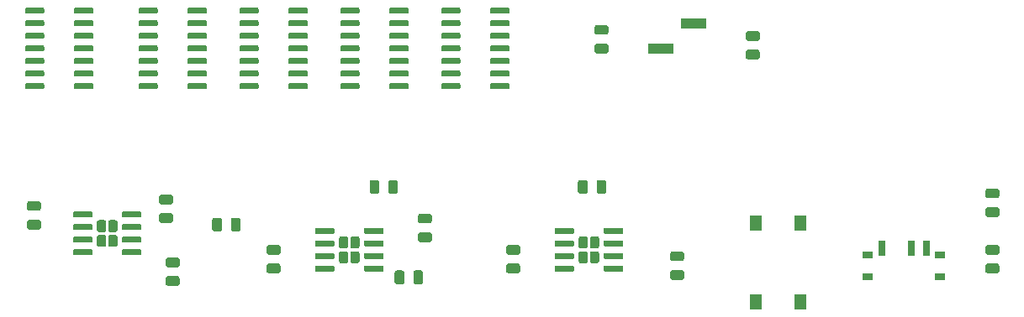
<source format=gbr>
G04 #@! TF.GenerationSoftware,KiCad,Pcbnew,5.1.5+dfsg1-2build2*
G04 #@! TF.CreationDate,2021-01-30T12:17:23-05:00*
G04 #@! TF.ProjectId,breadboard_clock,62726561-6462-46f6-9172-645f636c6f63,rev?*
G04 #@! TF.SameCoordinates,Original*
G04 #@! TF.FileFunction,Paste,Top*
G04 #@! TF.FilePolarity,Positive*
%FSLAX46Y46*%
G04 Gerber Fmt 4.6, Leading zero omitted, Abs format (unit mm)*
G04 Created by KiCad (PCBNEW 5.1.5+dfsg1-2build2) date 2021-01-30 12:17:23*
%MOMM*%
%LPD*%
G04 APERTURE LIST*
%ADD10R,2.510000X1.000000*%
%ADD11C,0.100000*%
%ADD12R,1.000000X0.800000*%
%ADD13R,0.700000X1.500000*%
%ADD14R,1.300000X1.550000*%
G04 APERTURE END LIST*
D10*
X109605000Y-86360000D03*
X106295000Y-88900000D03*
D11*
G36*
X102374703Y-107015722D02*
G01*
X102389264Y-107017882D01*
X102403543Y-107021459D01*
X102417403Y-107026418D01*
X102430710Y-107032712D01*
X102443336Y-107040280D01*
X102455159Y-107049048D01*
X102466066Y-107058934D01*
X102475952Y-107069841D01*
X102484720Y-107081664D01*
X102492288Y-107094290D01*
X102498582Y-107107597D01*
X102503541Y-107121457D01*
X102507118Y-107135736D01*
X102509278Y-107150297D01*
X102510000Y-107165000D01*
X102510000Y-107465000D01*
X102509278Y-107479703D01*
X102507118Y-107494264D01*
X102503541Y-107508543D01*
X102498582Y-107522403D01*
X102492288Y-107535710D01*
X102484720Y-107548336D01*
X102475952Y-107560159D01*
X102466066Y-107571066D01*
X102455159Y-107580952D01*
X102443336Y-107589720D01*
X102430710Y-107597288D01*
X102417403Y-107603582D01*
X102403543Y-107608541D01*
X102389264Y-107612118D01*
X102374703Y-107614278D01*
X102360000Y-107615000D01*
X100710000Y-107615000D01*
X100695297Y-107614278D01*
X100680736Y-107612118D01*
X100666457Y-107608541D01*
X100652597Y-107603582D01*
X100639290Y-107597288D01*
X100626664Y-107589720D01*
X100614841Y-107580952D01*
X100603934Y-107571066D01*
X100594048Y-107560159D01*
X100585280Y-107548336D01*
X100577712Y-107535710D01*
X100571418Y-107522403D01*
X100566459Y-107508543D01*
X100562882Y-107494264D01*
X100560722Y-107479703D01*
X100560000Y-107465000D01*
X100560000Y-107165000D01*
X100560722Y-107150297D01*
X100562882Y-107135736D01*
X100566459Y-107121457D01*
X100571418Y-107107597D01*
X100577712Y-107094290D01*
X100585280Y-107081664D01*
X100594048Y-107069841D01*
X100603934Y-107058934D01*
X100614841Y-107049048D01*
X100626664Y-107040280D01*
X100639290Y-107032712D01*
X100652597Y-107026418D01*
X100666457Y-107021459D01*
X100680736Y-107017882D01*
X100695297Y-107015722D01*
X100710000Y-107015000D01*
X102360000Y-107015000D01*
X102374703Y-107015722D01*
G37*
G36*
X102374703Y-108285722D02*
G01*
X102389264Y-108287882D01*
X102403543Y-108291459D01*
X102417403Y-108296418D01*
X102430710Y-108302712D01*
X102443336Y-108310280D01*
X102455159Y-108319048D01*
X102466066Y-108328934D01*
X102475952Y-108339841D01*
X102484720Y-108351664D01*
X102492288Y-108364290D01*
X102498582Y-108377597D01*
X102503541Y-108391457D01*
X102507118Y-108405736D01*
X102509278Y-108420297D01*
X102510000Y-108435000D01*
X102510000Y-108735000D01*
X102509278Y-108749703D01*
X102507118Y-108764264D01*
X102503541Y-108778543D01*
X102498582Y-108792403D01*
X102492288Y-108805710D01*
X102484720Y-108818336D01*
X102475952Y-108830159D01*
X102466066Y-108841066D01*
X102455159Y-108850952D01*
X102443336Y-108859720D01*
X102430710Y-108867288D01*
X102417403Y-108873582D01*
X102403543Y-108878541D01*
X102389264Y-108882118D01*
X102374703Y-108884278D01*
X102360000Y-108885000D01*
X100710000Y-108885000D01*
X100695297Y-108884278D01*
X100680736Y-108882118D01*
X100666457Y-108878541D01*
X100652597Y-108873582D01*
X100639290Y-108867288D01*
X100626664Y-108859720D01*
X100614841Y-108850952D01*
X100603934Y-108841066D01*
X100594048Y-108830159D01*
X100585280Y-108818336D01*
X100577712Y-108805710D01*
X100571418Y-108792403D01*
X100566459Y-108778543D01*
X100562882Y-108764264D01*
X100560722Y-108749703D01*
X100560000Y-108735000D01*
X100560000Y-108435000D01*
X100560722Y-108420297D01*
X100562882Y-108405736D01*
X100566459Y-108391457D01*
X100571418Y-108377597D01*
X100577712Y-108364290D01*
X100585280Y-108351664D01*
X100594048Y-108339841D01*
X100603934Y-108328934D01*
X100614841Y-108319048D01*
X100626664Y-108310280D01*
X100639290Y-108302712D01*
X100652597Y-108296418D01*
X100666457Y-108291459D01*
X100680736Y-108287882D01*
X100695297Y-108285722D01*
X100710000Y-108285000D01*
X102360000Y-108285000D01*
X102374703Y-108285722D01*
G37*
G36*
X102374703Y-109555722D02*
G01*
X102389264Y-109557882D01*
X102403543Y-109561459D01*
X102417403Y-109566418D01*
X102430710Y-109572712D01*
X102443336Y-109580280D01*
X102455159Y-109589048D01*
X102466066Y-109598934D01*
X102475952Y-109609841D01*
X102484720Y-109621664D01*
X102492288Y-109634290D01*
X102498582Y-109647597D01*
X102503541Y-109661457D01*
X102507118Y-109675736D01*
X102509278Y-109690297D01*
X102510000Y-109705000D01*
X102510000Y-110005000D01*
X102509278Y-110019703D01*
X102507118Y-110034264D01*
X102503541Y-110048543D01*
X102498582Y-110062403D01*
X102492288Y-110075710D01*
X102484720Y-110088336D01*
X102475952Y-110100159D01*
X102466066Y-110111066D01*
X102455159Y-110120952D01*
X102443336Y-110129720D01*
X102430710Y-110137288D01*
X102417403Y-110143582D01*
X102403543Y-110148541D01*
X102389264Y-110152118D01*
X102374703Y-110154278D01*
X102360000Y-110155000D01*
X100710000Y-110155000D01*
X100695297Y-110154278D01*
X100680736Y-110152118D01*
X100666457Y-110148541D01*
X100652597Y-110143582D01*
X100639290Y-110137288D01*
X100626664Y-110129720D01*
X100614841Y-110120952D01*
X100603934Y-110111066D01*
X100594048Y-110100159D01*
X100585280Y-110088336D01*
X100577712Y-110075710D01*
X100571418Y-110062403D01*
X100566459Y-110048543D01*
X100562882Y-110034264D01*
X100560722Y-110019703D01*
X100560000Y-110005000D01*
X100560000Y-109705000D01*
X100560722Y-109690297D01*
X100562882Y-109675736D01*
X100566459Y-109661457D01*
X100571418Y-109647597D01*
X100577712Y-109634290D01*
X100585280Y-109621664D01*
X100594048Y-109609841D01*
X100603934Y-109598934D01*
X100614841Y-109589048D01*
X100626664Y-109580280D01*
X100639290Y-109572712D01*
X100652597Y-109566418D01*
X100666457Y-109561459D01*
X100680736Y-109557882D01*
X100695297Y-109555722D01*
X100710000Y-109555000D01*
X102360000Y-109555000D01*
X102374703Y-109555722D01*
G37*
G36*
X102374703Y-110825722D02*
G01*
X102389264Y-110827882D01*
X102403543Y-110831459D01*
X102417403Y-110836418D01*
X102430710Y-110842712D01*
X102443336Y-110850280D01*
X102455159Y-110859048D01*
X102466066Y-110868934D01*
X102475952Y-110879841D01*
X102484720Y-110891664D01*
X102492288Y-110904290D01*
X102498582Y-110917597D01*
X102503541Y-110931457D01*
X102507118Y-110945736D01*
X102509278Y-110960297D01*
X102510000Y-110975000D01*
X102510000Y-111275000D01*
X102509278Y-111289703D01*
X102507118Y-111304264D01*
X102503541Y-111318543D01*
X102498582Y-111332403D01*
X102492288Y-111345710D01*
X102484720Y-111358336D01*
X102475952Y-111370159D01*
X102466066Y-111381066D01*
X102455159Y-111390952D01*
X102443336Y-111399720D01*
X102430710Y-111407288D01*
X102417403Y-111413582D01*
X102403543Y-111418541D01*
X102389264Y-111422118D01*
X102374703Y-111424278D01*
X102360000Y-111425000D01*
X100710000Y-111425000D01*
X100695297Y-111424278D01*
X100680736Y-111422118D01*
X100666457Y-111418541D01*
X100652597Y-111413582D01*
X100639290Y-111407288D01*
X100626664Y-111399720D01*
X100614841Y-111390952D01*
X100603934Y-111381066D01*
X100594048Y-111370159D01*
X100585280Y-111358336D01*
X100577712Y-111345710D01*
X100571418Y-111332403D01*
X100566459Y-111318543D01*
X100562882Y-111304264D01*
X100560722Y-111289703D01*
X100560000Y-111275000D01*
X100560000Y-110975000D01*
X100560722Y-110960297D01*
X100562882Y-110945736D01*
X100566459Y-110931457D01*
X100571418Y-110917597D01*
X100577712Y-110904290D01*
X100585280Y-110891664D01*
X100594048Y-110879841D01*
X100603934Y-110868934D01*
X100614841Y-110859048D01*
X100626664Y-110850280D01*
X100639290Y-110842712D01*
X100652597Y-110836418D01*
X100666457Y-110831459D01*
X100680736Y-110827882D01*
X100695297Y-110825722D01*
X100710000Y-110825000D01*
X102360000Y-110825000D01*
X102374703Y-110825722D01*
G37*
G36*
X97424703Y-110825722D02*
G01*
X97439264Y-110827882D01*
X97453543Y-110831459D01*
X97467403Y-110836418D01*
X97480710Y-110842712D01*
X97493336Y-110850280D01*
X97505159Y-110859048D01*
X97516066Y-110868934D01*
X97525952Y-110879841D01*
X97534720Y-110891664D01*
X97542288Y-110904290D01*
X97548582Y-110917597D01*
X97553541Y-110931457D01*
X97557118Y-110945736D01*
X97559278Y-110960297D01*
X97560000Y-110975000D01*
X97560000Y-111275000D01*
X97559278Y-111289703D01*
X97557118Y-111304264D01*
X97553541Y-111318543D01*
X97548582Y-111332403D01*
X97542288Y-111345710D01*
X97534720Y-111358336D01*
X97525952Y-111370159D01*
X97516066Y-111381066D01*
X97505159Y-111390952D01*
X97493336Y-111399720D01*
X97480710Y-111407288D01*
X97467403Y-111413582D01*
X97453543Y-111418541D01*
X97439264Y-111422118D01*
X97424703Y-111424278D01*
X97410000Y-111425000D01*
X95760000Y-111425000D01*
X95745297Y-111424278D01*
X95730736Y-111422118D01*
X95716457Y-111418541D01*
X95702597Y-111413582D01*
X95689290Y-111407288D01*
X95676664Y-111399720D01*
X95664841Y-111390952D01*
X95653934Y-111381066D01*
X95644048Y-111370159D01*
X95635280Y-111358336D01*
X95627712Y-111345710D01*
X95621418Y-111332403D01*
X95616459Y-111318543D01*
X95612882Y-111304264D01*
X95610722Y-111289703D01*
X95610000Y-111275000D01*
X95610000Y-110975000D01*
X95610722Y-110960297D01*
X95612882Y-110945736D01*
X95616459Y-110931457D01*
X95621418Y-110917597D01*
X95627712Y-110904290D01*
X95635280Y-110891664D01*
X95644048Y-110879841D01*
X95653934Y-110868934D01*
X95664841Y-110859048D01*
X95676664Y-110850280D01*
X95689290Y-110842712D01*
X95702597Y-110836418D01*
X95716457Y-110831459D01*
X95730736Y-110827882D01*
X95745297Y-110825722D01*
X95760000Y-110825000D01*
X97410000Y-110825000D01*
X97424703Y-110825722D01*
G37*
G36*
X97424703Y-109555722D02*
G01*
X97439264Y-109557882D01*
X97453543Y-109561459D01*
X97467403Y-109566418D01*
X97480710Y-109572712D01*
X97493336Y-109580280D01*
X97505159Y-109589048D01*
X97516066Y-109598934D01*
X97525952Y-109609841D01*
X97534720Y-109621664D01*
X97542288Y-109634290D01*
X97548582Y-109647597D01*
X97553541Y-109661457D01*
X97557118Y-109675736D01*
X97559278Y-109690297D01*
X97560000Y-109705000D01*
X97560000Y-110005000D01*
X97559278Y-110019703D01*
X97557118Y-110034264D01*
X97553541Y-110048543D01*
X97548582Y-110062403D01*
X97542288Y-110075710D01*
X97534720Y-110088336D01*
X97525952Y-110100159D01*
X97516066Y-110111066D01*
X97505159Y-110120952D01*
X97493336Y-110129720D01*
X97480710Y-110137288D01*
X97467403Y-110143582D01*
X97453543Y-110148541D01*
X97439264Y-110152118D01*
X97424703Y-110154278D01*
X97410000Y-110155000D01*
X95760000Y-110155000D01*
X95745297Y-110154278D01*
X95730736Y-110152118D01*
X95716457Y-110148541D01*
X95702597Y-110143582D01*
X95689290Y-110137288D01*
X95676664Y-110129720D01*
X95664841Y-110120952D01*
X95653934Y-110111066D01*
X95644048Y-110100159D01*
X95635280Y-110088336D01*
X95627712Y-110075710D01*
X95621418Y-110062403D01*
X95616459Y-110048543D01*
X95612882Y-110034264D01*
X95610722Y-110019703D01*
X95610000Y-110005000D01*
X95610000Y-109705000D01*
X95610722Y-109690297D01*
X95612882Y-109675736D01*
X95616459Y-109661457D01*
X95621418Y-109647597D01*
X95627712Y-109634290D01*
X95635280Y-109621664D01*
X95644048Y-109609841D01*
X95653934Y-109598934D01*
X95664841Y-109589048D01*
X95676664Y-109580280D01*
X95689290Y-109572712D01*
X95702597Y-109566418D01*
X95716457Y-109561459D01*
X95730736Y-109557882D01*
X95745297Y-109555722D01*
X95760000Y-109555000D01*
X97410000Y-109555000D01*
X97424703Y-109555722D01*
G37*
G36*
X97424703Y-108285722D02*
G01*
X97439264Y-108287882D01*
X97453543Y-108291459D01*
X97467403Y-108296418D01*
X97480710Y-108302712D01*
X97493336Y-108310280D01*
X97505159Y-108319048D01*
X97516066Y-108328934D01*
X97525952Y-108339841D01*
X97534720Y-108351664D01*
X97542288Y-108364290D01*
X97548582Y-108377597D01*
X97553541Y-108391457D01*
X97557118Y-108405736D01*
X97559278Y-108420297D01*
X97560000Y-108435000D01*
X97560000Y-108735000D01*
X97559278Y-108749703D01*
X97557118Y-108764264D01*
X97553541Y-108778543D01*
X97548582Y-108792403D01*
X97542288Y-108805710D01*
X97534720Y-108818336D01*
X97525952Y-108830159D01*
X97516066Y-108841066D01*
X97505159Y-108850952D01*
X97493336Y-108859720D01*
X97480710Y-108867288D01*
X97467403Y-108873582D01*
X97453543Y-108878541D01*
X97439264Y-108882118D01*
X97424703Y-108884278D01*
X97410000Y-108885000D01*
X95760000Y-108885000D01*
X95745297Y-108884278D01*
X95730736Y-108882118D01*
X95716457Y-108878541D01*
X95702597Y-108873582D01*
X95689290Y-108867288D01*
X95676664Y-108859720D01*
X95664841Y-108850952D01*
X95653934Y-108841066D01*
X95644048Y-108830159D01*
X95635280Y-108818336D01*
X95627712Y-108805710D01*
X95621418Y-108792403D01*
X95616459Y-108778543D01*
X95612882Y-108764264D01*
X95610722Y-108749703D01*
X95610000Y-108735000D01*
X95610000Y-108435000D01*
X95610722Y-108420297D01*
X95612882Y-108405736D01*
X95616459Y-108391457D01*
X95621418Y-108377597D01*
X95627712Y-108364290D01*
X95635280Y-108351664D01*
X95644048Y-108339841D01*
X95653934Y-108328934D01*
X95664841Y-108319048D01*
X95676664Y-108310280D01*
X95689290Y-108302712D01*
X95702597Y-108296418D01*
X95716457Y-108291459D01*
X95730736Y-108287882D01*
X95745297Y-108285722D01*
X95760000Y-108285000D01*
X97410000Y-108285000D01*
X97424703Y-108285722D01*
G37*
G36*
X97424703Y-107015722D02*
G01*
X97439264Y-107017882D01*
X97453543Y-107021459D01*
X97467403Y-107026418D01*
X97480710Y-107032712D01*
X97493336Y-107040280D01*
X97505159Y-107049048D01*
X97516066Y-107058934D01*
X97525952Y-107069841D01*
X97534720Y-107081664D01*
X97542288Y-107094290D01*
X97548582Y-107107597D01*
X97553541Y-107121457D01*
X97557118Y-107135736D01*
X97559278Y-107150297D01*
X97560000Y-107165000D01*
X97560000Y-107465000D01*
X97559278Y-107479703D01*
X97557118Y-107494264D01*
X97553541Y-107508543D01*
X97548582Y-107522403D01*
X97542288Y-107535710D01*
X97534720Y-107548336D01*
X97525952Y-107560159D01*
X97516066Y-107571066D01*
X97505159Y-107580952D01*
X97493336Y-107589720D01*
X97480710Y-107597288D01*
X97467403Y-107603582D01*
X97453543Y-107608541D01*
X97439264Y-107612118D01*
X97424703Y-107614278D01*
X97410000Y-107615000D01*
X95760000Y-107615000D01*
X95745297Y-107614278D01*
X95730736Y-107612118D01*
X95716457Y-107608541D01*
X95702597Y-107603582D01*
X95689290Y-107597288D01*
X95676664Y-107589720D01*
X95664841Y-107580952D01*
X95653934Y-107571066D01*
X95644048Y-107560159D01*
X95635280Y-107548336D01*
X95627712Y-107535710D01*
X95621418Y-107522403D01*
X95616459Y-107508543D01*
X95612882Y-107494264D01*
X95610722Y-107479703D01*
X95610000Y-107465000D01*
X95610000Y-107165000D01*
X95610722Y-107150297D01*
X95612882Y-107135736D01*
X95616459Y-107121457D01*
X95621418Y-107107597D01*
X95627712Y-107094290D01*
X95635280Y-107081664D01*
X95644048Y-107069841D01*
X95653934Y-107058934D01*
X95664841Y-107049048D01*
X95676664Y-107040280D01*
X95689290Y-107032712D01*
X95702597Y-107026418D01*
X95716457Y-107021459D01*
X95730736Y-107017882D01*
X95745297Y-107015722D01*
X95760000Y-107015000D01*
X97410000Y-107015000D01*
X97424703Y-107015722D01*
G37*
G36*
X99882544Y-109366108D02*
G01*
X99904871Y-109369419D01*
X99926765Y-109374904D01*
X99948017Y-109382508D01*
X99968421Y-109392158D01*
X99987781Y-109403762D01*
X100005910Y-109417208D01*
X100022635Y-109432365D01*
X100037792Y-109449090D01*
X100051238Y-109467219D01*
X100062842Y-109486579D01*
X100072492Y-109506983D01*
X100080096Y-109528235D01*
X100085581Y-109550129D01*
X100088892Y-109572456D01*
X100090000Y-109595000D01*
X100090000Y-110345000D01*
X100088892Y-110367544D01*
X100085581Y-110389871D01*
X100080096Y-110411765D01*
X100072492Y-110433017D01*
X100062842Y-110453421D01*
X100051238Y-110472781D01*
X100037792Y-110490910D01*
X100022635Y-110507635D01*
X100005910Y-110522792D01*
X99987781Y-110536238D01*
X99968421Y-110547842D01*
X99948017Y-110557492D01*
X99926765Y-110565096D01*
X99904871Y-110570581D01*
X99882544Y-110573892D01*
X99860000Y-110575000D01*
X99400000Y-110575000D01*
X99377456Y-110573892D01*
X99355129Y-110570581D01*
X99333235Y-110565096D01*
X99311983Y-110557492D01*
X99291579Y-110547842D01*
X99272219Y-110536238D01*
X99254090Y-110522792D01*
X99237365Y-110507635D01*
X99222208Y-110490910D01*
X99208762Y-110472781D01*
X99197158Y-110453421D01*
X99187508Y-110433017D01*
X99179904Y-110411765D01*
X99174419Y-110389871D01*
X99171108Y-110367544D01*
X99170000Y-110345000D01*
X99170000Y-109595000D01*
X99171108Y-109572456D01*
X99174419Y-109550129D01*
X99179904Y-109528235D01*
X99187508Y-109506983D01*
X99197158Y-109486579D01*
X99208762Y-109467219D01*
X99222208Y-109449090D01*
X99237365Y-109432365D01*
X99254090Y-109417208D01*
X99272219Y-109403762D01*
X99291579Y-109392158D01*
X99311983Y-109382508D01*
X99333235Y-109374904D01*
X99355129Y-109369419D01*
X99377456Y-109366108D01*
X99400000Y-109365000D01*
X99860000Y-109365000D01*
X99882544Y-109366108D01*
G37*
G36*
X99882544Y-107866108D02*
G01*
X99904871Y-107869419D01*
X99926765Y-107874904D01*
X99948017Y-107882508D01*
X99968421Y-107892158D01*
X99987781Y-107903762D01*
X100005910Y-107917208D01*
X100022635Y-107932365D01*
X100037792Y-107949090D01*
X100051238Y-107967219D01*
X100062842Y-107986579D01*
X100072492Y-108006983D01*
X100080096Y-108028235D01*
X100085581Y-108050129D01*
X100088892Y-108072456D01*
X100090000Y-108095000D01*
X100090000Y-108845000D01*
X100088892Y-108867544D01*
X100085581Y-108889871D01*
X100080096Y-108911765D01*
X100072492Y-108933017D01*
X100062842Y-108953421D01*
X100051238Y-108972781D01*
X100037792Y-108990910D01*
X100022635Y-109007635D01*
X100005910Y-109022792D01*
X99987781Y-109036238D01*
X99968421Y-109047842D01*
X99948017Y-109057492D01*
X99926765Y-109065096D01*
X99904871Y-109070581D01*
X99882544Y-109073892D01*
X99860000Y-109075000D01*
X99400000Y-109075000D01*
X99377456Y-109073892D01*
X99355129Y-109070581D01*
X99333235Y-109065096D01*
X99311983Y-109057492D01*
X99291579Y-109047842D01*
X99272219Y-109036238D01*
X99254090Y-109022792D01*
X99237365Y-109007635D01*
X99222208Y-108990910D01*
X99208762Y-108972781D01*
X99197158Y-108953421D01*
X99187508Y-108933017D01*
X99179904Y-108911765D01*
X99174419Y-108889871D01*
X99171108Y-108867544D01*
X99170000Y-108845000D01*
X99170000Y-108095000D01*
X99171108Y-108072456D01*
X99174419Y-108050129D01*
X99179904Y-108028235D01*
X99187508Y-108006983D01*
X99197158Y-107986579D01*
X99208762Y-107967219D01*
X99222208Y-107949090D01*
X99237365Y-107932365D01*
X99254090Y-107917208D01*
X99272219Y-107903762D01*
X99291579Y-107892158D01*
X99311983Y-107882508D01*
X99333235Y-107874904D01*
X99355129Y-107869419D01*
X99377456Y-107866108D01*
X99400000Y-107865000D01*
X99860000Y-107865000D01*
X99882544Y-107866108D01*
G37*
G36*
X98742544Y-109366108D02*
G01*
X98764871Y-109369419D01*
X98786765Y-109374904D01*
X98808017Y-109382508D01*
X98828421Y-109392158D01*
X98847781Y-109403762D01*
X98865910Y-109417208D01*
X98882635Y-109432365D01*
X98897792Y-109449090D01*
X98911238Y-109467219D01*
X98922842Y-109486579D01*
X98932492Y-109506983D01*
X98940096Y-109528235D01*
X98945581Y-109550129D01*
X98948892Y-109572456D01*
X98950000Y-109595000D01*
X98950000Y-110345000D01*
X98948892Y-110367544D01*
X98945581Y-110389871D01*
X98940096Y-110411765D01*
X98932492Y-110433017D01*
X98922842Y-110453421D01*
X98911238Y-110472781D01*
X98897792Y-110490910D01*
X98882635Y-110507635D01*
X98865910Y-110522792D01*
X98847781Y-110536238D01*
X98828421Y-110547842D01*
X98808017Y-110557492D01*
X98786765Y-110565096D01*
X98764871Y-110570581D01*
X98742544Y-110573892D01*
X98720000Y-110575000D01*
X98260000Y-110575000D01*
X98237456Y-110573892D01*
X98215129Y-110570581D01*
X98193235Y-110565096D01*
X98171983Y-110557492D01*
X98151579Y-110547842D01*
X98132219Y-110536238D01*
X98114090Y-110522792D01*
X98097365Y-110507635D01*
X98082208Y-110490910D01*
X98068762Y-110472781D01*
X98057158Y-110453421D01*
X98047508Y-110433017D01*
X98039904Y-110411765D01*
X98034419Y-110389871D01*
X98031108Y-110367544D01*
X98030000Y-110345000D01*
X98030000Y-109595000D01*
X98031108Y-109572456D01*
X98034419Y-109550129D01*
X98039904Y-109528235D01*
X98047508Y-109506983D01*
X98057158Y-109486579D01*
X98068762Y-109467219D01*
X98082208Y-109449090D01*
X98097365Y-109432365D01*
X98114090Y-109417208D01*
X98132219Y-109403762D01*
X98151579Y-109392158D01*
X98171983Y-109382508D01*
X98193235Y-109374904D01*
X98215129Y-109369419D01*
X98237456Y-109366108D01*
X98260000Y-109365000D01*
X98720000Y-109365000D01*
X98742544Y-109366108D01*
G37*
G36*
X98742544Y-107866108D02*
G01*
X98764871Y-107869419D01*
X98786765Y-107874904D01*
X98808017Y-107882508D01*
X98828421Y-107892158D01*
X98847781Y-107903762D01*
X98865910Y-107917208D01*
X98882635Y-107932365D01*
X98897792Y-107949090D01*
X98911238Y-107967219D01*
X98922842Y-107986579D01*
X98932492Y-108006983D01*
X98940096Y-108028235D01*
X98945581Y-108050129D01*
X98948892Y-108072456D01*
X98950000Y-108095000D01*
X98950000Y-108845000D01*
X98948892Y-108867544D01*
X98945581Y-108889871D01*
X98940096Y-108911765D01*
X98932492Y-108933017D01*
X98922842Y-108953421D01*
X98911238Y-108972781D01*
X98897792Y-108990910D01*
X98882635Y-109007635D01*
X98865910Y-109022792D01*
X98847781Y-109036238D01*
X98828421Y-109047842D01*
X98808017Y-109057492D01*
X98786765Y-109065096D01*
X98764871Y-109070581D01*
X98742544Y-109073892D01*
X98720000Y-109075000D01*
X98260000Y-109075000D01*
X98237456Y-109073892D01*
X98215129Y-109070581D01*
X98193235Y-109065096D01*
X98171983Y-109057492D01*
X98151579Y-109047842D01*
X98132219Y-109036238D01*
X98114090Y-109022792D01*
X98097365Y-109007635D01*
X98082208Y-108990910D01*
X98068762Y-108972781D01*
X98057158Y-108953421D01*
X98047508Y-108933017D01*
X98039904Y-108911765D01*
X98034419Y-108889871D01*
X98031108Y-108867544D01*
X98030000Y-108845000D01*
X98030000Y-108095000D01*
X98031108Y-108072456D01*
X98034419Y-108050129D01*
X98039904Y-108028235D01*
X98047508Y-108006983D01*
X98057158Y-107986579D01*
X98068762Y-107967219D01*
X98082208Y-107949090D01*
X98097365Y-107932365D01*
X98114090Y-107917208D01*
X98132219Y-107903762D01*
X98151579Y-107892158D01*
X98171983Y-107882508D01*
X98193235Y-107874904D01*
X98215129Y-107869419D01*
X98237456Y-107866108D01*
X98260000Y-107865000D01*
X98720000Y-107865000D01*
X98742544Y-107866108D01*
G37*
G36*
X90944703Y-84790722D02*
G01*
X90959264Y-84792882D01*
X90973543Y-84796459D01*
X90987403Y-84801418D01*
X91000710Y-84807712D01*
X91013336Y-84815280D01*
X91025159Y-84824048D01*
X91036066Y-84833934D01*
X91045952Y-84844841D01*
X91054720Y-84856664D01*
X91062288Y-84869290D01*
X91068582Y-84882597D01*
X91073541Y-84896457D01*
X91077118Y-84910736D01*
X91079278Y-84925297D01*
X91080000Y-84940000D01*
X91080000Y-85240000D01*
X91079278Y-85254703D01*
X91077118Y-85269264D01*
X91073541Y-85283543D01*
X91068582Y-85297403D01*
X91062288Y-85310710D01*
X91054720Y-85323336D01*
X91045952Y-85335159D01*
X91036066Y-85346066D01*
X91025159Y-85355952D01*
X91013336Y-85364720D01*
X91000710Y-85372288D01*
X90987403Y-85378582D01*
X90973543Y-85383541D01*
X90959264Y-85387118D01*
X90944703Y-85389278D01*
X90930000Y-85390000D01*
X89280000Y-85390000D01*
X89265297Y-85389278D01*
X89250736Y-85387118D01*
X89236457Y-85383541D01*
X89222597Y-85378582D01*
X89209290Y-85372288D01*
X89196664Y-85364720D01*
X89184841Y-85355952D01*
X89173934Y-85346066D01*
X89164048Y-85335159D01*
X89155280Y-85323336D01*
X89147712Y-85310710D01*
X89141418Y-85297403D01*
X89136459Y-85283543D01*
X89132882Y-85269264D01*
X89130722Y-85254703D01*
X89130000Y-85240000D01*
X89130000Y-84940000D01*
X89130722Y-84925297D01*
X89132882Y-84910736D01*
X89136459Y-84896457D01*
X89141418Y-84882597D01*
X89147712Y-84869290D01*
X89155280Y-84856664D01*
X89164048Y-84844841D01*
X89173934Y-84833934D01*
X89184841Y-84824048D01*
X89196664Y-84815280D01*
X89209290Y-84807712D01*
X89222597Y-84801418D01*
X89236457Y-84796459D01*
X89250736Y-84792882D01*
X89265297Y-84790722D01*
X89280000Y-84790000D01*
X90930000Y-84790000D01*
X90944703Y-84790722D01*
G37*
G36*
X90944703Y-86060722D02*
G01*
X90959264Y-86062882D01*
X90973543Y-86066459D01*
X90987403Y-86071418D01*
X91000710Y-86077712D01*
X91013336Y-86085280D01*
X91025159Y-86094048D01*
X91036066Y-86103934D01*
X91045952Y-86114841D01*
X91054720Y-86126664D01*
X91062288Y-86139290D01*
X91068582Y-86152597D01*
X91073541Y-86166457D01*
X91077118Y-86180736D01*
X91079278Y-86195297D01*
X91080000Y-86210000D01*
X91080000Y-86510000D01*
X91079278Y-86524703D01*
X91077118Y-86539264D01*
X91073541Y-86553543D01*
X91068582Y-86567403D01*
X91062288Y-86580710D01*
X91054720Y-86593336D01*
X91045952Y-86605159D01*
X91036066Y-86616066D01*
X91025159Y-86625952D01*
X91013336Y-86634720D01*
X91000710Y-86642288D01*
X90987403Y-86648582D01*
X90973543Y-86653541D01*
X90959264Y-86657118D01*
X90944703Y-86659278D01*
X90930000Y-86660000D01*
X89280000Y-86660000D01*
X89265297Y-86659278D01*
X89250736Y-86657118D01*
X89236457Y-86653541D01*
X89222597Y-86648582D01*
X89209290Y-86642288D01*
X89196664Y-86634720D01*
X89184841Y-86625952D01*
X89173934Y-86616066D01*
X89164048Y-86605159D01*
X89155280Y-86593336D01*
X89147712Y-86580710D01*
X89141418Y-86567403D01*
X89136459Y-86553543D01*
X89132882Y-86539264D01*
X89130722Y-86524703D01*
X89130000Y-86510000D01*
X89130000Y-86210000D01*
X89130722Y-86195297D01*
X89132882Y-86180736D01*
X89136459Y-86166457D01*
X89141418Y-86152597D01*
X89147712Y-86139290D01*
X89155280Y-86126664D01*
X89164048Y-86114841D01*
X89173934Y-86103934D01*
X89184841Y-86094048D01*
X89196664Y-86085280D01*
X89209290Y-86077712D01*
X89222597Y-86071418D01*
X89236457Y-86066459D01*
X89250736Y-86062882D01*
X89265297Y-86060722D01*
X89280000Y-86060000D01*
X90930000Y-86060000D01*
X90944703Y-86060722D01*
G37*
G36*
X90944703Y-87330722D02*
G01*
X90959264Y-87332882D01*
X90973543Y-87336459D01*
X90987403Y-87341418D01*
X91000710Y-87347712D01*
X91013336Y-87355280D01*
X91025159Y-87364048D01*
X91036066Y-87373934D01*
X91045952Y-87384841D01*
X91054720Y-87396664D01*
X91062288Y-87409290D01*
X91068582Y-87422597D01*
X91073541Y-87436457D01*
X91077118Y-87450736D01*
X91079278Y-87465297D01*
X91080000Y-87480000D01*
X91080000Y-87780000D01*
X91079278Y-87794703D01*
X91077118Y-87809264D01*
X91073541Y-87823543D01*
X91068582Y-87837403D01*
X91062288Y-87850710D01*
X91054720Y-87863336D01*
X91045952Y-87875159D01*
X91036066Y-87886066D01*
X91025159Y-87895952D01*
X91013336Y-87904720D01*
X91000710Y-87912288D01*
X90987403Y-87918582D01*
X90973543Y-87923541D01*
X90959264Y-87927118D01*
X90944703Y-87929278D01*
X90930000Y-87930000D01*
X89280000Y-87930000D01*
X89265297Y-87929278D01*
X89250736Y-87927118D01*
X89236457Y-87923541D01*
X89222597Y-87918582D01*
X89209290Y-87912288D01*
X89196664Y-87904720D01*
X89184841Y-87895952D01*
X89173934Y-87886066D01*
X89164048Y-87875159D01*
X89155280Y-87863336D01*
X89147712Y-87850710D01*
X89141418Y-87837403D01*
X89136459Y-87823543D01*
X89132882Y-87809264D01*
X89130722Y-87794703D01*
X89130000Y-87780000D01*
X89130000Y-87480000D01*
X89130722Y-87465297D01*
X89132882Y-87450736D01*
X89136459Y-87436457D01*
X89141418Y-87422597D01*
X89147712Y-87409290D01*
X89155280Y-87396664D01*
X89164048Y-87384841D01*
X89173934Y-87373934D01*
X89184841Y-87364048D01*
X89196664Y-87355280D01*
X89209290Y-87347712D01*
X89222597Y-87341418D01*
X89236457Y-87336459D01*
X89250736Y-87332882D01*
X89265297Y-87330722D01*
X89280000Y-87330000D01*
X90930000Y-87330000D01*
X90944703Y-87330722D01*
G37*
G36*
X90944703Y-88600722D02*
G01*
X90959264Y-88602882D01*
X90973543Y-88606459D01*
X90987403Y-88611418D01*
X91000710Y-88617712D01*
X91013336Y-88625280D01*
X91025159Y-88634048D01*
X91036066Y-88643934D01*
X91045952Y-88654841D01*
X91054720Y-88666664D01*
X91062288Y-88679290D01*
X91068582Y-88692597D01*
X91073541Y-88706457D01*
X91077118Y-88720736D01*
X91079278Y-88735297D01*
X91080000Y-88750000D01*
X91080000Y-89050000D01*
X91079278Y-89064703D01*
X91077118Y-89079264D01*
X91073541Y-89093543D01*
X91068582Y-89107403D01*
X91062288Y-89120710D01*
X91054720Y-89133336D01*
X91045952Y-89145159D01*
X91036066Y-89156066D01*
X91025159Y-89165952D01*
X91013336Y-89174720D01*
X91000710Y-89182288D01*
X90987403Y-89188582D01*
X90973543Y-89193541D01*
X90959264Y-89197118D01*
X90944703Y-89199278D01*
X90930000Y-89200000D01*
X89280000Y-89200000D01*
X89265297Y-89199278D01*
X89250736Y-89197118D01*
X89236457Y-89193541D01*
X89222597Y-89188582D01*
X89209290Y-89182288D01*
X89196664Y-89174720D01*
X89184841Y-89165952D01*
X89173934Y-89156066D01*
X89164048Y-89145159D01*
X89155280Y-89133336D01*
X89147712Y-89120710D01*
X89141418Y-89107403D01*
X89136459Y-89093543D01*
X89132882Y-89079264D01*
X89130722Y-89064703D01*
X89130000Y-89050000D01*
X89130000Y-88750000D01*
X89130722Y-88735297D01*
X89132882Y-88720736D01*
X89136459Y-88706457D01*
X89141418Y-88692597D01*
X89147712Y-88679290D01*
X89155280Y-88666664D01*
X89164048Y-88654841D01*
X89173934Y-88643934D01*
X89184841Y-88634048D01*
X89196664Y-88625280D01*
X89209290Y-88617712D01*
X89222597Y-88611418D01*
X89236457Y-88606459D01*
X89250736Y-88602882D01*
X89265297Y-88600722D01*
X89280000Y-88600000D01*
X90930000Y-88600000D01*
X90944703Y-88600722D01*
G37*
G36*
X90944703Y-89870722D02*
G01*
X90959264Y-89872882D01*
X90973543Y-89876459D01*
X90987403Y-89881418D01*
X91000710Y-89887712D01*
X91013336Y-89895280D01*
X91025159Y-89904048D01*
X91036066Y-89913934D01*
X91045952Y-89924841D01*
X91054720Y-89936664D01*
X91062288Y-89949290D01*
X91068582Y-89962597D01*
X91073541Y-89976457D01*
X91077118Y-89990736D01*
X91079278Y-90005297D01*
X91080000Y-90020000D01*
X91080000Y-90320000D01*
X91079278Y-90334703D01*
X91077118Y-90349264D01*
X91073541Y-90363543D01*
X91068582Y-90377403D01*
X91062288Y-90390710D01*
X91054720Y-90403336D01*
X91045952Y-90415159D01*
X91036066Y-90426066D01*
X91025159Y-90435952D01*
X91013336Y-90444720D01*
X91000710Y-90452288D01*
X90987403Y-90458582D01*
X90973543Y-90463541D01*
X90959264Y-90467118D01*
X90944703Y-90469278D01*
X90930000Y-90470000D01*
X89280000Y-90470000D01*
X89265297Y-90469278D01*
X89250736Y-90467118D01*
X89236457Y-90463541D01*
X89222597Y-90458582D01*
X89209290Y-90452288D01*
X89196664Y-90444720D01*
X89184841Y-90435952D01*
X89173934Y-90426066D01*
X89164048Y-90415159D01*
X89155280Y-90403336D01*
X89147712Y-90390710D01*
X89141418Y-90377403D01*
X89136459Y-90363543D01*
X89132882Y-90349264D01*
X89130722Y-90334703D01*
X89130000Y-90320000D01*
X89130000Y-90020000D01*
X89130722Y-90005297D01*
X89132882Y-89990736D01*
X89136459Y-89976457D01*
X89141418Y-89962597D01*
X89147712Y-89949290D01*
X89155280Y-89936664D01*
X89164048Y-89924841D01*
X89173934Y-89913934D01*
X89184841Y-89904048D01*
X89196664Y-89895280D01*
X89209290Y-89887712D01*
X89222597Y-89881418D01*
X89236457Y-89876459D01*
X89250736Y-89872882D01*
X89265297Y-89870722D01*
X89280000Y-89870000D01*
X90930000Y-89870000D01*
X90944703Y-89870722D01*
G37*
G36*
X90944703Y-91140722D02*
G01*
X90959264Y-91142882D01*
X90973543Y-91146459D01*
X90987403Y-91151418D01*
X91000710Y-91157712D01*
X91013336Y-91165280D01*
X91025159Y-91174048D01*
X91036066Y-91183934D01*
X91045952Y-91194841D01*
X91054720Y-91206664D01*
X91062288Y-91219290D01*
X91068582Y-91232597D01*
X91073541Y-91246457D01*
X91077118Y-91260736D01*
X91079278Y-91275297D01*
X91080000Y-91290000D01*
X91080000Y-91590000D01*
X91079278Y-91604703D01*
X91077118Y-91619264D01*
X91073541Y-91633543D01*
X91068582Y-91647403D01*
X91062288Y-91660710D01*
X91054720Y-91673336D01*
X91045952Y-91685159D01*
X91036066Y-91696066D01*
X91025159Y-91705952D01*
X91013336Y-91714720D01*
X91000710Y-91722288D01*
X90987403Y-91728582D01*
X90973543Y-91733541D01*
X90959264Y-91737118D01*
X90944703Y-91739278D01*
X90930000Y-91740000D01*
X89280000Y-91740000D01*
X89265297Y-91739278D01*
X89250736Y-91737118D01*
X89236457Y-91733541D01*
X89222597Y-91728582D01*
X89209290Y-91722288D01*
X89196664Y-91714720D01*
X89184841Y-91705952D01*
X89173934Y-91696066D01*
X89164048Y-91685159D01*
X89155280Y-91673336D01*
X89147712Y-91660710D01*
X89141418Y-91647403D01*
X89136459Y-91633543D01*
X89132882Y-91619264D01*
X89130722Y-91604703D01*
X89130000Y-91590000D01*
X89130000Y-91290000D01*
X89130722Y-91275297D01*
X89132882Y-91260736D01*
X89136459Y-91246457D01*
X89141418Y-91232597D01*
X89147712Y-91219290D01*
X89155280Y-91206664D01*
X89164048Y-91194841D01*
X89173934Y-91183934D01*
X89184841Y-91174048D01*
X89196664Y-91165280D01*
X89209290Y-91157712D01*
X89222597Y-91151418D01*
X89236457Y-91146459D01*
X89250736Y-91142882D01*
X89265297Y-91140722D01*
X89280000Y-91140000D01*
X90930000Y-91140000D01*
X90944703Y-91140722D01*
G37*
G36*
X90944703Y-92410722D02*
G01*
X90959264Y-92412882D01*
X90973543Y-92416459D01*
X90987403Y-92421418D01*
X91000710Y-92427712D01*
X91013336Y-92435280D01*
X91025159Y-92444048D01*
X91036066Y-92453934D01*
X91045952Y-92464841D01*
X91054720Y-92476664D01*
X91062288Y-92489290D01*
X91068582Y-92502597D01*
X91073541Y-92516457D01*
X91077118Y-92530736D01*
X91079278Y-92545297D01*
X91080000Y-92560000D01*
X91080000Y-92860000D01*
X91079278Y-92874703D01*
X91077118Y-92889264D01*
X91073541Y-92903543D01*
X91068582Y-92917403D01*
X91062288Y-92930710D01*
X91054720Y-92943336D01*
X91045952Y-92955159D01*
X91036066Y-92966066D01*
X91025159Y-92975952D01*
X91013336Y-92984720D01*
X91000710Y-92992288D01*
X90987403Y-92998582D01*
X90973543Y-93003541D01*
X90959264Y-93007118D01*
X90944703Y-93009278D01*
X90930000Y-93010000D01*
X89280000Y-93010000D01*
X89265297Y-93009278D01*
X89250736Y-93007118D01*
X89236457Y-93003541D01*
X89222597Y-92998582D01*
X89209290Y-92992288D01*
X89196664Y-92984720D01*
X89184841Y-92975952D01*
X89173934Y-92966066D01*
X89164048Y-92955159D01*
X89155280Y-92943336D01*
X89147712Y-92930710D01*
X89141418Y-92917403D01*
X89136459Y-92903543D01*
X89132882Y-92889264D01*
X89130722Y-92874703D01*
X89130000Y-92860000D01*
X89130000Y-92560000D01*
X89130722Y-92545297D01*
X89132882Y-92530736D01*
X89136459Y-92516457D01*
X89141418Y-92502597D01*
X89147712Y-92489290D01*
X89155280Y-92476664D01*
X89164048Y-92464841D01*
X89173934Y-92453934D01*
X89184841Y-92444048D01*
X89196664Y-92435280D01*
X89209290Y-92427712D01*
X89222597Y-92421418D01*
X89236457Y-92416459D01*
X89250736Y-92412882D01*
X89265297Y-92410722D01*
X89280000Y-92410000D01*
X90930000Y-92410000D01*
X90944703Y-92410722D01*
G37*
G36*
X85994703Y-92410722D02*
G01*
X86009264Y-92412882D01*
X86023543Y-92416459D01*
X86037403Y-92421418D01*
X86050710Y-92427712D01*
X86063336Y-92435280D01*
X86075159Y-92444048D01*
X86086066Y-92453934D01*
X86095952Y-92464841D01*
X86104720Y-92476664D01*
X86112288Y-92489290D01*
X86118582Y-92502597D01*
X86123541Y-92516457D01*
X86127118Y-92530736D01*
X86129278Y-92545297D01*
X86130000Y-92560000D01*
X86130000Y-92860000D01*
X86129278Y-92874703D01*
X86127118Y-92889264D01*
X86123541Y-92903543D01*
X86118582Y-92917403D01*
X86112288Y-92930710D01*
X86104720Y-92943336D01*
X86095952Y-92955159D01*
X86086066Y-92966066D01*
X86075159Y-92975952D01*
X86063336Y-92984720D01*
X86050710Y-92992288D01*
X86037403Y-92998582D01*
X86023543Y-93003541D01*
X86009264Y-93007118D01*
X85994703Y-93009278D01*
X85980000Y-93010000D01*
X84330000Y-93010000D01*
X84315297Y-93009278D01*
X84300736Y-93007118D01*
X84286457Y-93003541D01*
X84272597Y-92998582D01*
X84259290Y-92992288D01*
X84246664Y-92984720D01*
X84234841Y-92975952D01*
X84223934Y-92966066D01*
X84214048Y-92955159D01*
X84205280Y-92943336D01*
X84197712Y-92930710D01*
X84191418Y-92917403D01*
X84186459Y-92903543D01*
X84182882Y-92889264D01*
X84180722Y-92874703D01*
X84180000Y-92860000D01*
X84180000Y-92560000D01*
X84180722Y-92545297D01*
X84182882Y-92530736D01*
X84186459Y-92516457D01*
X84191418Y-92502597D01*
X84197712Y-92489290D01*
X84205280Y-92476664D01*
X84214048Y-92464841D01*
X84223934Y-92453934D01*
X84234841Y-92444048D01*
X84246664Y-92435280D01*
X84259290Y-92427712D01*
X84272597Y-92421418D01*
X84286457Y-92416459D01*
X84300736Y-92412882D01*
X84315297Y-92410722D01*
X84330000Y-92410000D01*
X85980000Y-92410000D01*
X85994703Y-92410722D01*
G37*
G36*
X85994703Y-91140722D02*
G01*
X86009264Y-91142882D01*
X86023543Y-91146459D01*
X86037403Y-91151418D01*
X86050710Y-91157712D01*
X86063336Y-91165280D01*
X86075159Y-91174048D01*
X86086066Y-91183934D01*
X86095952Y-91194841D01*
X86104720Y-91206664D01*
X86112288Y-91219290D01*
X86118582Y-91232597D01*
X86123541Y-91246457D01*
X86127118Y-91260736D01*
X86129278Y-91275297D01*
X86130000Y-91290000D01*
X86130000Y-91590000D01*
X86129278Y-91604703D01*
X86127118Y-91619264D01*
X86123541Y-91633543D01*
X86118582Y-91647403D01*
X86112288Y-91660710D01*
X86104720Y-91673336D01*
X86095952Y-91685159D01*
X86086066Y-91696066D01*
X86075159Y-91705952D01*
X86063336Y-91714720D01*
X86050710Y-91722288D01*
X86037403Y-91728582D01*
X86023543Y-91733541D01*
X86009264Y-91737118D01*
X85994703Y-91739278D01*
X85980000Y-91740000D01*
X84330000Y-91740000D01*
X84315297Y-91739278D01*
X84300736Y-91737118D01*
X84286457Y-91733541D01*
X84272597Y-91728582D01*
X84259290Y-91722288D01*
X84246664Y-91714720D01*
X84234841Y-91705952D01*
X84223934Y-91696066D01*
X84214048Y-91685159D01*
X84205280Y-91673336D01*
X84197712Y-91660710D01*
X84191418Y-91647403D01*
X84186459Y-91633543D01*
X84182882Y-91619264D01*
X84180722Y-91604703D01*
X84180000Y-91590000D01*
X84180000Y-91290000D01*
X84180722Y-91275297D01*
X84182882Y-91260736D01*
X84186459Y-91246457D01*
X84191418Y-91232597D01*
X84197712Y-91219290D01*
X84205280Y-91206664D01*
X84214048Y-91194841D01*
X84223934Y-91183934D01*
X84234841Y-91174048D01*
X84246664Y-91165280D01*
X84259290Y-91157712D01*
X84272597Y-91151418D01*
X84286457Y-91146459D01*
X84300736Y-91142882D01*
X84315297Y-91140722D01*
X84330000Y-91140000D01*
X85980000Y-91140000D01*
X85994703Y-91140722D01*
G37*
G36*
X85994703Y-89870722D02*
G01*
X86009264Y-89872882D01*
X86023543Y-89876459D01*
X86037403Y-89881418D01*
X86050710Y-89887712D01*
X86063336Y-89895280D01*
X86075159Y-89904048D01*
X86086066Y-89913934D01*
X86095952Y-89924841D01*
X86104720Y-89936664D01*
X86112288Y-89949290D01*
X86118582Y-89962597D01*
X86123541Y-89976457D01*
X86127118Y-89990736D01*
X86129278Y-90005297D01*
X86130000Y-90020000D01*
X86130000Y-90320000D01*
X86129278Y-90334703D01*
X86127118Y-90349264D01*
X86123541Y-90363543D01*
X86118582Y-90377403D01*
X86112288Y-90390710D01*
X86104720Y-90403336D01*
X86095952Y-90415159D01*
X86086066Y-90426066D01*
X86075159Y-90435952D01*
X86063336Y-90444720D01*
X86050710Y-90452288D01*
X86037403Y-90458582D01*
X86023543Y-90463541D01*
X86009264Y-90467118D01*
X85994703Y-90469278D01*
X85980000Y-90470000D01*
X84330000Y-90470000D01*
X84315297Y-90469278D01*
X84300736Y-90467118D01*
X84286457Y-90463541D01*
X84272597Y-90458582D01*
X84259290Y-90452288D01*
X84246664Y-90444720D01*
X84234841Y-90435952D01*
X84223934Y-90426066D01*
X84214048Y-90415159D01*
X84205280Y-90403336D01*
X84197712Y-90390710D01*
X84191418Y-90377403D01*
X84186459Y-90363543D01*
X84182882Y-90349264D01*
X84180722Y-90334703D01*
X84180000Y-90320000D01*
X84180000Y-90020000D01*
X84180722Y-90005297D01*
X84182882Y-89990736D01*
X84186459Y-89976457D01*
X84191418Y-89962597D01*
X84197712Y-89949290D01*
X84205280Y-89936664D01*
X84214048Y-89924841D01*
X84223934Y-89913934D01*
X84234841Y-89904048D01*
X84246664Y-89895280D01*
X84259290Y-89887712D01*
X84272597Y-89881418D01*
X84286457Y-89876459D01*
X84300736Y-89872882D01*
X84315297Y-89870722D01*
X84330000Y-89870000D01*
X85980000Y-89870000D01*
X85994703Y-89870722D01*
G37*
G36*
X85994703Y-88600722D02*
G01*
X86009264Y-88602882D01*
X86023543Y-88606459D01*
X86037403Y-88611418D01*
X86050710Y-88617712D01*
X86063336Y-88625280D01*
X86075159Y-88634048D01*
X86086066Y-88643934D01*
X86095952Y-88654841D01*
X86104720Y-88666664D01*
X86112288Y-88679290D01*
X86118582Y-88692597D01*
X86123541Y-88706457D01*
X86127118Y-88720736D01*
X86129278Y-88735297D01*
X86130000Y-88750000D01*
X86130000Y-89050000D01*
X86129278Y-89064703D01*
X86127118Y-89079264D01*
X86123541Y-89093543D01*
X86118582Y-89107403D01*
X86112288Y-89120710D01*
X86104720Y-89133336D01*
X86095952Y-89145159D01*
X86086066Y-89156066D01*
X86075159Y-89165952D01*
X86063336Y-89174720D01*
X86050710Y-89182288D01*
X86037403Y-89188582D01*
X86023543Y-89193541D01*
X86009264Y-89197118D01*
X85994703Y-89199278D01*
X85980000Y-89200000D01*
X84330000Y-89200000D01*
X84315297Y-89199278D01*
X84300736Y-89197118D01*
X84286457Y-89193541D01*
X84272597Y-89188582D01*
X84259290Y-89182288D01*
X84246664Y-89174720D01*
X84234841Y-89165952D01*
X84223934Y-89156066D01*
X84214048Y-89145159D01*
X84205280Y-89133336D01*
X84197712Y-89120710D01*
X84191418Y-89107403D01*
X84186459Y-89093543D01*
X84182882Y-89079264D01*
X84180722Y-89064703D01*
X84180000Y-89050000D01*
X84180000Y-88750000D01*
X84180722Y-88735297D01*
X84182882Y-88720736D01*
X84186459Y-88706457D01*
X84191418Y-88692597D01*
X84197712Y-88679290D01*
X84205280Y-88666664D01*
X84214048Y-88654841D01*
X84223934Y-88643934D01*
X84234841Y-88634048D01*
X84246664Y-88625280D01*
X84259290Y-88617712D01*
X84272597Y-88611418D01*
X84286457Y-88606459D01*
X84300736Y-88602882D01*
X84315297Y-88600722D01*
X84330000Y-88600000D01*
X85980000Y-88600000D01*
X85994703Y-88600722D01*
G37*
G36*
X85994703Y-87330722D02*
G01*
X86009264Y-87332882D01*
X86023543Y-87336459D01*
X86037403Y-87341418D01*
X86050710Y-87347712D01*
X86063336Y-87355280D01*
X86075159Y-87364048D01*
X86086066Y-87373934D01*
X86095952Y-87384841D01*
X86104720Y-87396664D01*
X86112288Y-87409290D01*
X86118582Y-87422597D01*
X86123541Y-87436457D01*
X86127118Y-87450736D01*
X86129278Y-87465297D01*
X86130000Y-87480000D01*
X86130000Y-87780000D01*
X86129278Y-87794703D01*
X86127118Y-87809264D01*
X86123541Y-87823543D01*
X86118582Y-87837403D01*
X86112288Y-87850710D01*
X86104720Y-87863336D01*
X86095952Y-87875159D01*
X86086066Y-87886066D01*
X86075159Y-87895952D01*
X86063336Y-87904720D01*
X86050710Y-87912288D01*
X86037403Y-87918582D01*
X86023543Y-87923541D01*
X86009264Y-87927118D01*
X85994703Y-87929278D01*
X85980000Y-87930000D01*
X84330000Y-87930000D01*
X84315297Y-87929278D01*
X84300736Y-87927118D01*
X84286457Y-87923541D01*
X84272597Y-87918582D01*
X84259290Y-87912288D01*
X84246664Y-87904720D01*
X84234841Y-87895952D01*
X84223934Y-87886066D01*
X84214048Y-87875159D01*
X84205280Y-87863336D01*
X84197712Y-87850710D01*
X84191418Y-87837403D01*
X84186459Y-87823543D01*
X84182882Y-87809264D01*
X84180722Y-87794703D01*
X84180000Y-87780000D01*
X84180000Y-87480000D01*
X84180722Y-87465297D01*
X84182882Y-87450736D01*
X84186459Y-87436457D01*
X84191418Y-87422597D01*
X84197712Y-87409290D01*
X84205280Y-87396664D01*
X84214048Y-87384841D01*
X84223934Y-87373934D01*
X84234841Y-87364048D01*
X84246664Y-87355280D01*
X84259290Y-87347712D01*
X84272597Y-87341418D01*
X84286457Y-87336459D01*
X84300736Y-87332882D01*
X84315297Y-87330722D01*
X84330000Y-87330000D01*
X85980000Y-87330000D01*
X85994703Y-87330722D01*
G37*
G36*
X85994703Y-86060722D02*
G01*
X86009264Y-86062882D01*
X86023543Y-86066459D01*
X86037403Y-86071418D01*
X86050710Y-86077712D01*
X86063336Y-86085280D01*
X86075159Y-86094048D01*
X86086066Y-86103934D01*
X86095952Y-86114841D01*
X86104720Y-86126664D01*
X86112288Y-86139290D01*
X86118582Y-86152597D01*
X86123541Y-86166457D01*
X86127118Y-86180736D01*
X86129278Y-86195297D01*
X86130000Y-86210000D01*
X86130000Y-86510000D01*
X86129278Y-86524703D01*
X86127118Y-86539264D01*
X86123541Y-86553543D01*
X86118582Y-86567403D01*
X86112288Y-86580710D01*
X86104720Y-86593336D01*
X86095952Y-86605159D01*
X86086066Y-86616066D01*
X86075159Y-86625952D01*
X86063336Y-86634720D01*
X86050710Y-86642288D01*
X86037403Y-86648582D01*
X86023543Y-86653541D01*
X86009264Y-86657118D01*
X85994703Y-86659278D01*
X85980000Y-86660000D01*
X84330000Y-86660000D01*
X84315297Y-86659278D01*
X84300736Y-86657118D01*
X84286457Y-86653541D01*
X84272597Y-86648582D01*
X84259290Y-86642288D01*
X84246664Y-86634720D01*
X84234841Y-86625952D01*
X84223934Y-86616066D01*
X84214048Y-86605159D01*
X84205280Y-86593336D01*
X84197712Y-86580710D01*
X84191418Y-86567403D01*
X84186459Y-86553543D01*
X84182882Y-86539264D01*
X84180722Y-86524703D01*
X84180000Y-86510000D01*
X84180000Y-86210000D01*
X84180722Y-86195297D01*
X84182882Y-86180736D01*
X84186459Y-86166457D01*
X84191418Y-86152597D01*
X84197712Y-86139290D01*
X84205280Y-86126664D01*
X84214048Y-86114841D01*
X84223934Y-86103934D01*
X84234841Y-86094048D01*
X84246664Y-86085280D01*
X84259290Y-86077712D01*
X84272597Y-86071418D01*
X84286457Y-86066459D01*
X84300736Y-86062882D01*
X84315297Y-86060722D01*
X84330000Y-86060000D01*
X85980000Y-86060000D01*
X85994703Y-86060722D01*
G37*
G36*
X85994703Y-84790722D02*
G01*
X86009264Y-84792882D01*
X86023543Y-84796459D01*
X86037403Y-84801418D01*
X86050710Y-84807712D01*
X86063336Y-84815280D01*
X86075159Y-84824048D01*
X86086066Y-84833934D01*
X86095952Y-84844841D01*
X86104720Y-84856664D01*
X86112288Y-84869290D01*
X86118582Y-84882597D01*
X86123541Y-84896457D01*
X86127118Y-84910736D01*
X86129278Y-84925297D01*
X86130000Y-84940000D01*
X86130000Y-85240000D01*
X86129278Y-85254703D01*
X86127118Y-85269264D01*
X86123541Y-85283543D01*
X86118582Y-85297403D01*
X86112288Y-85310710D01*
X86104720Y-85323336D01*
X86095952Y-85335159D01*
X86086066Y-85346066D01*
X86075159Y-85355952D01*
X86063336Y-85364720D01*
X86050710Y-85372288D01*
X86037403Y-85378582D01*
X86023543Y-85383541D01*
X86009264Y-85387118D01*
X85994703Y-85389278D01*
X85980000Y-85390000D01*
X84330000Y-85390000D01*
X84315297Y-85389278D01*
X84300736Y-85387118D01*
X84286457Y-85383541D01*
X84272597Y-85378582D01*
X84259290Y-85372288D01*
X84246664Y-85364720D01*
X84234841Y-85355952D01*
X84223934Y-85346066D01*
X84214048Y-85335159D01*
X84205280Y-85323336D01*
X84197712Y-85310710D01*
X84191418Y-85297403D01*
X84186459Y-85283543D01*
X84182882Y-85269264D01*
X84180722Y-85254703D01*
X84180000Y-85240000D01*
X84180000Y-84940000D01*
X84180722Y-84925297D01*
X84182882Y-84910736D01*
X84186459Y-84896457D01*
X84191418Y-84882597D01*
X84197712Y-84869290D01*
X84205280Y-84856664D01*
X84214048Y-84844841D01*
X84223934Y-84833934D01*
X84234841Y-84824048D01*
X84246664Y-84815280D01*
X84259290Y-84807712D01*
X84272597Y-84801418D01*
X84286457Y-84796459D01*
X84300736Y-84792882D01*
X84315297Y-84790722D01*
X84330000Y-84790000D01*
X85980000Y-84790000D01*
X85994703Y-84790722D01*
G37*
G36*
X78244703Y-107015722D02*
G01*
X78259264Y-107017882D01*
X78273543Y-107021459D01*
X78287403Y-107026418D01*
X78300710Y-107032712D01*
X78313336Y-107040280D01*
X78325159Y-107049048D01*
X78336066Y-107058934D01*
X78345952Y-107069841D01*
X78354720Y-107081664D01*
X78362288Y-107094290D01*
X78368582Y-107107597D01*
X78373541Y-107121457D01*
X78377118Y-107135736D01*
X78379278Y-107150297D01*
X78380000Y-107165000D01*
X78380000Y-107465000D01*
X78379278Y-107479703D01*
X78377118Y-107494264D01*
X78373541Y-107508543D01*
X78368582Y-107522403D01*
X78362288Y-107535710D01*
X78354720Y-107548336D01*
X78345952Y-107560159D01*
X78336066Y-107571066D01*
X78325159Y-107580952D01*
X78313336Y-107589720D01*
X78300710Y-107597288D01*
X78287403Y-107603582D01*
X78273543Y-107608541D01*
X78259264Y-107612118D01*
X78244703Y-107614278D01*
X78230000Y-107615000D01*
X76580000Y-107615000D01*
X76565297Y-107614278D01*
X76550736Y-107612118D01*
X76536457Y-107608541D01*
X76522597Y-107603582D01*
X76509290Y-107597288D01*
X76496664Y-107589720D01*
X76484841Y-107580952D01*
X76473934Y-107571066D01*
X76464048Y-107560159D01*
X76455280Y-107548336D01*
X76447712Y-107535710D01*
X76441418Y-107522403D01*
X76436459Y-107508543D01*
X76432882Y-107494264D01*
X76430722Y-107479703D01*
X76430000Y-107465000D01*
X76430000Y-107165000D01*
X76430722Y-107150297D01*
X76432882Y-107135736D01*
X76436459Y-107121457D01*
X76441418Y-107107597D01*
X76447712Y-107094290D01*
X76455280Y-107081664D01*
X76464048Y-107069841D01*
X76473934Y-107058934D01*
X76484841Y-107049048D01*
X76496664Y-107040280D01*
X76509290Y-107032712D01*
X76522597Y-107026418D01*
X76536457Y-107021459D01*
X76550736Y-107017882D01*
X76565297Y-107015722D01*
X76580000Y-107015000D01*
X78230000Y-107015000D01*
X78244703Y-107015722D01*
G37*
G36*
X78244703Y-108285722D02*
G01*
X78259264Y-108287882D01*
X78273543Y-108291459D01*
X78287403Y-108296418D01*
X78300710Y-108302712D01*
X78313336Y-108310280D01*
X78325159Y-108319048D01*
X78336066Y-108328934D01*
X78345952Y-108339841D01*
X78354720Y-108351664D01*
X78362288Y-108364290D01*
X78368582Y-108377597D01*
X78373541Y-108391457D01*
X78377118Y-108405736D01*
X78379278Y-108420297D01*
X78380000Y-108435000D01*
X78380000Y-108735000D01*
X78379278Y-108749703D01*
X78377118Y-108764264D01*
X78373541Y-108778543D01*
X78368582Y-108792403D01*
X78362288Y-108805710D01*
X78354720Y-108818336D01*
X78345952Y-108830159D01*
X78336066Y-108841066D01*
X78325159Y-108850952D01*
X78313336Y-108859720D01*
X78300710Y-108867288D01*
X78287403Y-108873582D01*
X78273543Y-108878541D01*
X78259264Y-108882118D01*
X78244703Y-108884278D01*
X78230000Y-108885000D01*
X76580000Y-108885000D01*
X76565297Y-108884278D01*
X76550736Y-108882118D01*
X76536457Y-108878541D01*
X76522597Y-108873582D01*
X76509290Y-108867288D01*
X76496664Y-108859720D01*
X76484841Y-108850952D01*
X76473934Y-108841066D01*
X76464048Y-108830159D01*
X76455280Y-108818336D01*
X76447712Y-108805710D01*
X76441418Y-108792403D01*
X76436459Y-108778543D01*
X76432882Y-108764264D01*
X76430722Y-108749703D01*
X76430000Y-108735000D01*
X76430000Y-108435000D01*
X76430722Y-108420297D01*
X76432882Y-108405736D01*
X76436459Y-108391457D01*
X76441418Y-108377597D01*
X76447712Y-108364290D01*
X76455280Y-108351664D01*
X76464048Y-108339841D01*
X76473934Y-108328934D01*
X76484841Y-108319048D01*
X76496664Y-108310280D01*
X76509290Y-108302712D01*
X76522597Y-108296418D01*
X76536457Y-108291459D01*
X76550736Y-108287882D01*
X76565297Y-108285722D01*
X76580000Y-108285000D01*
X78230000Y-108285000D01*
X78244703Y-108285722D01*
G37*
G36*
X78244703Y-109555722D02*
G01*
X78259264Y-109557882D01*
X78273543Y-109561459D01*
X78287403Y-109566418D01*
X78300710Y-109572712D01*
X78313336Y-109580280D01*
X78325159Y-109589048D01*
X78336066Y-109598934D01*
X78345952Y-109609841D01*
X78354720Y-109621664D01*
X78362288Y-109634290D01*
X78368582Y-109647597D01*
X78373541Y-109661457D01*
X78377118Y-109675736D01*
X78379278Y-109690297D01*
X78380000Y-109705000D01*
X78380000Y-110005000D01*
X78379278Y-110019703D01*
X78377118Y-110034264D01*
X78373541Y-110048543D01*
X78368582Y-110062403D01*
X78362288Y-110075710D01*
X78354720Y-110088336D01*
X78345952Y-110100159D01*
X78336066Y-110111066D01*
X78325159Y-110120952D01*
X78313336Y-110129720D01*
X78300710Y-110137288D01*
X78287403Y-110143582D01*
X78273543Y-110148541D01*
X78259264Y-110152118D01*
X78244703Y-110154278D01*
X78230000Y-110155000D01*
X76580000Y-110155000D01*
X76565297Y-110154278D01*
X76550736Y-110152118D01*
X76536457Y-110148541D01*
X76522597Y-110143582D01*
X76509290Y-110137288D01*
X76496664Y-110129720D01*
X76484841Y-110120952D01*
X76473934Y-110111066D01*
X76464048Y-110100159D01*
X76455280Y-110088336D01*
X76447712Y-110075710D01*
X76441418Y-110062403D01*
X76436459Y-110048543D01*
X76432882Y-110034264D01*
X76430722Y-110019703D01*
X76430000Y-110005000D01*
X76430000Y-109705000D01*
X76430722Y-109690297D01*
X76432882Y-109675736D01*
X76436459Y-109661457D01*
X76441418Y-109647597D01*
X76447712Y-109634290D01*
X76455280Y-109621664D01*
X76464048Y-109609841D01*
X76473934Y-109598934D01*
X76484841Y-109589048D01*
X76496664Y-109580280D01*
X76509290Y-109572712D01*
X76522597Y-109566418D01*
X76536457Y-109561459D01*
X76550736Y-109557882D01*
X76565297Y-109555722D01*
X76580000Y-109555000D01*
X78230000Y-109555000D01*
X78244703Y-109555722D01*
G37*
G36*
X78244703Y-110825722D02*
G01*
X78259264Y-110827882D01*
X78273543Y-110831459D01*
X78287403Y-110836418D01*
X78300710Y-110842712D01*
X78313336Y-110850280D01*
X78325159Y-110859048D01*
X78336066Y-110868934D01*
X78345952Y-110879841D01*
X78354720Y-110891664D01*
X78362288Y-110904290D01*
X78368582Y-110917597D01*
X78373541Y-110931457D01*
X78377118Y-110945736D01*
X78379278Y-110960297D01*
X78380000Y-110975000D01*
X78380000Y-111275000D01*
X78379278Y-111289703D01*
X78377118Y-111304264D01*
X78373541Y-111318543D01*
X78368582Y-111332403D01*
X78362288Y-111345710D01*
X78354720Y-111358336D01*
X78345952Y-111370159D01*
X78336066Y-111381066D01*
X78325159Y-111390952D01*
X78313336Y-111399720D01*
X78300710Y-111407288D01*
X78287403Y-111413582D01*
X78273543Y-111418541D01*
X78259264Y-111422118D01*
X78244703Y-111424278D01*
X78230000Y-111425000D01*
X76580000Y-111425000D01*
X76565297Y-111424278D01*
X76550736Y-111422118D01*
X76536457Y-111418541D01*
X76522597Y-111413582D01*
X76509290Y-111407288D01*
X76496664Y-111399720D01*
X76484841Y-111390952D01*
X76473934Y-111381066D01*
X76464048Y-111370159D01*
X76455280Y-111358336D01*
X76447712Y-111345710D01*
X76441418Y-111332403D01*
X76436459Y-111318543D01*
X76432882Y-111304264D01*
X76430722Y-111289703D01*
X76430000Y-111275000D01*
X76430000Y-110975000D01*
X76430722Y-110960297D01*
X76432882Y-110945736D01*
X76436459Y-110931457D01*
X76441418Y-110917597D01*
X76447712Y-110904290D01*
X76455280Y-110891664D01*
X76464048Y-110879841D01*
X76473934Y-110868934D01*
X76484841Y-110859048D01*
X76496664Y-110850280D01*
X76509290Y-110842712D01*
X76522597Y-110836418D01*
X76536457Y-110831459D01*
X76550736Y-110827882D01*
X76565297Y-110825722D01*
X76580000Y-110825000D01*
X78230000Y-110825000D01*
X78244703Y-110825722D01*
G37*
G36*
X73294703Y-110825722D02*
G01*
X73309264Y-110827882D01*
X73323543Y-110831459D01*
X73337403Y-110836418D01*
X73350710Y-110842712D01*
X73363336Y-110850280D01*
X73375159Y-110859048D01*
X73386066Y-110868934D01*
X73395952Y-110879841D01*
X73404720Y-110891664D01*
X73412288Y-110904290D01*
X73418582Y-110917597D01*
X73423541Y-110931457D01*
X73427118Y-110945736D01*
X73429278Y-110960297D01*
X73430000Y-110975000D01*
X73430000Y-111275000D01*
X73429278Y-111289703D01*
X73427118Y-111304264D01*
X73423541Y-111318543D01*
X73418582Y-111332403D01*
X73412288Y-111345710D01*
X73404720Y-111358336D01*
X73395952Y-111370159D01*
X73386066Y-111381066D01*
X73375159Y-111390952D01*
X73363336Y-111399720D01*
X73350710Y-111407288D01*
X73337403Y-111413582D01*
X73323543Y-111418541D01*
X73309264Y-111422118D01*
X73294703Y-111424278D01*
X73280000Y-111425000D01*
X71630000Y-111425000D01*
X71615297Y-111424278D01*
X71600736Y-111422118D01*
X71586457Y-111418541D01*
X71572597Y-111413582D01*
X71559290Y-111407288D01*
X71546664Y-111399720D01*
X71534841Y-111390952D01*
X71523934Y-111381066D01*
X71514048Y-111370159D01*
X71505280Y-111358336D01*
X71497712Y-111345710D01*
X71491418Y-111332403D01*
X71486459Y-111318543D01*
X71482882Y-111304264D01*
X71480722Y-111289703D01*
X71480000Y-111275000D01*
X71480000Y-110975000D01*
X71480722Y-110960297D01*
X71482882Y-110945736D01*
X71486459Y-110931457D01*
X71491418Y-110917597D01*
X71497712Y-110904290D01*
X71505280Y-110891664D01*
X71514048Y-110879841D01*
X71523934Y-110868934D01*
X71534841Y-110859048D01*
X71546664Y-110850280D01*
X71559290Y-110842712D01*
X71572597Y-110836418D01*
X71586457Y-110831459D01*
X71600736Y-110827882D01*
X71615297Y-110825722D01*
X71630000Y-110825000D01*
X73280000Y-110825000D01*
X73294703Y-110825722D01*
G37*
G36*
X73294703Y-109555722D02*
G01*
X73309264Y-109557882D01*
X73323543Y-109561459D01*
X73337403Y-109566418D01*
X73350710Y-109572712D01*
X73363336Y-109580280D01*
X73375159Y-109589048D01*
X73386066Y-109598934D01*
X73395952Y-109609841D01*
X73404720Y-109621664D01*
X73412288Y-109634290D01*
X73418582Y-109647597D01*
X73423541Y-109661457D01*
X73427118Y-109675736D01*
X73429278Y-109690297D01*
X73430000Y-109705000D01*
X73430000Y-110005000D01*
X73429278Y-110019703D01*
X73427118Y-110034264D01*
X73423541Y-110048543D01*
X73418582Y-110062403D01*
X73412288Y-110075710D01*
X73404720Y-110088336D01*
X73395952Y-110100159D01*
X73386066Y-110111066D01*
X73375159Y-110120952D01*
X73363336Y-110129720D01*
X73350710Y-110137288D01*
X73337403Y-110143582D01*
X73323543Y-110148541D01*
X73309264Y-110152118D01*
X73294703Y-110154278D01*
X73280000Y-110155000D01*
X71630000Y-110155000D01*
X71615297Y-110154278D01*
X71600736Y-110152118D01*
X71586457Y-110148541D01*
X71572597Y-110143582D01*
X71559290Y-110137288D01*
X71546664Y-110129720D01*
X71534841Y-110120952D01*
X71523934Y-110111066D01*
X71514048Y-110100159D01*
X71505280Y-110088336D01*
X71497712Y-110075710D01*
X71491418Y-110062403D01*
X71486459Y-110048543D01*
X71482882Y-110034264D01*
X71480722Y-110019703D01*
X71480000Y-110005000D01*
X71480000Y-109705000D01*
X71480722Y-109690297D01*
X71482882Y-109675736D01*
X71486459Y-109661457D01*
X71491418Y-109647597D01*
X71497712Y-109634290D01*
X71505280Y-109621664D01*
X71514048Y-109609841D01*
X71523934Y-109598934D01*
X71534841Y-109589048D01*
X71546664Y-109580280D01*
X71559290Y-109572712D01*
X71572597Y-109566418D01*
X71586457Y-109561459D01*
X71600736Y-109557882D01*
X71615297Y-109555722D01*
X71630000Y-109555000D01*
X73280000Y-109555000D01*
X73294703Y-109555722D01*
G37*
G36*
X73294703Y-108285722D02*
G01*
X73309264Y-108287882D01*
X73323543Y-108291459D01*
X73337403Y-108296418D01*
X73350710Y-108302712D01*
X73363336Y-108310280D01*
X73375159Y-108319048D01*
X73386066Y-108328934D01*
X73395952Y-108339841D01*
X73404720Y-108351664D01*
X73412288Y-108364290D01*
X73418582Y-108377597D01*
X73423541Y-108391457D01*
X73427118Y-108405736D01*
X73429278Y-108420297D01*
X73430000Y-108435000D01*
X73430000Y-108735000D01*
X73429278Y-108749703D01*
X73427118Y-108764264D01*
X73423541Y-108778543D01*
X73418582Y-108792403D01*
X73412288Y-108805710D01*
X73404720Y-108818336D01*
X73395952Y-108830159D01*
X73386066Y-108841066D01*
X73375159Y-108850952D01*
X73363336Y-108859720D01*
X73350710Y-108867288D01*
X73337403Y-108873582D01*
X73323543Y-108878541D01*
X73309264Y-108882118D01*
X73294703Y-108884278D01*
X73280000Y-108885000D01*
X71630000Y-108885000D01*
X71615297Y-108884278D01*
X71600736Y-108882118D01*
X71586457Y-108878541D01*
X71572597Y-108873582D01*
X71559290Y-108867288D01*
X71546664Y-108859720D01*
X71534841Y-108850952D01*
X71523934Y-108841066D01*
X71514048Y-108830159D01*
X71505280Y-108818336D01*
X71497712Y-108805710D01*
X71491418Y-108792403D01*
X71486459Y-108778543D01*
X71482882Y-108764264D01*
X71480722Y-108749703D01*
X71480000Y-108735000D01*
X71480000Y-108435000D01*
X71480722Y-108420297D01*
X71482882Y-108405736D01*
X71486459Y-108391457D01*
X71491418Y-108377597D01*
X71497712Y-108364290D01*
X71505280Y-108351664D01*
X71514048Y-108339841D01*
X71523934Y-108328934D01*
X71534841Y-108319048D01*
X71546664Y-108310280D01*
X71559290Y-108302712D01*
X71572597Y-108296418D01*
X71586457Y-108291459D01*
X71600736Y-108287882D01*
X71615297Y-108285722D01*
X71630000Y-108285000D01*
X73280000Y-108285000D01*
X73294703Y-108285722D01*
G37*
G36*
X73294703Y-107015722D02*
G01*
X73309264Y-107017882D01*
X73323543Y-107021459D01*
X73337403Y-107026418D01*
X73350710Y-107032712D01*
X73363336Y-107040280D01*
X73375159Y-107049048D01*
X73386066Y-107058934D01*
X73395952Y-107069841D01*
X73404720Y-107081664D01*
X73412288Y-107094290D01*
X73418582Y-107107597D01*
X73423541Y-107121457D01*
X73427118Y-107135736D01*
X73429278Y-107150297D01*
X73430000Y-107165000D01*
X73430000Y-107465000D01*
X73429278Y-107479703D01*
X73427118Y-107494264D01*
X73423541Y-107508543D01*
X73418582Y-107522403D01*
X73412288Y-107535710D01*
X73404720Y-107548336D01*
X73395952Y-107560159D01*
X73386066Y-107571066D01*
X73375159Y-107580952D01*
X73363336Y-107589720D01*
X73350710Y-107597288D01*
X73337403Y-107603582D01*
X73323543Y-107608541D01*
X73309264Y-107612118D01*
X73294703Y-107614278D01*
X73280000Y-107615000D01*
X71630000Y-107615000D01*
X71615297Y-107614278D01*
X71600736Y-107612118D01*
X71586457Y-107608541D01*
X71572597Y-107603582D01*
X71559290Y-107597288D01*
X71546664Y-107589720D01*
X71534841Y-107580952D01*
X71523934Y-107571066D01*
X71514048Y-107560159D01*
X71505280Y-107548336D01*
X71497712Y-107535710D01*
X71491418Y-107522403D01*
X71486459Y-107508543D01*
X71482882Y-107494264D01*
X71480722Y-107479703D01*
X71480000Y-107465000D01*
X71480000Y-107165000D01*
X71480722Y-107150297D01*
X71482882Y-107135736D01*
X71486459Y-107121457D01*
X71491418Y-107107597D01*
X71497712Y-107094290D01*
X71505280Y-107081664D01*
X71514048Y-107069841D01*
X71523934Y-107058934D01*
X71534841Y-107049048D01*
X71546664Y-107040280D01*
X71559290Y-107032712D01*
X71572597Y-107026418D01*
X71586457Y-107021459D01*
X71600736Y-107017882D01*
X71615297Y-107015722D01*
X71630000Y-107015000D01*
X73280000Y-107015000D01*
X73294703Y-107015722D01*
G37*
G36*
X75752544Y-109366108D02*
G01*
X75774871Y-109369419D01*
X75796765Y-109374904D01*
X75818017Y-109382508D01*
X75838421Y-109392158D01*
X75857781Y-109403762D01*
X75875910Y-109417208D01*
X75892635Y-109432365D01*
X75907792Y-109449090D01*
X75921238Y-109467219D01*
X75932842Y-109486579D01*
X75942492Y-109506983D01*
X75950096Y-109528235D01*
X75955581Y-109550129D01*
X75958892Y-109572456D01*
X75960000Y-109595000D01*
X75960000Y-110345000D01*
X75958892Y-110367544D01*
X75955581Y-110389871D01*
X75950096Y-110411765D01*
X75942492Y-110433017D01*
X75932842Y-110453421D01*
X75921238Y-110472781D01*
X75907792Y-110490910D01*
X75892635Y-110507635D01*
X75875910Y-110522792D01*
X75857781Y-110536238D01*
X75838421Y-110547842D01*
X75818017Y-110557492D01*
X75796765Y-110565096D01*
X75774871Y-110570581D01*
X75752544Y-110573892D01*
X75730000Y-110575000D01*
X75270000Y-110575000D01*
X75247456Y-110573892D01*
X75225129Y-110570581D01*
X75203235Y-110565096D01*
X75181983Y-110557492D01*
X75161579Y-110547842D01*
X75142219Y-110536238D01*
X75124090Y-110522792D01*
X75107365Y-110507635D01*
X75092208Y-110490910D01*
X75078762Y-110472781D01*
X75067158Y-110453421D01*
X75057508Y-110433017D01*
X75049904Y-110411765D01*
X75044419Y-110389871D01*
X75041108Y-110367544D01*
X75040000Y-110345000D01*
X75040000Y-109595000D01*
X75041108Y-109572456D01*
X75044419Y-109550129D01*
X75049904Y-109528235D01*
X75057508Y-109506983D01*
X75067158Y-109486579D01*
X75078762Y-109467219D01*
X75092208Y-109449090D01*
X75107365Y-109432365D01*
X75124090Y-109417208D01*
X75142219Y-109403762D01*
X75161579Y-109392158D01*
X75181983Y-109382508D01*
X75203235Y-109374904D01*
X75225129Y-109369419D01*
X75247456Y-109366108D01*
X75270000Y-109365000D01*
X75730000Y-109365000D01*
X75752544Y-109366108D01*
G37*
G36*
X75752544Y-107866108D02*
G01*
X75774871Y-107869419D01*
X75796765Y-107874904D01*
X75818017Y-107882508D01*
X75838421Y-107892158D01*
X75857781Y-107903762D01*
X75875910Y-107917208D01*
X75892635Y-107932365D01*
X75907792Y-107949090D01*
X75921238Y-107967219D01*
X75932842Y-107986579D01*
X75942492Y-108006983D01*
X75950096Y-108028235D01*
X75955581Y-108050129D01*
X75958892Y-108072456D01*
X75960000Y-108095000D01*
X75960000Y-108845000D01*
X75958892Y-108867544D01*
X75955581Y-108889871D01*
X75950096Y-108911765D01*
X75942492Y-108933017D01*
X75932842Y-108953421D01*
X75921238Y-108972781D01*
X75907792Y-108990910D01*
X75892635Y-109007635D01*
X75875910Y-109022792D01*
X75857781Y-109036238D01*
X75838421Y-109047842D01*
X75818017Y-109057492D01*
X75796765Y-109065096D01*
X75774871Y-109070581D01*
X75752544Y-109073892D01*
X75730000Y-109075000D01*
X75270000Y-109075000D01*
X75247456Y-109073892D01*
X75225129Y-109070581D01*
X75203235Y-109065096D01*
X75181983Y-109057492D01*
X75161579Y-109047842D01*
X75142219Y-109036238D01*
X75124090Y-109022792D01*
X75107365Y-109007635D01*
X75092208Y-108990910D01*
X75078762Y-108972781D01*
X75067158Y-108953421D01*
X75057508Y-108933017D01*
X75049904Y-108911765D01*
X75044419Y-108889871D01*
X75041108Y-108867544D01*
X75040000Y-108845000D01*
X75040000Y-108095000D01*
X75041108Y-108072456D01*
X75044419Y-108050129D01*
X75049904Y-108028235D01*
X75057508Y-108006983D01*
X75067158Y-107986579D01*
X75078762Y-107967219D01*
X75092208Y-107949090D01*
X75107365Y-107932365D01*
X75124090Y-107917208D01*
X75142219Y-107903762D01*
X75161579Y-107892158D01*
X75181983Y-107882508D01*
X75203235Y-107874904D01*
X75225129Y-107869419D01*
X75247456Y-107866108D01*
X75270000Y-107865000D01*
X75730000Y-107865000D01*
X75752544Y-107866108D01*
G37*
G36*
X74612544Y-109366108D02*
G01*
X74634871Y-109369419D01*
X74656765Y-109374904D01*
X74678017Y-109382508D01*
X74698421Y-109392158D01*
X74717781Y-109403762D01*
X74735910Y-109417208D01*
X74752635Y-109432365D01*
X74767792Y-109449090D01*
X74781238Y-109467219D01*
X74792842Y-109486579D01*
X74802492Y-109506983D01*
X74810096Y-109528235D01*
X74815581Y-109550129D01*
X74818892Y-109572456D01*
X74820000Y-109595000D01*
X74820000Y-110345000D01*
X74818892Y-110367544D01*
X74815581Y-110389871D01*
X74810096Y-110411765D01*
X74802492Y-110433017D01*
X74792842Y-110453421D01*
X74781238Y-110472781D01*
X74767792Y-110490910D01*
X74752635Y-110507635D01*
X74735910Y-110522792D01*
X74717781Y-110536238D01*
X74698421Y-110547842D01*
X74678017Y-110557492D01*
X74656765Y-110565096D01*
X74634871Y-110570581D01*
X74612544Y-110573892D01*
X74590000Y-110575000D01*
X74130000Y-110575000D01*
X74107456Y-110573892D01*
X74085129Y-110570581D01*
X74063235Y-110565096D01*
X74041983Y-110557492D01*
X74021579Y-110547842D01*
X74002219Y-110536238D01*
X73984090Y-110522792D01*
X73967365Y-110507635D01*
X73952208Y-110490910D01*
X73938762Y-110472781D01*
X73927158Y-110453421D01*
X73917508Y-110433017D01*
X73909904Y-110411765D01*
X73904419Y-110389871D01*
X73901108Y-110367544D01*
X73900000Y-110345000D01*
X73900000Y-109595000D01*
X73901108Y-109572456D01*
X73904419Y-109550129D01*
X73909904Y-109528235D01*
X73917508Y-109506983D01*
X73927158Y-109486579D01*
X73938762Y-109467219D01*
X73952208Y-109449090D01*
X73967365Y-109432365D01*
X73984090Y-109417208D01*
X74002219Y-109403762D01*
X74021579Y-109392158D01*
X74041983Y-109382508D01*
X74063235Y-109374904D01*
X74085129Y-109369419D01*
X74107456Y-109366108D01*
X74130000Y-109365000D01*
X74590000Y-109365000D01*
X74612544Y-109366108D01*
G37*
G36*
X74612544Y-107866108D02*
G01*
X74634871Y-107869419D01*
X74656765Y-107874904D01*
X74678017Y-107882508D01*
X74698421Y-107892158D01*
X74717781Y-107903762D01*
X74735910Y-107917208D01*
X74752635Y-107932365D01*
X74767792Y-107949090D01*
X74781238Y-107967219D01*
X74792842Y-107986579D01*
X74802492Y-108006983D01*
X74810096Y-108028235D01*
X74815581Y-108050129D01*
X74818892Y-108072456D01*
X74820000Y-108095000D01*
X74820000Y-108845000D01*
X74818892Y-108867544D01*
X74815581Y-108889871D01*
X74810096Y-108911765D01*
X74802492Y-108933017D01*
X74792842Y-108953421D01*
X74781238Y-108972781D01*
X74767792Y-108990910D01*
X74752635Y-109007635D01*
X74735910Y-109022792D01*
X74717781Y-109036238D01*
X74698421Y-109047842D01*
X74678017Y-109057492D01*
X74656765Y-109065096D01*
X74634871Y-109070581D01*
X74612544Y-109073892D01*
X74590000Y-109075000D01*
X74130000Y-109075000D01*
X74107456Y-109073892D01*
X74085129Y-109070581D01*
X74063235Y-109065096D01*
X74041983Y-109057492D01*
X74021579Y-109047842D01*
X74002219Y-109036238D01*
X73984090Y-109022792D01*
X73967365Y-109007635D01*
X73952208Y-108990910D01*
X73938762Y-108972781D01*
X73927158Y-108953421D01*
X73917508Y-108933017D01*
X73909904Y-108911765D01*
X73904419Y-108889871D01*
X73901108Y-108867544D01*
X73900000Y-108845000D01*
X73900000Y-108095000D01*
X73901108Y-108072456D01*
X73904419Y-108050129D01*
X73909904Y-108028235D01*
X73917508Y-108006983D01*
X73927158Y-107986579D01*
X73938762Y-107967219D01*
X73952208Y-107949090D01*
X73967365Y-107932365D01*
X73984090Y-107917208D01*
X74002219Y-107903762D01*
X74021579Y-107892158D01*
X74041983Y-107882508D01*
X74063235Y-107874904D01*
X74085129Y-107869419D01*
X74107456Y-107866108D01*
X74130000Y-107865000D01*
X74590000Y-107865000D01*
X74612544Y-107866108D01*
G37*
G36*
X60464703Y-84790722D02*
G01*
X60479264Y-84792882D01*
X60493543Y-84796459D01*
X60507403Y-84801418D01*
X60520710Y-84807712D01*
X60533336Y-84815280D01*
X60545159Y-84824048D01*
X60556066Y-84833934D01*
X60565952Y-84844841D01*
X60574720Y-84856664D01*
X60582288Y-84869290D01*
X60588582Y-84882597D01*
X60593541Y-84896457D01*
X60597118Y-84910736D01*
X60599278Y-84925297D01*
X60600000Y-84940000D01*
X60600000Y-85240000D01*
X60599278Y-85254703D01*
X60597118Y-85269264D01*
X60593541Y-85283543D01*
X60588582Y-85297403D01*
X60582288Y-85310710D01*
X60574720Y-85323336D01*
X60565952Y-85335159D01*
X60556066Y-85346066D01*
X60545159Y-85355952D01*
X60533336Y-85364720D01*
X60520710Y-85372288D01*
X60507403Y-85378582D01*
X60493543Y-85383541D01*
X60479264Y-85387118D01*
X60464703Y-85389278D01*
X60450000Y-85390000D01*
X58800000Y-85390000D01*
X58785297Y-85389278D01*
X58770736Y-85387118D01*
X58756457Y-85383541D01*
X58742597Y-85378582D01*
X58729290Y-85372288D01*
X58716664Y-85364720D01*
X58704841Y-85355952D01*
X58693934Y-85346066D01*
X58684048Y-85335159D01*
X58675280Y-85323336D01*
X58667712Y-85310710D01*
X58661418Y-85297403D01*
X58656459Y-85283543D01*
X58652882Y-85269264D01*
X58650722Y-85254703D01*
X58650000Y-85240000D01*
X58650000Y-84940000D01*
X58650722Y-84925297D01*
X58652882Y-84910736D01*
X58656459Y-84896457D01*
X58661418Y-84882597D01*
X58667712Y-84869290D01*
X58675280Y-84856664D01*
X58684048Y-84844841D01*
X58693934Y-84833934D01*
X58704841Y-84824048D01*
X58716664Y-84815280D01*
X58729290Y-84807712D01*
X58742597Y-84801418D01*
X58756457Y-84796459D01*
X58770736Y-84792882D01*
X58785297Y-84790722D01*
X58800000Y-84790000D01*
X60450000Y-84790000D01*
X60464703Y-84790722D01*
G37*
G36*
X60464703Y-86060722D02*
G01*
X60479264Y-86062882D01*
X60493543Y-86066459D01*
X60507403Y-86071418D01*
X60520710Y-86077712D01*
X60533336Y-86085280D01*
X60545159Y-86094048D01*
X60556066Y-86103934D01*
X60565952Y-86114841D01*
X60574720Y-86126664D01*
X60582288Y-86139290D01*
X60588582Y-86152597D01*
X60593541Y-86166457D01*
X60597118Y-86180736D01*
X60599278Y-86195297D01*
X60600000Y-86210000D01*
X60600000Y-86510000D01*
X60599278Y-86524703D01*
X60597118Y-86539264D01*
X60593541Y-86553543D01*
X60588582Y-86567403D01*
X60582288Y-86580710D01*
X60574720Y-86593336D01*
X60565952Y-86605159D01*
X60556066Y-86616066D01*
X60545159Y-86625952D01*
X60533336Y-86634720D01*
X60520710Y-86642288D01*
X60507403Y-86648582D01*
X60493543Y-86653541D01*
X60479264Y-86657118D01*
X60464703Y-86659278D01*
X60450000Y-86660000D01*
X58800000Y-86660000D01*
X58785297Y-86659278D01*
X58770736Y-86657118D01*
X58756457Y-86653541D01*
X58742597Y-86648582D01*
X58729290Y-86642288D01*
X58716664Y-86634720D01*
X58704841Y-86625952D01*
X58693934Y-86616066D01*
X58684048Y-86605159D01*
X58675280Y-86593336D01*
X58667712Y-86580710D01*
X58661418Y-86567403D01*
X58656459Y-86553543D01*
X58652882Y-86539264D01*
X58650722Y-86524703D01*
X58650000Y-86510000D01*
X58650000Y-86210000D01*
X58650722Y-86195297D01*
X58652882Y-86180736D01*
X58656459Y-86166457D01*
X58661418Y-86152597D01*
X58667712Y-86139290D01*
X58675280Y-86126664D01*
X58684048Y-86114841D01*
X58693934Y-86103934D01*
X58704841Y-86094048D01*
X58716664Y-86085280D01*
X58729290Y-86077712D01*
X58742597Y-86071418D01*
X58756457Y-86066459D01*
X58770736Y-86062882D01*
X58785297Y-86060722D01*
X58800000Y-86060000D01*
X60450000Y-86060000D01*
X60464703Y-86060722D01*
G37*
G36*
X60464703Y-87330722D02*
G01*
X60479264Y-87332882D01*
X60493543Y-87336459D01*
X60507403Y-87341418D01*
X60520710Y-87347712D01*
X60533336Y-87355280D01*
X60545159Y-87364048D01*
X60556066Y-87373934D01*
X60565952Y-87384841D01*
X60574720Y-87396664D01*
X60582288Y-87409290D01*
X60588582Y-87422597D01*
X60593541Y-87436457D01*
X60597118Y-87450736D01*
X60599278Y-87465297D01*
X60600000Y-87480000D01*
X60600000Y-87780000D01*
X60599278Y-87794703D01*
X60597118Y-87809264D01*
X60593541Y-87823543D01*
X60588582Y-87837403D01*
X60582288Y-87850710D01*
X60574720Y-87863336D01*
X60565952Y-87875159D01*
X60556066Y-87886066D01*
X60545159Y-87895952D01*
X60533336Y-87904720D01*
X60520710Y-87912288D01*
X60507403Y-87918582D01*
X60493543Y-87923541D01*
X60479264Y-87927118D01*
X60464703Y-87929278D01*
X60450000Y-87930000D01*
X58800000Y-87930000D01*
X58785297Y-87929278D01*
X58770736Y-87927118D01*
X58756457Y-87923541D01*
X58742597Y-87918582D01*
X58729290Y-87912288D01*
X58716664Y-87904720D01*
X58704841Y-87895952D01*
X58693934Y-87886066D01*
X58684048Y-87875159D01*
X58675280Y-87863336D01*
X58667712Y-87850710D01*
X58661418Y-87837403D01*
X58656459Y-87823543D01*
X58652882Y-87809264D01*
X58650722Y-87794703D01*
X58650000Y-87780000D01*
X58650000Y-87480000D01*
X58650722Y-87465297D01*
X58652882Y-87450736D01*
X58656459Y-87436457D01*
X58661418Y-87422597D01*
X58667712Y-87409290D01*
X58675280Y-87396664D01*
X58684048Y-87384841D01*
X58693934Y-87373934D01*
X58704841Y-87364048D01*
X58716664Y-87355280D01*
X58729290Y-87347712D01*
X58742597Y-87341418D01*
X58756457Y-87336459D01*
X58770736Y-87332882D01*
X58785297Y-87330722D01*
X58800000Y-87330000D01*
X60450000Y-87330000D01*
X60464703Y-87330722D01*
G37*
G36*
X60464703Y-88600722D02*
G01*
X60479264Y-88602882D01*
X60493543Y-88606459D01*
X60507403Y-88611418D01*
X60520710Y-88617712D01*
X60533336Y-88625280D01*
X60545159Y-88634048D01*
X60556066Y-88643934D01*
X60565952Y-88654841D01*
X60574720Y-88666664D01*
X60582288Y-88679290D01*
X60588582Y-88692597D01*
X60593541Y-88706457D01*
X60597118Y-88720736D01*
X60599278Y-88735297D01*
X60600000Y-88750000D01*
X60600000Y-89050000D01*
X60599278Y-89064703D01*
X60597118Y-89079264D01*
X60593541Y-89093543D01*
X60588582Y-89107403D01*
X60582288Y-89120710D01*
X60574720Y-89133336D01*
X60565952Y-89145159D01*
X60556066Y-89156066D01*
X60545159Y-89165952D01*
X60533336Y-89174720D01*
X60520710Y-89182288D01*
X60507403Y-89188582D01*
X60493543Y-89193541D01*
X60479264Y-89197118D01*
X60464703Y-89199278D01*
X60450000Y-89200000D01*
X58800000Y-89200000D01*
X58785297Y-89199278D01*
X58770736Y-89197118D01*
X58756457Y-89193541D01*
X58742597Y-89188582D01*
X58729290Y-89182288D01*
X58716664Y-89174720D01*
X58704841Y-89165952D01*
X58693934Y-89156066D01*
X58684048Y-89145159D01*
X58675280Y-89133336D01*
X58667712Y-89120710D01*
X58661418Y-89107403D01*
X58656459Y-89093543D01*
X58652882Y-89079264D01*
X58650722Y-89064703D01*
X58650000Y-89050000D01*
X58650000Y-88750000D01*
X58650722Y-88735297D01*
X58652882Y-88720736D01*
X58656459Y-88706457D01*
X58661418Y-88692597D01*
X58667712Y-88679290D01*
X58675280Y-88666664D01*
X58684048Y-88654841D01*
X58693934Y-88643934D01*
X58704841Y-88634048D01*
X58716664Y-88625280D01*
X58729290Y-88617712D01*
X58742597Y-88611418D01*
X58756457Y-88606459D01*
X58770736Y-88602882D01*
X58785297Y-88600722D01*
X58800000Y-88600000D01*
X60450000Y-88600000D01*
X60464703Y-88600722D01*
G37*
G36*
X60464703Y-89870722D02*
G01*
X60479264Y-89872882D01*
X60493543Y-89876459D01*
X60507403Y-89881418D01*
X60520710Y-89887712D01*
X60533336Y-89895280D01*
X60545159Y-89904048D01*
X60556066Y-89913934D01*
X60565952Y-89924841D01*
X60574720Y-89936664D01*
X60582288Y-89949290D01*
X60588582Y-89962597D01*
X60593541Y-89976457D01*
X60597118Y-89990736D01*
X60599278Y-90005297D01*
X60600000Y-90020000D01*
X60600000Y-90320000D01*
X60599278Y-90334703D01*
X60597118Y-90349264D01*
X60593541Y-90363543D01*
X60588582Y-90377403D01*
X60582288Y-90390710D01*
X60574720Y-90403336D01*
X60565952Y-90415159D01*
X60556066Y-90426066D01*
X60545159Y-90435952D01*
X60533336Y-90444720D01*
X60520710Y-90452288D01*
X60507403Y-90458582D01*
X60493543Y-90463541D01*
X60479264Y-90467118D01*
X60464703Y-90469278D01*
X60450000Y-90470000D01*
X58800000Y-90470000D01*
X58785297Y-90469278D01*
X58770736Y-90467118D01*
X58756457Y-90463541D01*
X58742597Y-90458582D01*
X58729290Y-90452288D01*
X58716664Y-90444720D01*
X58704841Y-90435952D01*
X58693934Y-90426066D01*
X58684048Y-90415159D01*
X58675280Y-90403336D01*
X58667712Y-90390710D01*
X58661418Y-90377403D01*
X58656459Y-90363543D01*
X58652882Y-90349264D01*
X58650722Y-90334703D01*
X58650000Y-90320000D01*
X58650000Y-90020000D01*
X58650722Y-90005297D01*
X58652882Y-89990736D01*
X58656459Y-89976457D01*
X58661418Y-89962597D01*
X58667712Y-89949290D01*
X58675280Y-89936664D01*
X58684048Y-89924841D01*
X58693934Y-89913934D01*
X58704841Y-89904048D01*
X58716664Y-89895280D01*
X58729290Y-89887712D01*
X58742597Y-89881418D01*
X58756457Y-89876459D01*
X58770736Y-89872882D01*
X58785297Y-89870722D01*
X58800000Y-89870000D01*
X60450000Y-89870000D01*
X60464703Y-89870722D01*
G37*
G36*
X60464703Y-91140722D02*
G01*
X60479264Y-91142882D01*
X60493543Y-91146459D01*
X60507403Y-91151418D01*
X60520710Y-91157712D01*
X60533336Y-91165280D01*
X60545159Y-91174048D01*
X60556066Y-91183934D01*
X60565952Y-91194841D01*
X60574720Y-91206664D01*
X60582288Y-91219290D01*
X60588582Y-91232597D01*
X60593541Y-91246457D01*
X60597118Y-91260736D01*
X60599278Y-91275297D01*
X60600000Y-91290000D01*
X60600000Y-91590000D01*
X60599278Y-91604703D01*
X60597118Y-91619264D01*
X60593541Y-91633543D01*
X60588582Y-91647403D01*
X60582288Y-91660710D01*
X60574720Y-91673336D01*
X60565952Y-91685159D01*
X60556066Y-91696066D01*
X60545159Y-91705952D01*
X60533336Y-91714720D01*
X60520710Y-91722288D01*
X60507403Y-91728582D01*
X60493543Y-91733541D01*
X60479264Y-91737118D01*
X60464703Y-91739278D01*
X60450000Y-91740000D01*
X58800000Y-91740000D01*
X58785297Y-91739278D01*
X58770736Y-91737118D01*
X58756457Y-91733541D01*
X58742597Y-91728582D01*
X58729290Y-91722288D01*
X58716664Y-91714720D01*
X58704841Y-91705952D01*
X58693934Y-91696066D01*
X58684048Y-91685159D01*
X58675280Y-91673336D01*
X58667712Y-91660710D01*
X58661418Y-91647403D01*
X58656459Y-91633543D01*
X58652882Y-91619264D01*
X58650722Y-91604703D01*
X58650000Y-91590000D01*
X58650000Y-91290000D01*
X58650722Y-91275297D01*
X58652882Y-91260736D01*
X58656459Y-91246457D01*
X58661418Y-91232597D01*
X58667712Y-91219290D01*
X58675280Y-91206664D01*
X58684048Y-91194841D01*
X58693934Y-91183934D01*
X58704841Y-91174048D01*
X58716664Y-91165280D01*
X58729290Y-91157712D01*
X58742597Y-91151418D01*
X58756457Y-91146459D01*
X58770736Y-91142882D01*
X58785297Y-91140722D01*
X58800000Y-91140000D01*
X60450000Y-91140000D01*
X60464703Y-91140722D01*
G37*
G36*
X60464703Y-92410722D02*
G01*
X60479264Y-92412882D01*
X60493543Y-92416459D01*
X60507403Y-92421418D01*
X60520710Y-92427712D01*
X60533336Y-92435280D01*
X60545159Y-92444048D01*
X60556066Y-92453934D01*
X60565952Y-92464841D01*
X60574720Y-92476664D01*
X60582288Y-92489290D01*
X60588582Y-92502597D01*
X60593541Y-92516457D01*
X60597118Y-92530736D01*
X60599278Y-92545297D01*
X60600000Y-92560000D01*
X60600000Y-92860000D01*
X60599278Y-92874703D01*
X60597118Y-92889264D01*
X60593541Y-92903543D01*
X60588582Y-92917403D01*
X60582288Y-92930710D01*
X60574720Y-92943336D01*
X60565952Y-92955159D01*
X60556066Y-92966066D01*
X60545159Y-92975952D01*
X60533336Y-92984720D01*
X60520710Y-92992288D01*
X60507403Y-92998582D01*
X60493543Y-93003541D01*
X60479264Y-93007118D01*
X60464703Y-93009278D01*
X60450000Y-93010000D01*
X58800000Y-93010000D01*
X58785297Y-93009278D01*
X58770736Y-93007118D01*
X58756457Y-93003541D01*
X58742597Y-92998582D01*
X58729290Y-92992288D01*
X58716664Y-92984720D01*
X58704841Y-92975952D01*
X58693934Y-92966066D01*
X58684048Y-92955159D01*
X58675280Y-92943336D01*
X58667712Y-92930710D01*
X58661418Y-92917403D01*
X58656459Y-92903543D01*
X58652882Y-92889264D01*
X58650722Y-92874703D01*
X58650000Y-92860000D01*
X58650000Y-92560000D01*
X58650722Y-92545297D01*
X58652882Y-92530736D01*
X58656459Y-92516457D01*
X58661418Y-92502597D01*
X58667712Y-92489290D01*
X58675280Y-92476664D01*
X58684048Y-92464841D01*
X58693934Y-92453934D01*
X58704841Y-92444048D01*
X58716664Y-92435280D01*
X58729290Y-92427712D01*
X58742597Y-92421418D01*
X58756457Y-92416459D01*
X58770736Y-92412882D01*
X58785297Y-92410722D01*
X58800000Y-92410000D01*
X60450000Y-92410000D01*
X60464703Y-92410722D01*
G37*
G36*
X55514703Y-92410722D02*
G01*
X55529264Y-92412882D01*
X55543543Y-92416459D01*
X55557403Y-92421418D01*
X55570710Y-92427712D01*
X55583336Y-92435280D01*
X55595159Y-92444048D01*
X55606066Y-92453934D01*
X55615952Y-92464841D01*
X55624720Y-92476664D01*
X55632288Y-92489290D01*
X55638582Y-92502597D01*
X55643541Y-92516457D01*
X55647118Y-92530736D01*
X55649278Y-92545297D01*
X55650000Y-92560000D01*
X55650000Y-92860000D01*
X55649278Y-92874703D01*
X55647118Y-92889264D01*
X55643541Y-92903543D01*
X55638582Y-92917403D01*
X55632288Y-92930710D01*
X55624720Y-92943336D01*
X55615952Y-92955159D01*
X55606066Y-92966066D01*
X55595159Y-92975952D01*
X55583336Y-92984720D01*
X55570710Y-92992288D01*
X55557403Y-92998582D01*
X55543543Y-93003541D01*
X55529264Y-93007118D01*
X55514703Y-93009278D01*
X55500000Y-93010000D01*
X53850000Y-93010000D01*
X53835297Y-93009278D01*
X53820736Y-93007118D01*
X53806457Y-93003541D01*
X53792597Y-92998582D01*
X53779290Y-92992288D01*
X53766664Y-92984720D01*
X53754841Y-92975952D01*
X53743934Y-92966066D01*
X53734048Y-92955159D01*
X53725280Y-92943336D01*
X53717712Y-92930710D01*
X53711418Y-92917403D01*
X53706459Y-92903543D01*
X53702882Y-92889264D01*
X53700722Y-92874703D01*
X53700000Y-92860000D01*
X53700000Y-92560000D01*
X53700722Y-92545297D01*
X53702882Y-92530736D01*
X53706459Y-92516457D01*
X53711418Y-92502597D01*
X53717712Y-92489290D01*
X53725280Y-92476664D01*
X53734048Y-92464841D01*
X53743934Y-92453934D01*
X53754841Y-92444048D01*
X53766664Y-92435280D01*
X53779290Y-92427712D01*
X53792597Y-92421418D01*
X53806457Y-92416459D01*
X53820736Y-92412882D01*
X53835297Y-92410722D01*
X53850000Y-92410000D01*
X55500000Y-92410000D01*
X55514703Y-92410722D01*
G37*
G36*
X55514703Y-91140722D02*
G01*
X55529264Y-91142882D01*
X55543543Y-91146459D01*
X55557403Y-91151418D01*
X55570710Y-91157712D01*
X55583336Y-91165280D01*
X55595159Y-91174048D01*
X55606066Y-91183934D01*
X55615952Y-91194841D01*
X55624720Y-91206664D01*
X55632288Y-91219290D01*
X55638582Y-91232597D01*
X55643541Y-91246457D01*
X55647118Y-91260736D01*
X55649278Y-91275297D01*
X55650000Y-91290000D01*
X55650000Y-91590000D01*
X55649278Y-91604703D01*
X55647118Y-91619264D01*
X55643541Y-91633543D01*
X55638582Y-91647403D01*
X55632288Y-91660710D01*
X55624720Y-91673336D01*
X55615952Y-91685159D01*
X55606066Y-91696066D01*
X55595159Y-91705952D01*
X55583336Y-91714720D01*
X55570710Y-91722288D01*
X55557403Y-91728582D01*
X55543543Y-91733541D01*
X55529264Y-91737118D01*
X55514703Y-91739278D01*
X55500000Y-91740000D01*
X53850000Y-91740000D01*
X53835297Y-91739278D01*
X53820736Y-91737118D01*
X53806457Y-91733541D01*
X53792597Y-91728582D01*
X53779290Y-91722288D01*
X53766664Y-91714720D01*
X53754841Y-91705952D01*
X53743934Y-91696066D01*
X53734048Y-91685159D01*
X53725280Y-91673336D01*
X53717712Y-91660710D01*
X53711418Y-91647403D01*
X53706459Y-91633543D01*
X53702882Y-91619264D01*
X53700722Y-91604703D01*
X53700000Y-91590000D01*
X53700000Y-91290000D01*
X53700722Y-91275297D01*
X53702882Y-91260736D01*
X53706459Y-91246457D01*
X53711418Y-91232597D01*
X53717712Y-91219290D01*
X53725280Y-91206664D01*
X53734048Y-91194841D01*
X53743934Y-91183934D01*
X53754841Y-91174048D01*
X53766664Y-91165280D01*
X53779290Y-91157712D01*
X53792597Y-91151418D01*
X53806457Y-91146459D01*
X53820736Y-91142882D01*
X53835297Y-91140722D01*
X53850000Y-91140000D01*
X55500000Y-91140000D01*
X55514703Y-91140722D01*
G37*
G36*
X55514703Y-89870722D02*
G01*
X55529264Y-89872882D01*
X55543543Y-89876459D01*
X55557403Y-89881418D01*
X55570710Y-89887712D01*
X55583336Y-89895280D01*
X55595159Y-89904048D01*
X55606066Y-89913934D01*
X55615952Y-89924841D01*
X55624720Y-89936664D01*
X55632288Y-89949290D01*
X55638582Y-89962597D01*
X55643541Y-89976457D01*
X55647118Y-89990736D01*
X55649278Y-90005297D01*
X55650000Y-90020000D01*
X55650000Y-90320000D01*
X55649278Y-90334703D01*
X55647118Y-90349264D01*
X55643541Y-90363543D01*
X55638582Y-90377403D01*
X55632288Y-90390710D01*
X55624720Y-90403336D01*
X55615952Y-90415159D01*
X55606066Y-90426066D01*
X55595159Y-90435952D01*
X55583336Y-90444720D01*
X55570710Y-90452288D01*
X55557403Y-90458582D01*
X55543543Y-90463541D01*
X55529264Y-90467118D01*
X55514703Y-90469278D01*
X55500000Y-90470000D01*
X53850000Y-90470000D01*
X53835297Y-90469278D01*
X53820736Y-90467118D01*
X53806457Y-90463541D01*
X53792597Y-90458582D01*
X53779290Y-90452288D01*
X53766664Y-90444720D01*
X53754841Y-90435952D01*
X53743934Y-90426066D01*
X53734048Y-90415159D01*
X53725280Y-90403336D01*
X53717712Y-90390710D01*
X53711418Y-90377403D01*
X53706459Y-90363543D01*
X53702882Y-90349264D01*
X53700722Y-90334703D01*
X53700000Y-90320000D01*
X53700000Y-90020000D01*
X53700722Y-90005297D01*
X53702882Y-89990736D01*
X53706459Y-89976457D01*
X53711418Y-89962597D01*
X53717712Y-89949290D01*
X53725280Y-89936664D01*
X53734048Y-89924841D01*
X53743934Y-89913934D01*
X53754841Y-89904048D01*
X53766664Y-89895280D01*
X53779290Y-89887712D01*
X53792597Y-89881418D01*
X53806457Y-89876459D01*
X53820736Y-89872882D01*
X53835297Y-89870722D01*
X53850000Y-89870000D01*
X55500000Y-89870000D01*
X55514703Y-89870722D01*
G37*
G36*
X55514703Y-88600722D02*
G01*
X55529264Y-88602882D01*
X55543543Y-88606459D01*
X55557403Y-88611418D01*
X55570710Y-88617712D01*
X55583336Y-88625280D01*
X55595159Y-88634048D01*
X55606066Y-88643934D01*
X55615952Y-88654841D01*
X55624720Y-88666664D01*
X55632288Y-88679290D01*
X55638582Y-88692597D01*
X55643541Y-88706457D01*
X55647118Y-88720736D01*
X55649278Y-88735297D01*
X55650000Y-88750000D01*
X55650000Y-89050000D01*
X55649278Y-89064703D01*
X55647118Y-89079264D01*
X55643541Y-89093543D01*
X55638582Y-89107403D01*
X55632288Y-89120710D01*
X55624720Y-89133336D01*
X55615952Y-89145159D01*
X55606066Y-89156066D01*
X55595159Y-89165952D01*
X55583336Y-89174720D01*
X55570710Y-89182288D01*
X55557403Y-89188582D01*
X55543543Y-89193541D01*
X55529264Y-89197118D01*
X55514703Y-89199278D01*
X55500000Y-89200000D01*
X53850000Y-89200000D01*
X53835297Y-89199278D01*
X53820736Y-89197118D01*
X53806457Y-89193541D01*
X53792597Y-89188582D01*
X53779290Y-89182288D01*
X53766664Y-89174720D01*
X53754841Y-89165952D01*
X53743934Y-89156066D01*
X53734048Y-89145159D01*
X53725280Y-89133336D01*
X53717712Y-89120710D01*
X53711418Y-89107403D01*
X53706459Y-89093543D01*
X53702882Y-89079264D01*
X53700722Y-89064703D01*
X53700000Y-89050000D01*
X53700000Y-88750000D01*
X53700722Y-88735297D01*
X53702882Y-88720736D01*
X53706459Y-88706457D01*
X53711418Y-88692597D01*
X53717712Y-88679290D01*
X53725280Y-88666664D01*
X53734048Y-88654841D01*
X53743934Y-88643934D01*
X53754841Y-88634048D01*
X53766664Y-88625280D01*
X53779290Y-88617712D01*
X53792597Y-88611418D01*
X53806457Y-88606459D01*
X53820736Y-88602882D01*
X53835297Y-88600722D01*
X53850000Y-88600000D01*
X55500000Y-88600000D01*
X55514703Y-88600722D01*
G37*
G36*
X55514703Y-87330722D02*
G01*
X55529264Y-87332882D01*
X55543543Y-87336459D01*
X55557403Y-87341418D01*
X55570710Y-87347712D01*
X55583336Y-87355280D01*
X55595159Y-87364048D01*
X55606066Y-87373934D01*
X55615952Y-87384841D01*
X55624720Y-87396664D01*
X55632288Y-87409290D01*
X55638582Y-87422597D01*
X55643541Y-87436457D01*
X55647118Y-87450736D01*
X55649278Y-87465297D01*
X55650000Y-87480000D01*
X55650000Y-87780000D01*
X55649278Y-87794703D01*
X55647118Y-87809264D01*
X55643541Y-87823543D01*
X55638582Y-87837403D01*
X55632288Y-87850710D01*
X55624720Y-87863336D01*
X55615952Y-87875159D01*
X55606066Y-87886066D01*
X55595159Y-87895952D01*
X55583336Y-87904720D01*
X55570710Y-87912288D01*
X55557403Y-87918582D01*
X55543543Y-87923541D01*
X55529264Y-87927118D01*
X55514703Y-87929278D01*
X55500000Y-87930000D01*
X53850000Y-87930000D01*
X53835297Y-87929278D01*
X53820736Y-87927118D01*
X53806457Y-87923541D01*
X53792597Y-87918582D01*
X53779290Y-87912288D01*
X53766664Y-87904720D01*
X53754841Y-87895952D01*
X53743934Y-87886066D01*
X53734048Y-87875159D01*
X53725280Y-87863336D01*
X53717712Y-87850710D01*
X53711418Y-87837403D01*
X53706459Y-87823543D01*
X53702882Y-87809264D01*
X53700722Y-87794703D01*
X53700000Y-87780000D01*
X53700000Y-87480000D01*
X53700722Y-87465297D01*
X53702882Y-87450736D01*
X53706459Y-87436457D01*
X53711418Y-87422597D01*
X53717712Y-87409290D01*
X53725280Y-87396664D01*
X53734048Y-87384841D01*
X53743934Y-87373934D01*
X53754841Y-87364048D01*
X53766664Y-87355280D01*
X53779290Y-87347712D01*
X53792597Y-87341418D01*
X53806457Y-87336459D01*
X53820736Y-87332882D01*
X53835297Y-87330722D01*
X53850000Y-87330000D01*
X55500000Y-87330000D01*
X55514703Y-87330722D01*
G37*
G36*
X55514703Y-86060722D02*
G01*
X55529264Y-86062882D01*
X55543543Y-86066459D01*
X55557403Y-86071418D01*
X55570710Y-86077712D01*
X55583336Y-86085280D01*
X55595159Y-86094048D01*
X55606066Y-86103934D01*
X55615952Y-86114841D01*
X55624720Y-86126664D01*
X55632288Y-86139290D01*
X55638582Y-86152597D01*
X55643541Y-86166457D01*
X55647118Y-86180736D01*
X55649278Y-86195297D01*
X55650000Y-86210000D01*
X55650000Y-86510000D01*
X55649278Y-86524703D01*
X55647118Y-86539264D01*
X55643541Y-86553543D01*
X55638582Y-86567403D01*
X55632288Y-86580710D01*
X55624720Y-86593336D01*
X55615952Y-86605159D01*
X55606066Y-86616066D01*
X55595159Y-86625952D01*
X55583336Y-86634720D01*
X55570710Y-86642288D01*
X55557403Y-86648582D01*
X55543543Y-86653541D01*
X55529264Y-86657118D01*
X55514703Y-86659278D01*
X55500000Y-86660000D01*
X53850000Y-86660000D01*
X53835297Y-86659278D01*
X53820736Y-86657118D01*
X53806457Y-86653541D01*
X53792597Y-86648582D01*
X53779290Y-86642288D01*
X53766664Y-86634720D01*
X53754841Y-86625952D01*
X53743934Y-86616066D01*
X53734048Y-86605159D01*
X53725280Y-86593336D01*
X53717712Y-86580710D01*
X53711418Y-86567403D01*
X53706459Y-86553543D01*
X53702882Y-86539264D01*
X53700722Y-86524703D01*
X53700000Y-86510000D01*
X53700000Y-86210000D01*
X53700722Y-86195297D01*
X53702882Y-86180736D01*
X53706459Y-86166457D01*
X53711418Y-86152597D01*
X53717712Y-86139290D01*
X53725280Y-86126664D01*
X53734048Y-86114841D01*
X53743934Y-86103934D01*
X53754841Y-86094048D01*
X53766664Y-86085280D01*
X53779290Y-86077712D01*
X53792597Y-86071418D01*
X53806457Y-86066459D01*
X53820736Y-86062882D01*
X53835297Y-86060722D01*
X53850000Y-86060000D01*
X55500000Y-86060000D01*
X55514703Y-86060722D01*
G37*
G36*
X55514703Y-84790722D02*
G01*
X55529264Y-84792882D01*
X55543543Y-84796459D01*
X55557403Y-84801418D01*
X55570710Y-84807712D01*
X55583336Y-84815280D01*
X55595159Y-84824048D01*
X55606066Y-84833934D01*
X55615952Y-84844841D01*
X55624720Y-84856664D01*
X55632288Y-84869290D01*
X55638582Y-84882597D01*
X55643541Y-84896457D01*
X55647118Y-84910736D01*
X55649278Y-84925297D01*
X55650000Y-84940000D01*
X55650000Y-85240000D01*
X55649278Y-85254703D01*
X55647118Y-85269264D01*
X55643541Y-85283543D01*
X55638582Y-85297403D01*
X55632288Y-85310710D01*
X55624720Y-85323336D01*
X55615952Y-85335159D01*
X55606066Y-85346066D01*
X55595159Y-85355952D01*
X55583336Y-85364720D01*
X55570710Y-85372288D01*
X55557403Y-85378582D01*
X55543543Y-85383541D01*
X55529264Y-85387118D01*
X55514703Y-85389278D01*
X55500000Y-85390000D01*
X53850000Y-85390000D01*
X53835297Y-85389278D01*
X53820736Y-85387118D01*
X53806457Y-85383541D01*
X53792597Y-85378582D01*
X53779290Y-85372288D01*
X53766664Y-85364720D01*
X53754841Y-85355952D01*
X53743934Y-85346066D01*
X53734048Y-85335159D01*
X53725280Y-85323336D01*
X53717712Y-85310710D01*
X53711418Y-85297403D01*
X53706459Y-85283543D01*
X53702882Y-85269264D01*
X53700722Y-85254703D01*
X53700000Y-85240000D01*
X53700000Y-84940000D01*
X53700722Y-84925297D01*
X53702882Y-84910736D01*
X53706459Y-84896457D01*
X53711418Y-84882597D01*
X53717712Y-84869290D01*
X53725280Y-84856664D01*
X53734048Y-84844841D01*
X53743934Y-84833934D01*
X53754841Y-84824048D01*
X53766664Y-84815280D01*
X53779290Y-84807712D01*
X53792597Y-84801418D01*
X53806457Y-84796459D01*
X53820736Y-84792882D01*
X53835297Y-84790722D01*
X53850000Y-84790000D01*
X55500000Y-84790000D01*
X55514703Y-84790722D01*
G37*
G36*
X49034703Y-84790722D02*
G01*
X49049264Y-84792882D01*
X49063543Y-84796459D01*
X49077403Y-84801418D01*
X49090710Y-84807712D01*
X49103336Y-84815280D01*
X49115159Y-84824048D01*
X49126066Y-84833934D01*
X49135952Y-84844841D01*
X49144720Y-84856664D01*
X49152288Y-84869290D01*
X49158582Y-84882597D01*
X49163541Y-84896457D01*
X49167118Y-84910736D01*
X49169278Y-84925297D01*
X49170000Y-84940000D01*
X49170000Y-85240000D01*
X49169278Y-85254703D01*
X49167118Y-85269264D01*
X49163541Y-85283543D01*
X49158582Y-85297403D01*
X49152288Y-85310710D01*
X49144720Y-85323336D01*
X49135952Y-85335159D01*
X49126066Y-85346066D01*
X49115159Y-85355952D01*
X49103336Y-85364720D01*
X49090710Y-85372288D01*
X49077403Y-85378582D01*
X49063543Y-85383541D01*
X49049264Y-85387118D01*
X49034703Y-85389278D01*
X49020000Y-85390000D01*
X47370000Y-85390000D01*
X47355297Y-85389278D01*
X47340736Y-85387118D01*
X47326457Y-85383541D01*
X47312597Y-85378582D01*
X47299290Y-85372288D01*
X47286664Y-85364720D01*
X47274841Y-85355952D01*
X47263934Y-85346066D01*
X47254048Y-85335159D01*
X47245280Y-85323336D01*
X47237712Y-85310710D01*
X47231418Y-85297403D01*
X47226459Y-85283543D01*
X47222882Y-85269264D01*
X47220722Y-85254703D01*
X47220000Y-85240000D01*
X47220000Y-84940000D01*
X47220722Y-84925297D01*
X47222882Y-84910736D01*
X47226459Y-84896457D01*
X47231418Y-84882597D01*
X47237712Y-84869290D01*
X47245280Y-84856664D01*
X47254048Y-84844841D01*
X47263934Y-84833934D01*
X47274841Y-84824048D01*
X47286664Y-84815280D01*
X47299290Y-84807712D01*
X47312597Y-84801418D01*
X47326457Y-84796459D01*
X47340736Y-84792882D01*
X47355297Y-84790722D01*
X47370000Y-84790000D01*
X49020000Y-84790000D01*
X49034703Y-84790722D01*
G37*
G36*
X49034703Y-86060722D02*
G01*
X49049264Y-86062882D01*
X49063543Y-86066459D01*
X49077403Y-86071418D01*
X49090710Y-86077712D01*
X49103336Y-86085280D01*
X49115159Y-86094048D01*
X49126066Y-86103934D01*
X49135952Y-86114841D01*
X49144720Y-86126664D01*
X49152288Y-86139290D01*
X49158582Y-86152597D01*
X49163541Y-86166457D01*
X49167118Y-86180736D01*
X49169278Y-86195297D01*
X49170000Y-86210000D01*
X49170000Y-86510000D01*
X49169278Y-86524703D01*
X49167118Y-86539264D01*
X49163541Y-86553543D01*
X49158582Y-86567403D01*
X49152288Y-86580710D01*
X49144720Y-86593336D01*
X49135952Y-86605159D01*
X49126066Y-86616066D01*
X49115159Y-86625952D01*
X49103336Y-86634720D01*
X49090710Y-86642288D01*
X49077403Y-86648582D01*
X49063543Y-86653541D01*
X49049264Y-86657118D01*
X49034703Y-86659278D01*
X49020000Y-86660000D01*
X47370000Y-86660000D01*
X47355297Y-86659278D01*
X47340736Y-86657118D01*
X47326457Y-86653541D01*
X47312597Y-86648582D01*
X47299290Y-86642288D01*
X47286664Y-86634720D01*
X47274841Y-86625952D01*
X47263934Y-86616066D01*
X47254048Y-86605159D01*
X47245280Y-86593336D01*
X47237712Y-86580710D01*
X47231418Y-86567403D01*
X47226459Y-86553543D01*
X47222882Y-86539264D01*
X47220722Y-86524703D01*
X47220000Y-86510000D01*
X47220000Y-86210000D01*
X47220722Y-86195297D01*
X47222882Y-86180736D01*
X47226459Y-86166457D01*
X47231418Y-86152597D01*
X47237712Y-86139290D01*
X47245280Y-86126664D01*
X47254048Y-86114841D01*
X47263934Y-86103934D01*
X47274841Y-86094048D01*
X47286664Y-86085280D01*
X47299290Y-86077712D01*
X47312597Y-86071418D01*
X47326457Y-86066459D01*
X47340736Y-86062882D01*
X47355297Y-86060722D01*
X47370000Y-86060000D01*
X49020000Y-86060000D01*
X49034703Y-86060722D01*
G37*
G36*
X49034703Y-87330722D02*
G01*
X49049264Y-87332882D01*
X49063543Y-87336459D01*
X49077403Y-87341418D01*
X49090710Y-87347712D01*
X49103336Y-87355280D01*
X49115159Y-87364048D01*
X49126066Y-87373934D01*
X49135952Y-87384841D01*
X49144720Y-87396664D01*
X49152288Y-87409290D01*
X49158582Y-87422597D01*
X49163541Y-87436457D01*
X49167118Y-87450736D01*
X49169278Y-87465297D01*
X49170000Y-87480000D01*
X49170000Y-87780000D01*
X49169278Y-87794703D01*
X49167118Y-87809264D01*
X49163541Y-87823543D01*
X49158582Y-87837403D01*
X49152288Y-87850710D01*
X49144720Y-87863336D01*
X49135952Y-87875159D01*
X49126066Y-87886066D01*
X49115159Y-87895952D01*
X49103336Y-87904720D01*
X49090710Y-87912288D01*
X49077403Y-87918582D01*
X49063543Y-87923541D01*
X49049264Y-87927118D01*
X49034703Y-87929278D01*
X49020000Y-87930000D01*
X47370000Y-87930000D01*
X47355297Y-87929278D01*
X47340736Y-87927118D01*
X47326457Y-87923541D01*
X47312597Y-87918582D01*
X47299290Y-87912288D01*
X47286664Y-87904720D01*
X47274841Y-87895952D01*
X47263934Y-87886066D01*
X47254048Y-87875159D01*
X47245280Y-87863336D01*
X47237712Y-87850710D01*
X47231418Y-87837403D01*
X47226459Y-87823543D01*
X47222882Y-87809264D01*
X47220722Y-87794703D01*
X47220000Y-87780000D01*
X47220000Y-87480000D01*
X47220722Y-87465297D01*
X47222882Y-87450736D01*
X47226459Y-87436457D01*
X47231418Y-87422597D01*
X47237712Y-87409290D01*
X47245280Y-87396664D01*
X47254048Y-87384841D01*
X47263934Y-87373934D01*
X47274841Y-87364048D01*
X47286664Y-87355280D01*
X47299290Y-87347712D01*
X47312597Y-87341418D01*
X47326457Y-87336459D01*
X47340736Y-87332882D01*
X47355297Y-87330722D01*
X47370000Y-87330000D01*
X49020000Y-87330000D01*
X49034703Y-87330722D01*
G37*
G36*
X49034703Y-88600722D02*
G01*
X49049264Y-88602882D01*
X49063543Y-88606459D01*
X49077403Y-88611418D01*
X49090710Y-88617712D01*
X49103336Y-88625280D01*
X49115159Y-88634048D01*
X49126066Y-88643934D01*
X49135952Y-88654841D01*
X49144720Y-88666664D01*
X49152288Y-88679290D01*
X49158582Y-88692597D01*
X49163541Y-88706457D01*
X49167118Y-88720736D01*
X49169278Y-88735297D01*
X49170000Y-88750000D01*
X49170000Y-89050000D01*
X49169278Y-89064703D01*
X49167118Y-89079264D01*
X49163541Y-89093543D01*
X49158582Y-89107403D01*
X49152288Y-89120710D01*
X49144720Y-89133336D01*
X49135952Y-89145159D01*
X49126066Y-89156066D01*
X49115159Y-89165952D01*
X49103336Y-89174720D01*
X49090710Y-89182288D01*
X49077403Y-89188582D01*
X49063543Y-89193541D01*
X49049264Y-89197118D01*
X49034703Y-89199278D01*
X49020000Y-89200000D01*
X47370000Y-89200000D01*
X47355297Y-89199278D01*
X47340736Y-89197118D01*
X47326457Y-89193541D01*
X47312597Y-89188582D01*
X47299290Y-89182288D01*
X47286664Y-89174720D01*
X47274841Y-89165952D01*
X47263934Y-89156066D01*
X47254048Y-89145159D01*
X47245280Y-89133336D01*
X47237712Y-89120710D01*
X47231418Y-89107403D01*
X47226459Y-89093543D01*
X47222882Y-89079264D01*
X47220722Y-89064703D01*
X47220000Y-89050000D01*
X47220000Y-88750000D01*
X47220722Y-88735297D01*
X47222882Y-88720736D01*
X47226459Y-88706457D01*
X47231418Y-88692597D01*
X47237712Y-88679290D01*
X47245280Y-88666664D01*
X47254048Y-88654841D01*
X47263934Y-88643934D01*
X47274841Y-88634048D01*
X47286664Y-88625280D01*
X47299290Y-88617712D01*
X47312597Y-88611418D01*
X47326457Y-88606459D01*
X47340736Y-88602882D01*
X47355297Y-88600722D01*
X47370000Y-88600000D01*
X49020000Y-88600000D01*
X49034703Y-88600722D01*
G37*
G36*
X49034703Y-89870722D02*
G01*
X49049264Y-89872882D01*
X49063543Y-89876459D01*
X49077403Y-89881418D01*
X49090710Y-89887712D01*
X49103336Y-89895280D01*
X49115159Y-89904048D01*
X49126066Y-89913934D01*
X49135952Y-89924841D01*
X49144720Y-89936664D01*
X49152288Y-89949290D01*
X49158582Y-89962597D01*
X49163541Y-89976457D01*
X49167118Y-89990736D01*
X49169278Y-90005297D01*
X49170000Y-90020000D01*
X49170000Y-90320000D01*
X49169278Y-90334703D01*
X49167118Y-90349264D01*
X49163541Y-90363543D01*
X49158582Y-90377403D01*
X49152288Y-90390710D01*
X49144720Y-90403336D01*
X49135952Y-90415159D01*
X49126066Y-90426066D01*
X49115159Y-90435952D01*
X49103336Y-90444720D01*
X49090710Y-90452288D01*
X49077403Y-90458582D01*
X49063543Y-90463541D01*
X49049264Y-90467118D01*
X49034703Y-90469278D01*
X49020000Y-90470000D01*
X47370000Y-90470000D01*
X47355297Y-90469278D01*
X47340736Y-90467118D01*
X47326457Y-90463541D01*
X47312597Y-90458582D01*
X47299290Y-90452288D01*
X47286664Y-90444720D01*
X47274841Y-90435952D01*
X47263934Y-90426066D01*
X47254048Y-90415159D01*
X47245280Y-90403336D01*
X47237712Y-90390710D01*
X47231418Y-90377403D01*
X47226459Y-90363543D01*
X47222882Y-90349264D01*
X47220722Y-90334703D01*
X47220000Y-90320000D01*
X47220000Y-90020000D01*
X47220722Y-90005297D01*
X47222882Y-89990736D01*
X47226459Y-89976457D01*
X47231418Y-89962597D01*
X47237712Y-89949290D01*
X47245280Y-89936664D01*
X47254048Y-89924841D01*
X47263934Y-89913934D01*
X47274841Y-89904048D01*
X47286664Y-89895280D01*
X47299290Y-89887712D01*
X47312597Y-89881418D01*
X47326457Y-89876459D01*
X47340736Y-89872882D01*
X47355297Y-89870722D01*
X47370000Y-89870000D01*
X49020000Y-89870000D01*
X49034703Y-89870722D01*
G37*
G36*
X49034703Y-91140722D02*
G01*
X49049264Y-91142882D01*
X49063543Y-91146459D01*
X49077403Y-91151418D01*
X49090710Y-91157712D01*
X49103336Y-91165280D01*
X49115159Y-91174048D01*
X49126066Y-91183934D01*
X49135952Y-91194841D01*
X49144720Y-91206664D01*
X49152288Y-91219290D01*
X49158582Y-91232597D01*
X49163541Y-91246457D01*
X49167118Y-91260736D01*
X49169278Y-91275297D01*
X49170000Y-91290000D01*
X49170000Y-91590000D01*
X49169278Y-91604703D01*
X49167118Y-91619264D01*
X49163541Y-91633543D01*
X49158582Y-91647403D01*
X49152288Y-91660710D01*
X49144720Y-91673336D01*
X49135952Y-91685159D01*
X49126066Y-91696066D01*
X49115159Y-91705952D01*
X49103336Y-91714720D01*
X49090710Y-91722288D01*
X49077403Y-91728582D01*
X49063543Y-91733541D01*
X49049264Y-91737118D01*
X49034703Y-91739278D01*
X49020000Y-91740000D01*
X47370000Y-91740000D01*
X47355297Y-91739278D01*
X47340736Y-91737118D01*
X47326457Y-91733541D01*
X47312597Y-91728582D01*
X47299290Y-91722288D01*
X47286664Y-91714720D01*
X47274841Y-91705952D01*
X47263934Y-91696066D01*
X47254048Y-91685159D01*
X47245280Y-91673336D01*
X47237712Y-91660710D01*
X47231418Y-91647403D01*
X47226459Y-91633543D01*
X47222882Y-91619264D01*
X47220722Y-91604703D01*
X47220000Y-91590000D01*
X47220000Y-91290000D01*
X47220722Y-91275297D01*
X47222882Y-91260736D01*
X47226459Y-91246457D01*
X47231418Y-91232597D01*
X47237712Y-91219290D01*
X47245280Y-91206664D01*
X47254048Y-91194841D01*
X47263934Y-91183934D01*
X47274841Y-91174048D01*
X47286664Y-91165280D01*
X47299290Y-91157712D01*
X47312597Y-91151418D01*
X47326457Y-91146459D01*
X47340736Y-91142882D01*
X47355297Y-91140722D01*
X47370000Y-91140000D01*
X49020000Y-91140000D01*
X49034703Y-91140722D01*
G37*
G36*
X49034703Y-92410722D02*
G01*
X49049264Y-92412882D01*
X49063543Y-92416459D01*
X49077403Y-92421418D01*
X49090710Y-92427712D01*
X49103336Y-92435280D01*
X49115159Y-92444048D01*
X49126066Y-92453934D01*
X49135952Y-92464841D01*
X49144720Y-92476664D01*
X49152288Y-92489290D01*
X49158582Y-92502597D01*
X49163541Y-92516457D01*
X49167118Y-92530736D01*
X49169278Y-92545297D01*
X49170000Y-92560000D01*
X49170000Y-92860000D01*
X49169278Y-92874703D01*
X49167118Y-92889264D01*
X49163541Y-92903543D01*
X49158582Y-92917403D01*
X49152288Y-92930710D01*
X49144720Y-92943336D01*
X49135952Y-92955159D01*
X49126066Y-92966066D01*
X49115159Y-92975952D01*
X49103336Y-92984720D01*
X49090710Y-92992288D01*
X49077403Y-92998582D01*
X49063543Y-93003541D01*
X49049264Y-93007118D01*
X49034703Y-93009278D01*
X49020000Y-93010000D01*
X47370000Y-93010000D01*
X47355297Y-93009278D01*
X47340736Y-93007118D01*
X47326457Y-93003541D01*
X47312597Y-92998582D01*
X47299290Y-92992288D01*
X47286664Y-92984720D01*
X47274841Y-92975952D01*
X47263934Y-92966066D01*
X47254048Y-92955159D01*
X47245280Y-92943336D01*
X47237712Y-92930710D01*
X47231418Y-92917403D01*
X47226459Y-92903543D01*
X47222882Y-92889264D01*
X47220722Y-92874703D01*
X47220000Y-92860000D01*
X47220000Y-92560000D01*
X47220722Y-92545297D01*
X47222882Y-92530736D01*
X47226459Y-92516457D01*
X47231418Y-92502597D01*
X47237712Y-92489290D01*
X47245280Y-92476664D01*
X47254048Y-92464841D01*
X47263934Y-92453934D01*
X47274841Y-92444048D01*
X47286664Y-92435280D01*
X47299290Y-92427712D01*
X47312597Y-92421418D01*
X47326457Y-92416459D01*
X47340736Y-92412882D01*
X47355297Y-92410722D01*
X47370000Y-92410000D01*
X49020000Y-92410000D01*
X49034703Y-92410722D01*
G37*
G36*
X44084703Y-92410722D02*
G01*
X44099264Y-92412882D01*
X44113543Y-92416459D01*
X44127403Y-92421418D01*
X44140710Y-92427712D01*
X44153336Y-92435280D01*
X44165159Y-92444048D01*
X44176066Y-92453934D01*
X44185952Y-92464841D01*
X44194720Y-92476664D01*
X44202288Y-92489290D01*
X44208582Y-92502597D01*
X44213541Y-92516457D01*
X44217118Y-92530736D01*
X44219278Y-92545297D01*
X44220000Y-92560000D01*
X44220000Y-92860000D01*
X44219278Y-92874703D01*
X44217118Y-92889264D01*
X44213541Y-92903543D01*
X44208582Y-92917403D01*
X44202288Y-92930710D01*
X44194720Y-92943336D01*
X44185952Y-92955159D01*
X44176066Y-92966066D01*
X44165159Y-92975952D01*
X44153336Y-92984720D01*
X44140710Y-92992288D01*
X44127403Y-92998582D01*
X44113543Y-93003541D01*
X44099264Y-93007118D01*
X44084703Y-93009278D01*
X44070000Y-93010000D01*
X42420000Y-93010000D01*
X42405297Y-93009278D01*
X42390736Y-93007118D01*
X42376457Y-93003541D01*
X42362597Y-92998582D01*
X42349290Y-92992288D01*
X42336664Y-92984720D01*
X42324841Y-92975952D01*
X42313934Y-92966066D01*
X42304048Y-92955159D01*
X42295280Y-92943336D01*
X42287712Y-92930710D01*
X42281418Y-92917403D01*
X42276459Y-92903543D01*
X42272882Y-92889264D01*
X42270722Y-92874703D01*
X42270000Y-92860000D01*
X42270000Y-92560000D01*
X42270722Y-92545297D01*
X42272882Y-92530736D01*
X42276459Y-92516457D01*
X42281418Y-92502597D01*
X42287712Y-92489290D01*
X42295280Y-92476664D01*
X42304048Y-92464841D01*
X42313934Y-92453934D01*
X42324841Y-92444048D01*
X42336664Y-92435280D01*
X42349290Y-92427712D01*
X42362597Y-92421418D01*
X42376457Y-92416459D01*
X42390736Y-92412882D01*
X42405297Y-92410722D01*
X42420000Y-92410000D01*
X44070000Y-92410000D01*
X44084703Y-92410722D01*
G37*
G36*
X44084703Y-91140722D02*
G01*
X44099264Y-91142882D01*
X44113543Y-91146459D01*
X44127403Y-91151418D01*
X44140710Y-91157712D01*
X44153336Y-91165280D01*
X44165159Y-91174048D01*
X44176066Y-91183934D01*
X44185952Y-91194841D01*
X44194720Y-91206664D01*
X44202288Y-91219290D01*
X44208582Y-91232597D01*
X44213541Y-91246457D01*
X44217118Y-91260736D01*
X44219278Y-91275297D01*
X44220000Y-91290000D01*
X44220000Y-91590000D01*
X44219278Y-91604703D01*
X44217118Y-91619264D01*
X44213541Y-91633543D01*
X44208582Y-91647403D01*
X44202288Y-91660710D01*
X44194720Y-91673336D01*
X44185952Y-91685159D01*
X44176066Y-91696066D01*
X44165159Y-91705952D01*
X44153336Y-91714720D01*
X44140710Y-91722288D01*
X44127403Y-91728582D01*
X44113543Y-91733541D01*
X44099264Y-91737118D01*
X44084703Y-91739278D01*
X44070000Y-91740000D01*
X42420000Y-91740000D01*
X42405297Y-91739278D01*
X42390736Y-91737118D01*
X42376457Y-91733541D01*
X42362597Y-91728582D01*
X42349290Y-91722288D01*
X42336664Y-91714720D01*
X42324841Y-91705952D01*
X42313934Y-91696066D01*
X42304048Y-91685159D01*
X42295280Y-91673336D01*
X42287712Y-91660710D01*
X42281418Y-91647403D01*
X42276459Y-91633543D01*
X42272882Y-91619264D01*
X42270722Y-91604703D01*
X42270000Y-91590000D01*
X42270000Y-91290000D01*
X42270722Y-91275297D01*
X42272882Y-91260736D01*
X42276459Y-91246457D01*
X42281418Y-91232597D01*
X42287712Y-91219290D01*
X42295280Y-91206664D01*
X42304048Y-91194841D01*
X42313934Y-91183934D01*
X42324841Y-91174048D01*
X42336664Y-91165280D01*
X42349290Y-91157712D01*
X42362597Y-91151418D01*
X42376457Y-91146459D01*
X42390736Y-91142882D01*
X42405297Y-91140722D01*
X42420000Y-91140000D01*
X44070000Y-91140000D01*
X44084703Y-91140722D01*
G37*
G36*
X44084703Y-89870722D02*
G01*
X44099264Y-89872882D01*
X44113543Y-89876459D01*
X44127403Y-89881418D01*
X44140710Y-89887712D01*
X44153336Y-89895280D01*
X44165159Y-89904048D01*
X44176066Y-89913934D01*
X44185952Y-89924841D01*
X44194720Y-89936664D01*
X44202288Y-89949290D01*
X44208582Y-89962597D01*
X44213541Y-89976457D01*
X44217118Y-89990736D01*
X44219278Y-90005297D01*
X44220000Y-90020000D01*
X44220000Y-90320000D01*
X44219278Y-90334703D01*
X44217118Y-90349264D01*
X44213541Y-90363543D01*
X44208582Y-90377403D01*
X44202288Y-90390710D01*
X44194720Y-90403336D01*
X44185952Y-90415159D01*
X44176066Y-90426066D01*
X44165159Y-90435952D01*
X44153336Y-90444720D01*
X44140710Y-90452288D01*
X44127403Y-90458582D01*
X44113543Y-90463541D01*
X44099264Y-90467118D01*
X44084703Y-90469278D01*
X44070000Y-90470000D01*
X42420000Y-90470000D01*
X42405297Y-90469278D01*
X42390736Y-90467118D01*
X42376457Y-90463541D01*
X42362597Y-90458582D01*
X42349290Y-90452288D01*
X42336664Y-90444720D01*
X42324841Y-90435952D01*
X42313934Y-90426066D01*
X42304048Y-90415159D01*
X42295280Y-90403336D01*
X42287712Y-90390710D01*
X42281418Y-90377403D01*
X42276459Y-90363543D01*
X42272882Y-90349264D01*
X42270722Y-90334703D01*
X42270000Y-90320000D01*
X42270000Y-90020000D01*
X42270722Y-90005297D01*
X42272882Y-89990736D01*
X42276459Y-89976457D01*
X42281418Y-89962597D01*
X42287712Y-89949290D01*
X42295280Y-89936664D01*
X42304048Y-89924841D01*
X42313934Y-89913934D01*
X42324841Y-89904048D01*
X42336664Y-89895280D01*
X42349290Y-89887712D01*
X42362597Y-89881418D01*
X42376457Y-89876459D01*
X42390736Y-89872882D01*
X42405297Y-89870722D01*
X42420000Y-89870000D01*
X44070000Y-89870000D01*
X44084703Y-89870722D01*
G37*
G36*
X44084703Y-88600722D02*
G01*
X44099264Y-88602882D01*
X44113543Y-88606459D01*
X44127403Y-88611418D01*
X44140710Y-88617712D01*
X44153336Y-88625280D01*
X44165159Y-88634048D01*
X44176066Y-88643934D01*
X44185952Y-88654841D01*
X44194720Y-88666664D01*
X44202288Y-88679290D01*
X44208582Y-88692597D01*
X44213541Y-88706457D01*
X44217118Y-88720736D01*
X44219278Y-88735297D01*
X44220000Y-88750000D01*
X44220000Y-89050000D01*
X44219278Y-89064703D01*
X44217118Y-89079264D01*
X44213541Y-89093543D01*
X44208582Y-89107403D01*
X44202288Y-89120710D01*
X44194720Y-89133336D01*
X44185952Y-89145159D01*
X44176066Y-89156066D01*
X44165159Y-89165952D01*
X44153336Y-89174720D01*
X44140710Y-89182288D01*
X44127403Y-89188582D01*
X44113543Y-89193541D01*
X44099264Y-89197118D01*
X44084703Y-89199278D01*
X44070000Y-89200000D01*
X42420000Y-89200000D01*
X42405297Y-89199278D01*
X42390736Y-89197118D01*
X42376457Y-89193541D01*
X42362597Y-89188582D01*
X42349290Y-89182288D01*
X42336664Y-89174720D01*
X42324841Y-89165952D01*
X42313934Y-89156066D01*
X42304048Y-89145159D01*
X42295280Y-89133336D01*
X42287712Y-89120710D01*
X42281418Y-89107403D01*
X42276459Y-89093543D01*
X42272882Y-89079264D01*
X42270722Y-89064703D01*
X42270000Y-89050000D01*
X42270000Y-88750000D01*
X42270722Y-88735297D01*
X42272882Y-88720736D01*
X42276459Y-88706457D01*
X42281418Y-88692597D01*
X42287712Y-88679290D01*
X42295280Y-88666664D01*
X42304048Y-88654841D01*
X42313934Y-88643934D01*
X42324841Y-88634048D01*
X42336664Y-88625280D01*
X42349290Y-88617712D01*
X42362597Y-88611418D01*
X42376457Y-88606459D01*
X42390736Y-88602882D01*
X42405297Y-88600722D01*
X42420000Y-88600000D01*
X44070000Y-88600000D01*
X44084703Y-88600722D01*
G37*
G36*
X44084703Y-87330722D02*
G01*
X44099264Y-87332882D01*
X44113543Y-87336459D01*
X44127403Y-87341418D01*
X44140710Y-87347712D01*
X44153336Y-87355280D01*
X44165159Y-87364048D01*
X44176066Y-87373934D01*
X44185952Y-87384841D01*
X44194720Y-87396664D01*
X44202288Y-87409290D01*
X44208582Y-87422597D01*
X44213541Y-87436457D01*
X44217118Y-87450736D01*
X44219278Y-87465297D01*
X44220000Y-87480000D01*
X44220000Y-87780000D01*
X44219278Y-87794703D01*
X44217118Y-87809264D01*
X44213541Y-87823543D01*
X44208582Y-87837403D01*
X44202288Y-87850710D01*
X44194720Y-87863336D01*
X44185952Y-87875159D01*
X44176066Y-87886066D01*
X44165159Y-87895952D01*
X44153336Y-87904720D01*
X44140710Y-87912288D01*
X44127403Y-87918582D01*
X44113543Y-87923541D01*
X44099264Y-87927118D01*
X44084703Y-87929278D01*
X44070000Y-87930000D01*
X42420000Y-87930000D01*
X42405297Y-87929278D01*
X42390736Y-87927118D01*
X42376457Y-87923541D01*
X42362597Y-87918582D01*
X42349290Y-87912288D01*
X42336664Y-87904720D01*
X42324841Y-87895952D01*
X42313934Y-87886066D01*
X42304048Y-87875159D01*
X42295280Y-87863336D01*
X42287712Y-87850710D01*
X42281418Y-87837403D01*
X42276459Y-87823543D01*
X42272882Y-87809264D01*
X42270722Y-87794703D01*
X42270000Y-87780000D01*
X42270000Y-87480000D01*
X42270722Y-87465297D01*
X42272882Y-87450736D01*
X42276459Y-87436457D01*
X42281418Y-87422597D01*
X42287712Y-87409290D01*
X42295280Y-87396664D01*
X42304048Y-87384841D01*
X42313934Y-87373934D01*
X42324841Y-87364048D01*
X42336664Y-87355280D01*
X42349290Y-87347712D01*
X42362597Y-87341418D01*
X42376457Y-87336459D01*
X42390736Y-87332882D01*
X42405297Y-87330722D01*
X42420000Y-87330000D01*
X44070000Y-87330000D01*
X44084703Y-87330722D01*
G37*
G36*
X44084703Y-86060722D02*
G01*
X44099264Y-86062882D01*
X44113543Y-86066459D01*
X44127403Y-86071418D01*
X44140710Y-86077712D01*
X44153336Y-86085280D01*
X44165159Y-86094048D01*
X44176066Y-86103934D01*
X44185952Y-86114841D01*
X44194720Y-86126664D01*
X44202288Y-86139290D01*
X44208582Y-86152597D01*
X44213541Y-86166457D01*
X44217118Y-86180736D01*
X44219278Y-86195297D01*
X44220000Y-86210000D01*
X44220000Y-86510000D01*
X44219278Y-86524703D01*
X44217118Y-86539264D01*
X44213541Y-86553543D01*
X44208582Y-86567403D01*
X44202288Y-86580710D01*
X44194720Y-86593336D01*
X44185952Y-86605159D01*
X44176066Y-86616066D01*
X44165159Y-86625952D01*
X44153336Y-86634720D01*
X44140710Y-86642288D01*
X44127403Y-86648582D01*
X44113543Y-86653541D01*
X44099264Y-86657118D01*
X44084703Y-86659278D01*
X44070000Y-86660000D01*
X42420000Y-86660000D01*
X42405297Y-86659278D01*
X42390736Y-86657118D01*
X42376457Y-86653541D01*
X42362597Y-86648582D01*
X42349290Y-86642288D01*
X42336664Y-86634720D01*
X42324841Y-86625952D01*
X42313934Y-86616066D01*
X42304048Y-86605159D01*
X42295280Y-86593336D01*
X42287712Y-86580710D01*
X42281418Y-86567403D01*
X42276459Y-86553543D01*
X42272882Y-86539264D01*
X42270722Y-86524703D01*
X42270000Y-86510000D01*
X42270000Y-86210000D01*
X42270722Y-86195297D01*
X42272882Y-86180736D01*
X42276459Y-86166457D01*
X42281418Y-86152597D01*
X42287712Y-86139290D01*
X42295280Y-86126664D01*
X42304048Y-86114841D01*
X42313934Y-86103934D01*
X42324841Y-86094048D01*
X42336664Y-86085280D01*
X42349290Y-86077712D01*
X42362597Y-86071418D01*
X42376457Y-86066459D01*
X42390736Y-86062882D01*
X42405297Y-86060722D01*
X42420000Y-86060000D01*
X44070000Y-86060000D01*
X44084703Y-86060722D01*
G37*
G36*
X44084703Y-84790722D02*
G01*
X44099264Y-84792882D01*
X44113543Y-84796459D01*
X44127403Y-84801418D01*
X44140710Y-84807712D01*
X44153336Y-84815280D01*
X44165159Y-84824048D01*
X44176066Y-84833934D01*
X44185952Y-84844841D01*
X44194720Y-84856664D01*
X44202288Y-84869290D01*
X44208582Y-84882597D01*
X44213541Y-84896457D01*
X44217118Y-84910736D01*
X44219278Y-84925297D01*
X44220000Y-84940000D01*
X44220000Y-85240000D01*
X44219278Y-85254703D01*
X44217118Y-85269264D01*
X44213541Y-85283543D01*
X44208582Y-85297403D01*
X44202288Y-85310710D01*
X44194720Y-85323336D01*
X44185952Y-85335159D01*
X44176066Y-85346066D01*
X44165159Y-85355952D01*
X44153336Y-85364720D01*
X44140710Y-85372288D01*
X44127403Y-85378582D01*
X44113543Y-85383541D01*
X44099264Y-85387118D01*
X44084703Y-85389278D01*
X44070000Y-85390000D01*
X42420000Y-85390000D01*
X42405297Y-85389278D01*
X42390736Y-85387118D01*
X42376457Y-85383541D01*
X42362597Y-85378582D01*
X42349290Y-85372288D01*
X42336664Y-85364720D01*
X42324841Y-85355952D01*
X42313934Y-85346066D01*
X42304048Y-85335159D01*
X42295280Y-85323336D01*
X42287712Y-85310710D01*
X42281418Y-85297403D01*
X42276459Y-85283543D01*
X42272882Y-85269264D01*
X42270722Y-85254703D01*
X42270000Y-85240000D01*
X42270000Y-84940000D01*
X42270722Y-84925297D01*
X42272882Y-84910736D01*
X42276459Y-84896457D01*
X42281418Y-84882597D01*
X42287712Y-84869290D01*
X42295280Y-84856664D01*
X42304048Y-84844841D01*
X42313934Y-84833934D01*
X42324841Y-84824048D01*
X42336664Y-84815280D01*
X42349290Y-84807712D01*
X42362597Y-84801418D01*
X42376457Y-84796459D01*
X42390736Y-84792882D01*
X42405297Y-84790722D01*
X42420000Y-84790000D01*
X44070000Y-84790000D01*
X44084703Y-84790722D01*
G37*
G36*
X70624703Y-84790722D02*
G01*
X70639264Y-84792882D01*
X70653543Y-84796459D01*
X70667403Y-84801418D01*
X70680710Y-84807712D01*
X70693336Y-84815280D01*
X70705159Y-84824048D01*
X70716066Y-84833934D01*
X70725952Y-84844841D01*
X70734720Y-84856664D01*
X70742288Y-84869290D01*
X70748582Y-84882597D01*
X70753541Y-84896457D01*
X70757118Y-84910736D01*
X70759278Y-84925297D01*
X70760000Y-84940000D01*
X70760000Y-85240000D01*
X70759278Y-85254703D01*
X70757118Y-85269264D01*
X70753541Y-85283543D01*
X70748582Y-85297403D01*
X70742288Y-85310710D01*
X70734720Y-85323336D01*
X70725952Y-85335159D01*
X70716066Y-85346066D01*
X70705159Y-85355952D01*
X70693336Y-85364720D01*
X70680710Y-85372288D01*
X70667403Y-85378582D01*
X70653543Y-85383541D01*
X70639264Y-85387118D01*
X70624703Y-85389278D01*
X70610000Y-85390000D01*
X68960000Y-85390000D01*
X68945297Y-85389278D01*
X68930736Y-85387118D01*
X68916457Y-85383541D01*
X68902597Y-85378582D01*
X68889290Y-85372288D01*
X68876664Y-85364720D01*
X68864841Y-85355952D01*
X68853934Y-85346066D01*
X68844048Y-85335159D01*
X68835280Y-85323336D01*
X68827712Y-85310710D01*
X68821418Y-85297403D01*
X68816459Y-85283543D01*
X68812882Y-85269264D01*
X68810722Y-85254703D01*
X68810000Y-85240000D01*
X68810000Y-84940000D01*
X68810722Y-84925297D01*
X68812882Y-84910736D01*
X68816459Y-84896457D01*
X68821418Y-84882597D01*
X68827712Y-84869290D01*
X68835280Y-84856664D01*
X68844048Y-84844841D01*
X68853934Y-84833934D01*
X68864841Y-84824048D01*
X68876664Y-84815280D01*
X68889290Y-84807712D01*
X68902597Y-84801418D01*
X68916457Y-84796459D01*
X68930736Y-84792882D01*
X68945297Y-84790722D01*
X68960000Y-84790000D01*
X70610000Y-84790000D01*
X70624703Y-84790722D01*
G37*
G36*
X70624703Y-86060722D02*
G01*
X70639264Y-86062882D01*
X70653543Y-86066459D01*
X70667403Y-86071418D01*
X70680710Y-86077712D01*
X70693336Y-86085280D01*
X70705159Y-86094048D01*
X70716066Y-86103934D01*
X70725952Y-86114841D01*
X70734720Y-86126664D01*
X70742288Y-86139290D01*
X70748582Y-86152597D01*
X70753541Y-86166457D01*
X70757118Y-86180736D01*
X70759278Y-86195297D01*
X70760000Y-86210000D01*
X70760000Y-86510000D01*
X70759278Y-86524703D01*
X70757118Y-86539264D01*
X70753541Y-86553543D01*
X70748582Y-86567403D01*
X70742288Y-86580710D01*
X70734720Y-86593336D01*
X70725952Y-86605159D01*
X70716066Y-86616066D01*
X70705159Y-86625952D01*
X70693336Y-86634720D01*
X70680710Y-86642288D01*
X70667403Y-86648582D01*
X70653543Y-86653541D01*
X70639264Y-86657118D01*
X70624703Y-86659278D01*
X70610000Y-86660000D01*
X68960000Y-86660000D01*
X68945297Y-86659278D01*
X68930736Y-86657118D01*
X68916457Y-86653541D01*
X68902597Y-86648582D01*
X68889290Y-86642288D01*
X68876664Y-86634720D01*
X68864841Y-86625952D01*
X68853934Y-86616066D01*
X68844048Y-86605159D01*
X68835280Y-86593336D01*
X68827712Y-86580710D01*
X68821418Y-86567403D01*
X68816459Y-86553543D01*
X68812882Y-86539264D01*
X68810722Y-86524703D01*
X68810000Y-86510000D01*
X68810000Y-86210000D01*
X68810722Y-86195297D01*
X68812882Y-86180736D01*
X68816459Y-86166457D01*
X68821418Y-86152597D01*
X68827712Y-86139290D01*
X68835280Y-86126664D01*
X68844048Y-86114841D01*
X68853934Y-86103934D01*
X68864841Y-86094048D01*
X68876664Y-86085280D01*
X68889290Y-86077712D01*
X68902597Y-86071418D01*
X68916457Y-86066459D01*
X68930736Y-86062882D01*
X68945297Y-86060722D01*
X68960000Y-86060000D01*
X70610000Y-86060000D01*
X70624703Y-86060722D01*
G37*
G36*
X70624703Y-87330722D02*
G01*
X70639264Y-87332882D01*
X70653543Y-87336459D01*
X70667403Y-87341418D01*
X70680710Y-87347712D01*
X70693336Y-87355280D01*
X70705159Y-87364048D01*
X70716066Y-87373934D01*
X70725952Y-87384841D01*
X70734720Y-87396664D01*
X70742288Y-87409290D01*
X70748582Y-87422597D01*
X70753541Y-87436457D01*
X70757118Y-87450736D01*
X70759278Y-87465297D01*
X70760000Y-87480000D01*
X70760000Y-87780000D01*
X70759278Y-87794703D01*
X70757118Y-87809264D01*
X70753541Y-87823543D01*
X70748582Y-87837403D01*
X70742288Y-87850710D01*
X70734720Y-87863336D01*
X70725952Y-87875159D01*
X70716066Y-87886066D01*
X70705159Y-87895952D01*
X70693336Y-87904720D01*
X70680710Y-87912288D01*
X70667403Y-87918582D01*
X70653543Y-87923541D01*
X70639264Y-87927118D01*
X70624703Y-87929278D01*
X70610000Y-87930000D01*
X68960000Y-87930000D01*
X68945297Y-87929278D01*
X68930736Y-87927118D01*
X68916457Y-87923541D01*
X68902597Y-87918582D01*
X68889290Y-87912288D01*
X68876664Y-87904720D01*
X68864841Y-87895952D01*
X68853934Y-87886066D01*
X68844048Y-87875159D01*
X68835280Y-87863336D01*
X68827712Y-87850710D01*
X68821418Y-87837403D01*
X68816459Y-87823543D01*
X68812882Y-87809264D01*
X68810722Y-87794703D01*
X68810000Y-87780000D01*
X68810000Y-87480000D01*
X68810722Y-87465297D01*
X68812882Y-87450736D01*
X68816459Y-87436457D01*
X68821418Y-87422597D01*
X68827712Y-87409290D01*
X68835280Y-87396664D01*
X68844048Y-87384841D01*
X68853934Y-87373934D01*
X68864841Y-87364048D01*
X68876664Y-87355280D01*
X68889290Y-87347712D01*
X68902597Y-87341418D01*
X68916457Y-87336459D01*
X68930736Y-87332882D01*
X68945297Y-87330722D01*
X68960000Y-87330000D01*
X70610000Y-87330000D01*
X70624703Y-87330722D01*
G37*
G36*
X70624703Y-88600722D02*
G01*
X70639264Y-88602882D01*
X70653543Y-88606459D01*
X70667403Y-88611418D01*
X70680710Y-88617712D01*
X70693336Y-88625280D01*
X70705159Y-88634048D01*
X70716066Y-88643934D01*
X70725952Y-88654841D01*
X70734720Y-88666664D01*
X70742288Y-88679290D01*
X70748582Y-88692597D01*
X70753541Y-88706457D01*
X70757118Y-88720736D01*
X70759278Y-88735297D01*
X70760000Y-88750000D01*
X70760000Y-89050000D01*
X70759278Y-89064703D01*
X70757118Y-89079264D01*
X70753541Y-89093543D01*
X70748582Y-89107403D01*
X70742288Y-89120710D01*
X70734720Y-89133336D01*
X70725952Y-89145159D01*
X70716066Y-89156066D01*
X70705159Y-89165952D01*
X70693336Y-89174720D01*
X70680710Y-89182288D01*
X70667403Y-89188582D01*
X70653543Y-89193541D01*
X70639264Y-89197118D01*
X70624703Y-89199278D01*
X70610000Y-89200000D01*
X68960000Y-89200000D01*
X68945297Y-89199278D01*
X68930736Y-89197118D01*
X68916457Y-89193541D01*
X68902597Y-89188582D01*
X68889290Y-89182288D01*
X68876664Y-89174720D01*
X68864841Y-89165952D01*
X68853934Y-89156066D01*
X68844048Y-89145159D01*
X68835280Y-89133336D01*
X68827712Y-89120710D01*
X68821418Y-89107403D01*
X68816459Y-89093543D01*
X68812882Y-89079264D01*
X68810722Y-89064703D01*
X68810000Y-89050000D01*
X68810000Y-88750000D01*
X68810722Y-88735297D01*
X68812882Y-88720736D01*
X68816459Y-88706457D01*
X68821418Y-88692597D01*
X68827712Y-88679290D01*
X68835280Y-88666664D01*
X68844048Y-88654841D01*
X68853934Y-88643934D01*
X68864841Y-88634048D01*
X68876664Y-88625280D01*
X68889290Y-88617712D01*
X68902597Y-88611418D01*
X68916457Y-88606459D01*
X68930736Y-88602882D01*
X68945297Y-88600722D01*
X68960000Y-88600000D01*
X70610000Y-88600000D01*
X70624703Y-88600722D01*
G37*
G36*
X70624703Y-89870722D02*
G01*
X70639264Y-89872882D01*
X70653543Y-89876459D01*
X70667403Y-89881418D01*
X70680710Y-89887712D01*
X70693336Y-89895280D01*
X70705159Y-89904048D01*
X70716066Y-89913934D01*
X70725952Y-89924841D01*
X70734720Y-89936664D01*
X70742288Y-89949290D01*
X70748582Y-89962597D01*
X70753541Y-89976457D01*
X70757118Y-89990736D01*
X70759278Y-90005297D01*
X70760000Y-90020000D01*
X70760000Y-90320000D01*
X70759278Y-90334703D01*
X70757118Y-90349264D01*
X70753541Y-90363543D01*
X70748582Y-90377403D01*
X70742288Y-90390710D01*
X70734720Y-90403336D01*
X70725952Y-90415159D01*
X70716066Y-90426066D01*
X70705159Y-90435952D01*
X70693336Y-90444720D01*
X70680710Y-90452288D01*
X70667403Y-90458582D01*
X70653543Y-90463541D01*
X70639264Y-90467118D01*
X70624703Y-90469278D01*
X70610000Y-90470000D01*
X68960000Y-90470000D01*
X68945297Y-90469278D01*
X68930736Y-90467118D01*
X68916457Y-90463541D01*
X68902597Y-90458582D01*
X68889290Y-90452288D01*
X68876664Y-90444720D01*
X68864841Y-90435952D01*
X68853934Y-90426066D01*
X68844048Y-90415159D01*
X68835280Y-90403336D01*
X68827712Y-90390710D01*
X68821418Y-90377403D01*
X68816459Y-90363543D01*
X68812882Y-90349264D01*
X68810722Y-90334703D01*
X68810000Y-90320000D01*
X68810000Y-90020000D01*
X68810722Y-90005297D01*
X68812882Y-89990736D01*
X68816459Y-89976457D01*
X68821418Y-89962597D01*
X68827712Y-89949290D01*
X68835280Y-89936664D01*
X68844048Y-89924841D01*
X68853934Y-89913934D01*
X68864841Y-89904048D01*
X68876664Y-89895280D01*
X68889290Y-89887712D01*
X68902597Y-89881418D01*
X68916457Y-89876459D01*
X68930736Y-89872882D01*
X68945297Y-89870722D01*
X68960000Y-89870000D01*
X70610000Y-89870000D01*
X70624703Y-89870722D01*
G37*
G36*
X70624703Y-91140722D02*
G01*
X70639264Y-91142882D01*
X70653543Y-91146459D01*
X70667403Y-91151418D01*
X70680710Y-91157712D01*
X70693336Y-91165280D01*
X70705159Y-91174048D01*
X70716066Y-91183934D01*
X70725952Y-91194841D01*
X70734720Y-91206664D01*
X70742288Y-91219290D01*
X70748582Y-91232597D01*
X70753541Y-91246457D01*
X70757118Y-91260736D01*
X70759278Y-91275297D01*
X70760000Y-91290000D01*
X70760000Y-91590000D01*
X70759278Y-91604703D01*
X70757118Y-91619264D01*
X70753541Y-91633543D01*
X70748582Y-91647403D01*
X70742288Y-91660710D01*
X70734720Y-91673336D01*
X70725952Y-91685159D01*
X70716066Y-91696066D01*
X70705159Y-91705952D01*
X70693336Y-91714720D01*
X70680710Y-91722288D01*
X70667403Y-91728582D01*
X70653543Y-91733541D01*
X70639264Y-91737118D01*
X70624703Y-91739278D01*
X70610000Y-91740000D01*
X68960000Y-91740000D01*
X68945297Y-91739278D01*
X68930736Y-91737118D01*
X68916457Y-91733541D01*
X68902597Y-91728582D01*
X68889290Y-91722288D01*
X68876664Y-91714720D01*
X68864841Y-91705952D01*
X68853934Y-91696066D01*
X68844048Y-91685159D01*
X68835280Y-91673336D01*
X68827712Y-91660710D01*
X68821418Y-91647403D01*
X68816459Y-91633543D01*
X68812882Y-91619264D01*
X68810722Y-91604703D01*
X68810000Y-91590000D01*
X68810000Y-91290000D01*
X68810722Y-91275297D01*
X68812882Y-91260736D01*
X68816459Y-91246457D01*
X68821418Y-91232597D01*
X68827712Y-91219290D01*
X68835280Y-91206664D01*
X68844048Y-91194841D01*
X68853934Y-91183934D01*
X68864841Y-91174048D01*
X68876664Y-91165280D01*
X68889290Y-91157712D01*
X68902597Y-91151418D01*
X68916457Y-91146459D01*
X68930736Y-91142882D01*
X68945297Y-91140722D01*
X68960000Y-91140000D01*
X70610000Y-91140000D01*
X70624703Y-91140722D01*
G37*
G36*
X70624703Y-92410722D02*
G01*
X70639264Y-92412882D01*
X70653543Y-92416459D01*
X70667403Y-92421418D01*
X70680710Y-92427712D01*
X70693336Y-92435280D01*
X70705159Y-92444048D01*
X70716066Y-92453934D01*
X70725952Y-92464841D01*
X70734720Y-92476664D01*
X70742288Y-92489290D01*
X70748582Y-92502597D01*
X70753541Y-92516457D01*
X70757118Y-92530736D01*
X70759278Y-92545297D01*
X70760000Y-92560000D01*
X70760000Y-92860000D01*
X70759278Y-92874703D01*
X70757118Y-92889264D01*
X70753541Y-92903543D01*
X70748582Y-92917403D01*
X70742288Y-92930710D01*
X70734720Y-92943336D01*
X70725952Y-92955159D01*
X70716066Y-92966066D01*
X70705159Y-92975952D01*
X70693336Y-92984720D01*
X70680710Y-92992288D01*
X70667403Y-92998582D01*
X70653543Y-93003541D01*
X70639264Y-93007118D01*
X70624703Y-93009278D01*
X70610000Y-93010000D01*
X68960000Y-93010000D01*
X68945297Y-93009278D01*
X68930736Y-93007118D01*
X68916457Y-93003541D01*
X68902597Y-92998582D01*
X68889290Y-92992288D01*
X68876664Y-92984720D01*
X68864841Y-92975952D01*
X68853934Y-92966066D01*
X68844048Y-92955159D01*
X68835280Y-92943336D01*
X68827712Y-92930710D01*
X68821418Y-92917403D01*
X68816459Y-92903543D01*
X68812882Y-92889264D01*
X68810722Y-92874703D01*
X68810000Y-92860000D01*
X68810000Y-92560000D01*
X68810722Y-92545297D01*
X68812882Y-92530736D01*
X68816459Y-92516457D01*
X68821418Y-92502597D01*
X68827712Y-92489290D01*
X68835280Y-92476664D01*
X68844048Y-92464841D01*
X68853934Y-92453934D01*
X68864841Y-92444048D01*
X68876664Y-92435280D01*
X68889290Y-92427712D01*
X68902597Y-92421418D01*
X68916457Y-92416459D01*
X68930736Y-92412882D01*
X68945297Y-92410722D01*
X68960000Y-92410000D01*
X70610000Y-92410000D01*
X70624703Y-92410722D01*
G37*
G36*
X65674703Y-92410722D02*
G01*
X65689264Y-92412882D01*
X65703543Y-92416459D01*
X65717403Y-92421418D01*
X65730710Y-92427712D01*
X65743336Y-92435280D01*
X65755159Y-92444048D01*
X65766066Y-92453934D01*
X65775952Y-92464841D01*
X65784720Y-92476664D01*
X65792288Y-92489290D01*
X65798582Y-92502597D01*
X65803541Y-92516457D01*
X65807118Y-92530736D01*
X65809278Y-92545297D01*
X65810000Y-92560000D01*
X65810000Y-92860000D01*
X65809278Y-92874703D01*
X65807118Y-92889264D01*
X65803541Y-92903543D01*
X65798582Y-92917403D01*
X65792288Y-92930710D01*
X65784720Y-92943336D01*
X65775952Y-92955159D01*
X65766066Y-92966066D01*
X65755159Y-92975952D01*
X65743336Y-92984720D01*
X65730710Y-92992288D01*
X65717403Y-92998582D01*
X65703543Y-93003541D01*
X65689264Y-93007118D01*
X65674703Y-93009278D01*
X65660000Y-93010000D01*
X64010000Y-93010000D01*
X63995297Y-93009278D01*
X63980736Y-93007118D01*
X63966457Y-93003541D01*
X63952597Y-92998582D01*
X63939290Y-92992288D01*
X63926664Y-92984720D01*
X63914841Y-92975952D01*
X63903934Y-92966066D01*
X63894048Y-92955159D01*
X63885280Y-92943336D01*
X63877712Y-92930710D01*
X63871418Y-92917403D01*
X63866459Y-92903543D01*
X63862882Y-92889264D01*
X63860722Y-92874703D01*
X63860000Y-92860000D01*
X63860000Y-92560000D01*
X63860722Y-92545297D01*
X63862882Y-92530736D01*
X63866459Y-92516457D01*
X63871418Y-92502597D01*
X63877712Y-92489290D01*
X63885280Y-92476664D01*
X63894048Y-92464841D01*
X63903934Y-92453934D01*
X63914841Y-92444048D01*
X63926664Y-92435280D01*
X63939290Y-92427712D01*
X63952597Y-92421418D01*
X63966457Y-92416459D01*
X63980736Y-92412882D01*
X63995297Y-92410722D01*
X64010000Y-92410000D01*
X65660000Y-92410000D01*
X65674703Y-92410722D01*
G37*
G36*
X65674703Y-91140722D02*
G01*
X65689264Y-91142882D01*
X65703543Y-91146459D01*
X65717403Y-91151418D01*
X65730710Y-91157712D01*
X65743336Y-91165280D01*
X65755159Y-91174048D01*
X65766066Y-91183934D01*
X65775952Y-91194841D01*
X65784720Y-91206664D01*
X65792288Y-91219290D01*
X65798582Y-91232597D01*
X65803541Y-91246457D01*
X65807118Y-91260736D01*
X65809278Y-91275297D01*
X65810000Y-91290000D01*
X65810000Y-91590000D01*
X65809278Y-91604703D01*
X65807118Y-91619264D01*
X65803541Y-91633543D01*
X65798582Y-91647403D01*
X65792288Y-91660710D01*
X65784720Y-91673336D01*
X65775952Y-91685159D01*
X65766066Y-91696066D01*
X65755159Y-91705952D01*
X65743336Y-91714720D01*
X65730710Y-91722288D01*
X65717403Y-91728582D01*
X65703543Y-91733541D01*
X65689264Y-91737118D01*
X65674703Y-91739278D01*
X65660000Y-91740000D01*
X64010000Y-91740000D01*
X63995297Y-91739278D01*
X63980736Y-91737118D01*
X63966457Y-91733541D01*
X63952597Y-91728582D01*
X63939290Y-91722288D01*
X63926664Y-91714720D01*
X63914841Y-91705952D01*
X63903934Y-91696066D01*
X63894048Y-91685159D01*
X63885280Y-91673336D01*
X63877712Y-91660710D01*
X63871418Y-91647403D01*
X63866459Y-91633543D01*
X63862882Y-91619264D01*
X63860722Y-91604703D01*
X63860000Y-91590000D01*
X63860000Y-91290000D01*
X63860722Y-91275297D01*
X63862882Y-91260736D01*
X63866459Y-91246457D01*
X63871418Y-91232597D01*
X63877712Y-91219290D01*
X63885280Y-91206664D01*
X63894048Y-91194841D01*
X63903934Y-91183934D01*
X63914841Y-91174048D01*
X63926664Y-91165280D01*
X63939290Y-91157712D01*
X63952597Y-91151418D01*
X63966457Y-91146459D01*
X63980736Y-91142882D01*
X63995297Y-91140722D01*
X64010000Y-91140000D01*
X65660000Y-91140000D01*
X65674703Y-91140722D01*
G37*
G36*
X65674703Y-89870722D02*
G01*
X65689264Y-89872882D01*
X65703543Y-89876459D01*
X65717403Y-89881418D01*
X65730710Y-89887712D01*
X65743336Y-89895280D01*
X65755159Y-89904048D01*
X65766066Y-89913934D01*
X65775952Y-89924841D01*
X65784720Y-89936664D01*
X65792288Y-89949290D01*
X65798582Y-89962597D01*
X65803541Y-89976457D01*
X65807118Y-89990736D01*
X65809278Y-90005297D01*
X65810000Y-90020000D01*
X65810000Y-90320000D01*
X65809278Y-90334703D01*
X65807118Y-90349264D01*
X65803541Y-90363543D01*
X65798582Y-90377403D01*
X65792288Y-90390710D01*
X65784720Y-90403336D01*
X65775952Y-90415159D01*
X65766066Y-90426066D01*
X65755159Y-90435952D01*
X65743336Y-90444720D01*
X65730710Y-90452288D01*
X65717403Y-90458582D01*
X65703543Y-90463541D01*
X65689264Y-90467118D01*
X65674703Y-90469278D01*
X65660000Y-90470000D01*
X64010000Y-90470000D01*
X63995297Y-90469278D01*
X63980736Y-90467118D01*
X63966457Y-90463541D01*
X63952597Y-90458582D01*
X63939290Y-90452288D01*
X63926664Y-90444720D01*
X63914841Y-90435952D01*
X63903934Y-90426066D01*
X63894048Y-90415159D01*
X63885280Y-90403336D01*
X63877712Y-90390710D01*
X63871418Y-90377403D01*
X63866459Y-90363543D01*
X63862882Y-90349264D01*
X63860722Y-90334703D01*
X63860000Y-90320000D01*
X63860000Y-90020000D01*
X63860722Y-90005297D01*
X63862882Y-89990736D01*
X63866459Y-89976457D01*
X63871418Y-89962597D01*
X63877712Y-89949290D01*
X63885280Y-89936664D01*
X63894048Y-89924841D01*
X63903934Y-89913934D01*
X63914841Y-89904048D01*
X63926664Y-89895280D01*
X63939290Y-89887712D01*
X63952597Y-89881418D01*
X63966457Y-89876459D01*
X63980736Y-89872882D01*
X63995297Y-89870722D01*
X64010000Y-89870000D01*
X65660000Y-89870000D01*
X65674703Y-89870722D01*
G37*
G36*
X65674703Y-88600722D02*
G01*
X65689264Y-88602882D01*
X65703543Y-88606459D01*
X65717403Y-88611418D01*
X65730710Y-88617712D01*
X65743336Y-88625280D01*
X65755159Y-88634048D01*
X65766066Y-88643934D01*
X65775952Y-88654841D01*
X65784720Y-88666664D01*
X65792288Y-88679290D01*
X65798582Y-88692597D01*
X65803541Y-88706457D01*
X65807118Y-88720736D01*
X65809278Y-88735297D01*
X65810000Y-88750000D01*
X65810000Y-89050000D01*
X65809278Y-89064703D01*
X65807118Y-89079264D01*
X65803541Y-89093543D01*
X65798582Y-89107403D01*
X65792288Y-89120710D01*
X65784720Y-89133336D01*
X65775952Y-89145159D01*
X65766066Y-89156066D01*
X65755159Y-89165952D01*
X65743336Y-89174720D01*
X65730710Y-89182288D01*
X65717403Y-89188582D01*
X65703543Y-89193541D01*
X65689264Y-89197118D01*
X65674703Y-89199278D01*
X65660000Y-89200000D01*
X64010000Y-89200000D01*
X63995297Y-89199278D01*
X63980736Y-89197118D01*
X63966457Y-89193541D01*
X63952597Y-89188582D01*
X63939290Y-89182288D01*
X63926664Y-89174720D01*
X63914841Y-89165952D01*
X63903934Y-89156066D01*
X63894048Y-89145159D01*
X63885280Y-89133336D01*
X63877712Y-89120710D01*
X63871418Y-89107403D01*
X63866459Y-89093543D01*
X63862882Y-89079264D01*
X63860722Y-89064703D01*
X63860000Y-89050000D01*
X63860000Y-88750000D01*
X63860722Y-88735297D01*
X63862882Y-88720736D01*
X63866459Y-88706457D01*
X63871418Y-88692597D01*
X63877712Y-88679290D01*
X63885280Y-88666664D01*
X63894048Y-88654841D01*
X63903934Y-88643934D01*
X63914841Y-88634048D01*
X63926664Y-88625280D01*
X63939290Y-88617712D01*
X63952597Y-88611418D01*
X63966457Y-88606459D01*
X63980736Y-88602882D01*
X63995297Y-88600722D01*
X64010000Y-88600000D01*
X65660000Y-88600000D01*
X65674703Y-88600722D01*
G37*
G36*
X65674703Y-87330722D02*
G01*
X65689264Y-87332882D01*
X65703543Y-87336459D01*
X65717403Y-87341418D01*
X65730710Y-87347712D01*
X65743336Y-87355280D01*
X65755159Y-87364048D01*
X65766066Y-87373934D01*
X65775952Y-87384841D01*
X65784720Y-87396664D01*
X65792288Y-87409290D01*
X65798582Y-87422597D01*
X65803541Y-87436457D01*
X65807118Y-87450736D01*
X65809278Y-87465297D01*
X65810000Y-87480000D01*
X65810000Y-87780000D01*
X65809278Y-87794703D01*
X65807118Y-87809264D01*
X65803541Y-87823543D01*
X65798582Y-87837403D01*
X65792288Y-87850710D01*
X65784720Y-87863336D01*
X65775952Y-87875159D01*
X65766066Y-87886066D01*
X65755159Y-87895952D01*
X65743336Y-87904720D01*
X65730710Y-87912288D01*
X65717403Y-87918582D01*
X65703543Y-87923541D01*
X65689264Y-87927118D01*
X65674703Y-87929278D01*
X65660000Y-87930000D01*
X64010000Y-87930000D01*
X63995297Y-87929278D01*
X63980736Y-87927118D01*
X63966457Y-87923541D01*
X63952597Y-87918582D01*
X63939290Y-87912288D01*
X63926664Y-87904720D01*
X63914841Y-87895952D01*
X63903934Y-87886066D01*
X63894048Y-87875159D01*
X63885280Y-87863336D01*
X63877712Y-87850710D01*
X63871418Y-87837403D01*
X63866459Y-87823543D01*
X63862882Y-87809264D01*
X63860722Y-87794703D01*
X63860000Y-87780000D01*
X63860000Y-87480000D01*
X63860722Y-87465297D01*
X63862882Y-87450736D01*
X63866459Y-87436457D01*
X63871418Y-87422597D01*
X63877712Y-87409290D01*
X63885280Y-87396664D01*
X63894048Y-87384841D01*
X63903934Y-87373934D01*
X63914841Y-87364048D01*
X63926664Y-87355280D01*
X63939290Y-87347712D01*
X63952597Y-87341418D01*
X63966457Y-87336459D01*
X63980736Y-87332882D01*
X63995297Y-87330722D01*
X64010000Y-87330000D01*
X65660000Y-87330000D01*
X65674703Y-87330722D01*
G37*
G36*
X65674703Y-86060722D02*
G01*
X65689264Y-86062882D01*
X65703543Y-86066459D01*
X65717403Y-86071418D01*
X65730710Y-86077712D01*
X65743336Y-86085280D01*
X65755159Y-86094048D01*
X65766066Y-86103934D01*
X65775952Y-86114841D01*
X65784720Y-86126664D01*
X65792288Y-86139290D01*
X65798582Y-86152597D01*
X65803541Y-86166457D01*
X65807118Y-86180736D01*
X65809278Y-86195297D01*
X65810000Y-86210000D01*
X65810000Y-86510000D01*
X65809278Y-86524703D01*
X65807118Y-86539264D01*
X65803541Y-86553543D01*
X65798582Y-86567403D01*
X65792288Y-86580710D01*
X65784720Y-86593336D01*
X65775952Y-86605159D01*
X65766066Y-86616066D01*
X65755159Y-86625952D01*
X65743336Y-86634720D01*
X65730710Y-86642288D01*
X65717403Y-86648582D01*
X65703543Y-86653541D01*
X65689264Y-86657118D01*
X65674703Y-86659278D01*
X65660000Y-86660000D01*
X64010000Y-86660000D01*
X63995297Y-86659278D01*
X63980736Y-86657118D01*
X63966457Y-86653541D01*
X63952597Y-86648582D01*
X63939290Y-86642288D01*
X63926664Y-86634720D01*
X63914841Y-86625952D01*
X63903934Y-86616066D01*
X63894048Y-86605159D01*
X63885280Y-86593336D01*
X63877712Y-86580710D01*
X63871418Y-86567403D01*
X63866459Y-86553543D01*
X63862882Y-86539264D01*
X63860722Y-86524703D01*
X63860000Y-86510000D01*
X63860000Y-86210000D01*
X63860722Y-86195297D01*
X63862882Y-86180736D01*
X63866459Y-86166457D01*
X63871418Y-86152597D01*
X63877712Y-86139290D01*
X63885280Y-86126664D01*
X63894048Y-86114841D01*
X63903934Y-86103934D01*
X63914841Y-86094048D01*
X63926664Y-86085280D01*
X63939290Y-86077712D01*
X63952597Y-86071418D01*
X63966457Y-86066459D01*
X63980736Y-86062882D01*
X63995297Y-86060722D01*
X64010000Y-86060000D01*
X65660000Y-86060000D01*
X65674703Y-86060722D01*
G37*
G36*
X65674703Y-84790722D02*
G01*
X65689264Y-84792882D01*
X65703543Y-84796459D01*
X65717403Y-84801418D01*
X65730710Y-84807712D01*
X65743336Y-84815280D01*
X65755159Y-84824048D01*
X65766066Y-84833934D01*
X65775952Y-84844841D01*
X65784720Y-84856664D01*
X65792288Y-84869290D01*
X65798582Y-84882597D01*
X65803541Y-84896457D01*
X65807118Y-84910736D01*
X65809278Y-84925297D01*
X65810000Y-84940000D01*
X65810000Y-85240000D01*
X65809278Y-85254703D01*
X65807118Y-85269264D01*
X65803541Y-85283543D01*
X65798582Y-85297403D01*
X65792288Y-85310710D01*
X65784720Y-85323336D01*
X65775952Y-85335159D01*
X65766066Y-85346066D01*
X65755159Y-85355952D01*
X65743336Y-85364720D01*
X65730710Y-85372288D01*
X65717403Y-85378582D01*
X65703543Y-85383541D01*
X65689264Y-85387118D01*
X65674703Y-85389278D01*
X65660000Y-85390000D01*
X64010000Y-85390000D01*
X63995297Y-85389278D01*
X63980736Y-85387118D01*
X63966457Y-85383541D01*
X63952597Y-85378582D01*
X63939290Y-85372288D01*
X63926664Y-85364720D01*
X63914841Y-85355952D01*
X63903934Y-85346066D01*
X63894048Y-85335159D01*
X63885280Y-85323336D01*
X63877712Y-85310710D01*
X63871418Y-85297403D01*
X63866459Y-85283543D01*
X63862882Y-85269264D01*
X63860722Y-85254703D01*
X63860000Y-85240000D01*
X63860000Y-84940000D01*
X63860722Y-84925297D01*
X63862882Y-84910736D01*
X63866459Y-84896457D01*
X63871418Y-84882597D01*
X63877712Y-84869290D01*
X63885280Y-84856664D01*
X63894048Y-84844841D01*
X63903934Y-84833934D01*
X63914841Y-84824048D01*
X63926664Y-84815280D01*
X63939290Y-84807712D01*
X63952597Y-84801418D01*
X63966457Y-84796459D01*
X63980736Y-84792882D01*
X63995297Y-84790722D01*
X64010000Y-84790000D01*
X65660000Y-84790000D01*
X65674703Y-84790722D01*
G37*
G36*
X80784703Y-84790722D02*
G01*
X80799264Y-84792882D01*
X80813543Y-84796459D01*
X80827403Y-84801418D01*
X80840710Y-84807712D01*
X80853336Y-84815280D01*
X80865159Y-84824048D01*
X80876066Y-84833934D01*
X80885952Y-84844841D01*
X80894720Y-84856664D01*
X80902288Y-84869290D01*
X80908582Y-84882597D01*
X80913541Y-84896457D01*
X80917118Y-84910736D01*
X80919278Y-84925297D01*
X80920000Y-84940000D01*
X80920000Y-85240000D01*
X80919278Y-85254703D01*
X80917118Y-85269264D01*
X80913541Y-85283543D01*
X80908582Y-85297403D01*
X80902288Y-85310710D01*
X80894720Y-85323336D01*
X80885952Y-85335159D01*
X80876066Y-85346066D01*
X80865159Y-85355952D01*
X80853336Y-85364720D01*
X80840710Y-85372288D01*
X80827403Y-85378582D01*
X80813543Y-85383541D01*
X80799264Y-85387118D01*
X80784703Y-85389278D01*
X80770000Y-85390000D01*
X79120000Y-85390000D01*
X79105297Y-85389278D01*
X79090736Y-85387118D01*
X79076457Y-85383541D01*
X79062597Y-85378582D01*
X79049290Y-85372288D01*
X79036664Y-85364720D01*
X79024841Y-85355952D01*
X79013934Y-85346066D01*
X79004048Y-85335159D01*
X78995280Y-85323336D01*
X78987712Y-85310710D01*
X78981418Y-85297403D01*
X78976459Y-85283543D01*
X78972882Y-85269264D01*
X78970722Y-85254703D01*
X78970000Y-85240000D01*
X78970000Y-84940000D01*
X78970722Y-84925297D01*
X78972882Y-84910736D01*
X78976459Y-84896457D01*
X78981418Y-84882597D01*
X78987712Y-84869290D01*
X78995280Y-84856664D01*
X79004048Y-84844841D01*
X79013934Y-84833934D01*
X79024841Y-84824048D01*
X79036664Y-84815280D01*
X79049290Y-84807712D01*
X79062597Y-84801418D01*
X79076457Y-84796459D01*
X79090736Y-84792882D01*
X79105297Y-84790722D01*
X79120000Y-84790000D01*
X80770000Y-84790000D01*
X80784703Y-84790722D01*
G37*
G36*
X80784703Y-86060722D02*
G01*
X80799264Y-86062882D01*
X80813543Y-86066459D01*
X80827403Y-86071418D01*
X80840710Y-86077712D01*
X80853336Y-86085280D01*
X80865159Y-86094048D01*
X80876066Y-86103934D01*
X80885952Y-86114841D01*
X80894720Y-86126664D01*
X80902288Y-86139290D01*
X80908582Y-86152597D01*
X80913541Y-86166457D01*
X80917118Y-86180736D01*
X80919278Y-86195297D01*
X80920000Y-86210000D01*
X80920000Y-86510000D01*
X80919278Y-86524703D01*
X80917118Y-86539264D01*
X80913541Y-86553543D01*
X80908582Y-86567403D01*
X80902288Y-86580710D01*
X80894720Y-86593336D01*
X80885952Y-86605159D01*
X80876066Y-86616066D01*
X80865159Y-86625952D01*
X80853336Y-86634720D01*
X80840710Y-86642288D01*
X80827403Y-86648582D01*
X80813543Y-86653541D01*
X80799264Y-86657118D01*
X80784703Y-86659278D01*
X80770000Y-86660000D01*
X79120000Y-86660000D01*
X79105297Y-86659278D01*
X79090736Y-86657118D01*
X79076457Y-86653541D01*
X79062597Y-86648582D01*
X79049290Y-86642288D01*
X79036664Y-86634720D01*
X79024841Y-86625952D01*
X79013934Y-86616066D01*
X79004048Y-86605159D01*
X78995280Y-86593336D01*
X78987712Y-86580710D01*
X78981418Y-86567403D01*
X78976459Y-86553543D01*
X78972882Y-86539264D01*
X78970722Y-86524703D01*
X78970000Y-86510000D01*
X78970000Y-86210000D01*
X78970722Y-86195297D01*
X78972882Y-86180736D01*
X78976459Y-86166457D01*
X78981418Y-86152597D01*
X78987712Y-86139290D01*
X78995280Y-86126664D01*
X79004048Y-86114841D01*
X79013934Y-86103934D01*
X79024841Y-86094048D01*
X79036664Y-86085280D01*
X79049290Y-86077712D01*
X79062597Y-86071418D01*
X79076457Y-86066459D01*
X79090736Y-86062882D01*
X79105297Y-86060722D01*
X79120000Y-86060000D01*
X80770000Y-86060000D01*
X80784703Y-86060722D01*
G37*
G36*
X80784703Y-87330722D02*
G01*
X80799264Y-87332882D01*
X80813543Y-87336459D01*
X80827403Y-87341418D01*
X80840710Y-87347712D01*
X80853336Y-87355280D01*
X80865159Y-87364048D01*
X80876066Y-87373934D01*
X80885952Y-87384841D01*
X80894720Y-87396664D01*
X80902288Y-87409290D01*
X80908582Y-87422597D01*
X80913541Y-87436457D01*
X80917118Y-87450736D01*
X80919278Y-87465297D01*
X80920000Y-87480000D01*
X80920000Y-87780000D01*
X80919278Y-87794703D01*
X80917118Y-87809264D01*
X80913541Y-87823543D01*
X80908582Y-87837403D01*
X80902288Y-87850710D01*
X80894720Y-87863336D01*
X80885952Y-87875159D01*
X80876066Y-87886066D01*
X80865159Y-87895952D01*
X80853336Y-87904720D01*
X80840710Y-87912288D01*
X80827403Y-87918582D01*
X80813543Y-87923541D01*
X80799264Y-87927118D01*
X80784703Y-87929278D01*
X80770000Y-87930000D01*
X79120000Y-87930000D01*
X79105297Y-87929278D01*
X79090736Y-87927118D01*
X79076457Y-87923541D01*
X79062597Y-87918582D01*
X79049290Y-87912288D01*
X79036664Y-87904720D01*
X79024841Y-87895952D01*
X79013934Y-87886066D01*
X79004048Y-87875159D01*
X78995280Y-87863336D01*
X78987712Y-87850710D01*
X78981418Y-87837403D01*
X78976459Y-87823543D01*
X78972882Y-87809264D01*
X78970722Y-87794703D01*
X78970000Y-87780000D01*
X78970000Y-87480000D01*
X78970722Y-87465297D01*
X78972882Y-87450736D01*
X78976459Y-87436457D01*
X78981418Y-87422597D01*
X78987712Y-87409290D01*
X78995280Y-87396664D01*
X79004048Y-87384841D01*
X79013934Y-87373934D01*
X79024841Y-87364048D01*
X79036664Y-87355280D01*
X79049290Y-87347712D01*
X79062597Y-87341418D01*
X79076457Y-87336459D01*
X79090736Y-87332882D01*
X79105297Y-87330722D01*
X79120000Y-87330000D01*
X80770000Y-87330000D01*
X80784703Y-87330722D01*
G37*
G36*
X80784703Y-88600722D02*
G01*
X80799264Y-88602882D01*
X80813543Y-88606459D01*
X80827403Y-88611418D01*
X80840710Y-88617712D01*
X80853336Y-88625280D01*
X80865159Y-88634048D01*
X80876066Y-88643934D01*
X80885952Y-88654841D01*
X80894720Y-88666664D01*
X80902288Y-88679290D01*
X80908582Y-88692597D01*
X80913541Y-88706457D01*
X80917118Y-88720736D01*
X80919278Y-88735297D01*
X80920000Y-88750000D01*
X80920000Y-89050000D01*
X80919278Y-89064703D01*
X80917118Y-89079264D01*
X80913541Y-89093543D01*
X80908582Y-89107403D01*
X80902288Y-89120710D01*
X80894720Y-89133336D01*
X80885952Y-89145159D01*
X80876066Y-89156066D01*
X80865159Y-89165952D01*
X80853336Y-89174720D01*
X80840710Y-89182288D01*
X80827403Y-89188582D01*
X80813543Y-89193541D01*
X80799264Y-89197118D01*
X80784703Y-89199278D01*
X80770000Y-89200000D01*
X79120000Y-89200000D01*
X79105297Y-89199278D01*
X79090736Y-89197118D01*
X79076457Y-89193541D01*
X79062597Y-89188582D01*
X79049290Y-89182288D01*
X79036664Y-89174720D01*
X79024841Y-89165952D01*
X79013934Y-89156066D01*
X79004048Y-89145159D01*
X78995280Y-89133336D01*
X78987712Y-89120710D01*
X78981418Y-89107403D01*
X78976459Y-89093543D01*
X78972882Y-89079264D01*
X78970722Y-89064703D01*
X78970000Y-89050000D01*
X78970000Y-88750000D01*
X78970722Y-88735297D01*
X78972882Y-88720736D01*
X78976459Y-88706457D01*
X78981418Y-88692597D01*
X78987712Y-88679290D01*
X78995280Y-88666664D01*
X79004048Y-88654841D01*
X79013934Y-88643934D01*
X79024841Y-88634048D01*
X79036664Y-88625280D01*
X79049290Y-88617712D01*
X79062597Y-88611418D01*
X79076457Y-88606459D01*
X79090736Y-88602882D01*
X79105297Y-88600722D01*
X79120000Y-88600000D01*
X80770000Y-88600000D01*
X80784703Y-88600722D01*
G37*
G36*
X80784703Y-89870722D02*
G01*
X80799264Y-89872882D01*
X80813543Y-89876459D01*
X80827403Y-89881418D01*
X80840710Y-89887712D01*
X80853336Y-89895280D01*
X80865159Y-89904048D01*
X80876066Y-89913934D01*
X80885952Y-89924841D01*
X80894720Y-89936664D01*
X80902288Y-89949290D01*
X80908582Y-89962597D01*
X80913541Y-89976457D01*
X80917118Y-89990736D01*
X80919278Y-90005297D01*
X80920000Y-90020000D01*
X80920000Y-90320000D01*
X80919278Y-90334703D01*
X80917118Y-90349264D01*
X80913541Y-90363543D01*
X80908582Y-90377403D01*
X80902288Y-90390710D01*
X80894720Y-90403336D01*
X80885952Y-90415159D01*
X80876066Y-90426066D01*
X80865159Y-90435952D01*
X80853336Y-90444720D01*
X80840710Y-90452288D01*
X80827403Y-90458582D01*
X80813543Y-90463541D01*
X80799264Y-90467118D01*
X80784703Y-90469278D01*
X80770000Y-90470000D01*
X79120000Y-90470000D01*
X79105297Y-90469278D01*
X79090736Y-90467118D01*
X79076457Y-90463541D01*
X79062597Y-90458582D01*
X79049290Y-90452288D01*
X79036664Y-90444720D01*
X79024841Y-90435952D01*
X79013934Y-90426066D01*
X79004048Y-90415159D01*
X78995280Y-90403336D01*
X78987712Y-90390710D01*
X78981418Y-90377403D01*
X78976459Y-90363543D01*
X78972882Y-90349264D01*
X78970722Y-90334703D01*
X78970000Y-90320000D01*
X78970000Y-90020000D01*
X78970722Y-90005297D01*
X78972882Y-89990736D01*
X78976459Y-89976457D01*
X78981418Y-89962597D01*
X78987712Y-89949290D01*
X78995280Y-89936664D01*
X79004048Y-89924841D01*
X79013934Y-89913934D01*
X79024841Y-89904048D01*
X79036664Y-89895280D01*
X79049290Y-89887712D01*
X79062597Y-89881418D01*
X79076457Y-89876459D01*
X79090736Y-89872882D01*
X79105297Y-89870722D01*
X79120000Y-89870000D01*
X80770000Y-89870000D01*
X80784703Y-89870722D01*
G37*
G36*
X80784703Y-91140722D02*
G01*
X80799264Y-91142882D01*
X80813543Y-91146459D01*
X80827403Y-91151418D01*
X80840710Y-91157712D01*
X80853336Y-91165280D01*
X80865159Y-91174048D01*
X80876066Y-91183934D01*
X80885952Y-91194841D01*
X80894720Y-91206664D01*
X80902288Y-91219290D01*
X80908582Y-91232597D01*
X80913541Y-91246457D01*
X80917118Y-91260736D01*
X80919278Y-91275297D01*
X80920000Y-91290000D01*
X80920000Y-91590000D01*
X80919278Y-91604703D01*
X80917118Y-91619264D01*
X80913541Y-91633543D01*
X80908582Y-91647403D01*
X80902288Y-91660710D01*
X80894720Y-91673336D01*
X80885952Y-91685159D01*
X80876066Y-91696066D01*
X80865159Y-91705952D01*
X80853336Y-91714720D01*
X80840710Y-91722288D01*
X80827403Y-91728582D01*
X80813543Y-91733541D01*
X80799264Y-91737118D01*
X80784703Y-91739278D01*
X80770000Y-91740000D01*
X79120000Y-91740000D01*
X79105297Y-91739278D01*
X79090736Y-91737118D01*
X79076457Y-91733541D01*
X79062597Y-91728582D01*
X79049290Y-91722288D01*
X79036664Y-91714720D01*
X79024841Y-91705952D01*
X79013934Y-91696066D01*
X79004048Y-91685159D01*
X78995280Y-91673336D01*
X78987712Y-91660710D01*
X78981418Y-91647403D01*
X78976459Y-91633543D01*
X78972882Y-91619264D01*
X78970722Y-91604703D01*
X78970000Y-91590000D01*
X78970000Y-91290000D01*
X78970722Y-91275297D01*
X78972882Y-91260736D01*
X78976459Y-91246457D01*
X78981418Y-91232597D01*
X78987712Y-91219290D01*
X78995280Y-91206664D01*
X79004048Y-91194841D01*
X79013934Y-91183934D01*
X79024841Y-91174048D01*
X79036664Y-91165280D01*
X79049290Y-91157712D01*
X79062597Y-91151418D01*
X79076457Y-91146459D01*
X79090736Y-91142882D01*
X79105297Y-91140722D01*
X79120000Y-91140000D01*
X80770000Y-91140000D01*
X80784703Y-91140722D01*
G37*
G36*
X80784703Y-92410722D02*
G01*
X80799264Y-92412882D01*
X80813543Y-92416459D01*
X80827403Y-92421418D01*
X80840710Y-92427712D01*
X80853336Y-92435280D01*
X80865159Y-92444048D01*
X80876066Y-92453934D01*
X80885952Y-92464841D01*
X80894720Y-92476664D01*
X80902288Y-92489290D01*
X80908582Y-92502597D01*
X80913541Y-92516457D01*
X80917118Y-92530736D01*
X80919278Y-92545297D01*
X80920000Y-92560000D01*
X80920000Y-92860000D01*
X80919278Y-92874703D01*
X80917118Y-92889264D01*
X80913541Y-92903543D01*
X80908582Y-92917403D01*
X80902288Y-92930710D01*
X80894720Y-92943336D01*
X80885952Y-92955159D01*
X80876066Y-92966066D01*
X80865159Y-92975952D01*
X80853336Y-92984720D01*
X80840710Y-92992288D01*
X80827403Y-92998582D01*
X80813543Y-93003541D01*
X80799264Y-93007118D01*
X80784703Y-93009278D01*
X80770000Y-93010000D01*
X79120000Y-93010000D01*
X79105297Y-93009278D01*
X79090736Y-93007118D01*
X79076457Y-93003541D01*
X79062597Y-92998582D01*
X79049290Y-92992288D01*
X79036664Y-92984720D01*
X79024841Y-92975952D01*
X79013934Y-92966066D01*
X79004048Y-92955159D01*
X78995280Y-92943336D01*
X78987712Y-92930710D01*
X78981418Y-92917403D01*
X78976459Y-92903543D01*
X78972882Y-92889264D01*
X78970722Y-92874703D01*
X78970000Y-92860000D01*
X78970000Y-92560000D01*
X78970722Y-92545297D01*
X78972882Y-92530736D01*
X78976459Y-92516457D01*
X78981418Y-92502597D01*
X78987712Y-92489290D01*
X78995280Y-92476664D01*
X79004048Y-92464841D01*
X79013934Y-92453934D01*
X79024841Y-92444048D01*
X79036664Y-92435280D01*
X79049290Y-92427712D01*
X79062597Y-92421418D01*
X79076457Y-92416459D01*
X79090736Y-92412882D01*
X79105297Y-92410722D01*
X79120000Y-92410000D01*
X80770000Y-92410000D01*
X80784703Y-92410722D01*
G37*
G36*
X75834703Y-92410722D02*
G01*
X75849264Y-92412882D01*
X75863543Y-92416459D01*
X75877403Y-92421418D01*
X75890710Y-92427712D01*
X75903336Y-92435280D01*
X75915159Y-92444048D01*
X75926066Y-92453934D01*
X75935952Y-92464841D01*
X75944720Y-92476664D01*
X75952288Y-92489290D01*
X75958582Y-92502597D01*
X75963541Y-92516457D01*
X75967118Y-92530736D01*
X75969278Y-92545297D01*
X75970000Y-92560000D01*
X75970000Y-92860000D01*
X75969278Y-92874703D01*
X75967118Y-92889264D01*
X75963541Y-92903543D01*
X75958582Y-92917403D01*
X75952288Y-92930710D01*
X75944720Y-92943336D01*
X75935952Y-92955159D01*
X75926066Y-92966066D01*
X75915159Y-92975952D01*
X75903336Y-92984720D01*
X75890710Y-92992288D01*
X75877403Y-92998582D01*
X75863543Y-93003541D01*
X75849264Y-93007118D01*
X75834703Y-93009278D01*
X75820000Y-93010000D01*
X74170000Y-93010000D01*
X74155297Y-93009278D01*
X74140736Y-93007118D01*
X74126457Y-93003541D01*
X74112597Y-92998582D01*
X74099290Y-92992288D01*
X74086664Y-92984720D01*
X74074841Y-92975952D01*
X74063934Y-92966066D01*
X74054048Y-92955159D01*
X74045280Y-92943336D01*
X74037712Y-92930710D01*
X74031418Y-92917403D01*
X74026459Y-92903543D01*
X74022882Y-92889264D01*
X74020722Y-92874703D01*
X74020000Y-92860000D01*
X74020000Y-92560000D01*
X74020722Y-92545297D01*
X74022882Y-92530736D01*
X74026459Y-92516457D01*
X74031418Y-92502597D01*
X74037712Y-92489290D01*
X74045280Y-92476664D01*
X74054048Y-92464841D01*
X74063934Y-92453934D01*
X74074841Y-92444048D01*
X74086664Y-92435280D01*
X74099290Y-92427712D01*
X74112597Y-92421418D01*
X74126457Y-92416459D01*
X74140736Y-92412882D01*
X74155297Y-92410722D01*
X74170000Y-92410000D01*
X75820000Y-92410000D01*
X75834703Y-92410722D01*
G37*
G36*
X75834703Y-91140722D02*
G01*
X75849264Y-91142882D01*
X75863543Y-91146459D01*
X75877403Y-91151418D01*
X75890710Y-91157712D01*
X75903336Y-91165280D01*
X75915159Y-91174048D01*
X75926066Y-91183934D01*
X75935952Y-91194841D01*
X75944720Y-91206664D01*
X75952288Y-91219290D01*
X75958582Y-91232597D01*
X75963541Y-91246457D01*
X75967118Y-91260736D01*
X75969278Y-91275297D01*
X75970000Y-91290000D01*
X75970000Y-91590000D01*
X75969278Y-91604703D01*
X75967118Y-91619264D01*
X75963541Y-91633543D01*
X75958582Y-91647403D01*
X75952288Y-91660710D01*
X75944720Y-91673336D01*
X75935952Y-91685159D01*
X75926066Y-91696066D01*
X75915159Y-91705952D01*
X75903336Y-91714720D01*
X75890710Y-91722288D01*
X75877403Y-91728582D01*
X75863543Y-91733541D01*
X75849264Y-91737118D01*
X75834703Y-91739278D01*
X75820000Y-91740000D01*
X74170000Y-91740000D01*
X74155297Y-91739278D01*
X74140736Y-91737118D01*
X74126457Y-91733541D01*
X74112597Y-91728582D01*
X74099290Y-91722288D01*
X74086664Y-91714720D01*
X74074841Y-91705952D01*
X74063934Y-91696066D01*
X74054048Y-91685159D01*
X74045280Y-91673336D01*
X74037712Y-91660710D01*
X74031418Y-91647403D01*
X74026459Y-91633543D01*
X74022882Y-91619264D01*
X74020722Y-91604703D01*
X74020000Y-91590000D01*
X74020000Y-91290000D01*
X74020722Y-91275297D01*
X74022882Y-91260736D01*
X74026459Y-91246457D01*
X74031418Y-91232597D01*
X74037712Y-91219290D01*
X74045280Y-91206664D01*
X74054048Y-91194841D01*
X74063934Y-91183934D01*
X74074841Y-91174048D01*
X74086664Y-91165280D01*
X74099290Y-91157712D01*
X74112597Y-91151418D01*
X74126457Y-91146459D01*
X74140736Y-91142882D01*
X74155297Y-91140722D01*
X74170000Y-91140000D01*
X75820000Y-91140000D01*
X75834703Y-91140722D01*
G37*
G36*
X75834703Y-89870722D02*
G01*
X75849264Y-89872882D01*
X75863543Y-89876459D01*
X75877403Y-89881418D01*
X75890710Y-89887712D01*
X75903336Y-89895280D01*
X75915159Y-89904048D01*
X75926066Y-89913934D01*
X75935952Y-89924841D01*
X75944720Y-89936664D01*
X75952288Y-89949290D01*
X75958582Y-89962597D01*
X75963541Y-89976457D01*
X75967118Y-89990736D01*
X75969278Y-90005297D01*
X75970000Y-90020000D01*
X75970000Y-90320000D01*
X75969278Y-90334703D01*
X75967118Y-90349264D01*
X75963541Y-90363543D01*
X75958582Y-90377403D01*
X75952288Y-90390710D01*
X75944720Y-90403336D01*
X75935952Y-90415159D01*
X75926066Y-90426066D01*
X75915159Y-90435952D01*
X75903336Y-90444720D01*
X75890710Y-90452288D01*
X75877403Y-90458582D01*
X75863543Y-90463541D01*
X75849264Y-90467118D01*
X75834703Y-90469278D01*
X75820000Y-90470000D01*
X74170000Y-90470000D01*
X74155297Y-90469278D01*
X74140736Y-90467118D01*
X74126457Y-90463541D01*
X74112597Y-90458582D01*
X74099290Y-90452288D01*
X74086664Y-90444720D01*
X74074841Y-90435952D01*
X74063934Y-90426066D01*
X74054048Y-90415159D01*
X74045280Y-90403336D01*
X74037712Y-90390710D01*
X74031418Y-90377403D01*
X74026459Y-90363543D01*
X74022882Y-90349264D01*
X74020722Y-90334703D01*
X74020000Y-90320000D01*
X74020000Y-90020000D01*
X74020722Y-90005297D01*
X74022882Y-89990736D01*
X74026459Y-89976457D01*
X74031418Y-89962597D01*
X74037712Y-89949290D01*
X74045280Y-89936664D01*
X74054048Y-89924841D01*
X74063934Y-89913934D01*
X74074841Y-89904048D01*
X74086664Y-89895280D01*
X74099290Y-89887712D01*
X74112597Y-89881418D01*
X74126457Y-89876459D01*
X74140736Y-89872882D01*
X74155297Y-89870722D01*
X74170000Y-89870000D01*
X75820000Y-89870000D01*
X75834703Y-89870722D01*
G37*
G36*
X75834703Y-88600722D02*
G01*
X75849264Y-88602882D01*
X75863543Y-88606459D01*
X75877403Y-88611418D01*
X75890710Y-88617712D01*
X75903336Y-88625280D01*
X75915159Y-88634048D01*
X75926066Y-88643934D01*
X75935952Y-88654841D01*
X75944720Y-88666664D01*
X75952288Y-88679290D01*
X75958582Y-88692597D01*
X75963541Y-88706457D01*
X75967118Y-88720736D01*
X75969278Y-88735297D01*
X75970000Y-88750000D01*
X75970000Y-89050000D01*
X75969278Y-89064703D01*
X75967118Y-89079264D01*
X75963541Y-89093543D01*
X75958582Y-89107403D01*
X75952288Y-89120710D01*
X75944720Y-89133336D01*
X75935952Y-89145159D01*
X75926066Y-89156066D01*
X75915159Y-89165952D01*
X75903336Y-89174720D01*
X75890710Y-89182288D01*
X75877403Y-89188582D01*
X75863543Y-89193541D01*
X75849264Y-89197118D01*
X75834703Y-89199278D01*
X75820000Y-89200000D01*
X74170000Y-89200000D01*
X74155297Y-89199278D01*
X74140736Y-89197118D01*
X74126457Y-89193541D01*
X74112597Y-89188582D01*
X74099290Y-89182288D01*
X74086664Y-89174720D01*
X74074841Y-89165952D01*
X74063934Y-89156066D01*
X74054048Y-89145159D01*
X74045280Y-89133336D01*
X74037712Y-89120710D01*
X74031418Y-89107403D01*
X74026459Y-89093543D01*
X74022882Y-89079264D01*
X74020722Y-89064703D01*
X74020000Y-89050000D01*
X74020000Y-88750000D01*
X74020722Y-88735297D01*
X74022882Y-88720736D01*
X74026459Y-88706457D01*
X74031418Y-88692597D01*
X74037712Y-88679290D01*
X74045280Y-88666664D01*
X74054048Y-88654841D01*
X74063934Y-88643934D01*
X74074841Y-88634048D01*
X74086664Y-88625280D01*
X74099290Y-88617712D01*
X74112597Y-88611418D01*
X74126457Y-88606459D01*
X74140736Y-88602882D01*
X74155297Y-88600722D01*
X74170000Y-88600000D01*
X75820000Y-88600000D01*
X75834703Y-88600722D01*
G37*
G36*
X75834703Y-87330722D02*
G01*
X75849264Y-87332882D01*
X75863543Y-87336459D01*
X75877403Y-87341418D01*
X75890710Y-87347712D01*
X75903336Y-87355280D01*
X75915159Y-87364048D01*
X75926066Y-87373934D01*
X75935952Y-87384841D01*
X75944720Y-87396664D01*
X75952288Y-87409290D01*
X75958582Y-87422597D01*
X75963541Y-87436457D01*
X75967118Y-87450736D01*
X75969278Y-87465297D01*
X75970000Y-87480000D01*
X75970000Y-87780000D01*
X75969278Y-87794703D01*
X75967118Y-87809264D01*
X75963541Y-87823543D01*
X75958582Y-87837403D01*
X75952288Y-87850710D01*
X75944720Y-87863336D01*
X75935952Y-87875159D01*
X75926066Y-87886066D01*
X75915159Y-87895952D01*
X75903336Y-87904720D01*
X75890710Y-87912288D01*
X75877403Y-87918582D01*
X75863543Y-87923541D01*
X75849264Y-87927118D01*
X75834703Y-87929278D01*
X75820000Y-87930000D01*
X74170000Y-87930000D01*
X74155297Y-87929278D01*
X74140736Y-87927118D01*
X74126457Y-87923541D01*
X74112597Y-87918582D01*
X74099290Y-87912288D01*
X74086664Y-87904720D01*
X74074841Y-87895952D01*
X74063934Y-87886066D01*
X74054048Y-87875159D01*
X74045280Y-87863336D01*
X74037712Y-87850710D01*
X74031418Y-87837403D01*
X74026459Y-87823543D01*
X74022882Y-87809264D01*
X74020722Y-87794703D01*
X74020000Y-87780000D01*
X74020000Y-87480000D01*
X74020722Y-87465297D01*
X74022882Y-87450736D01*
X74026459Y-87436457D01*
X74031418Y-87422597D01*
X74037712Y-87409290D01*
X74045280Y-87396664D01*
X74054048Y-87384841D01*
X74063934Y-87373934D01*
X74074841Y-87364048D01*
X74086664Y-87355280D01*
X74099290Y-87347712D01*
X74112597Y-87341418D01*
X74126457Y-87336459D01*
X74140736Y-87332882D01*
X74155297Y-87330722D01*
X74170000Y-87330000D01*
X75820000Y-87330000D01*
X75834703Y-87330722D01*
G37*
G36*
X75834703Y-86060722D02*
G01*
X75849264Y-86062882D01*
X75863543Y-86066459D01*
X75877403Y-86071418D01*
X75890710Y-86077712D01*
X75903336Y-86085280D01*
X75915159Y-86094048D01*
X75926066Y-86103934D01*
X75935952Y-86114841D01*
X75944720Y-86126664D01*
X75952288Y-86139290D01*
X75958582Y-86152597D01*
X75963541Y-86166457D01*
X75967118Y-86180736D01*
X75969278Y-86195297D01*
X75970000Y-86210000D01*
X75970000Y-86510000D01*
X75969278Y-86524703D01*
X75967118Y-86539264D01*
X75963541Y-86553543D01*
X75958582Y-86567403D01*
X75952288Y-86580710D01*
X75944720Y-86593336D01*
X75935952Y-86605159D01*
X75926066Y-86616066D01*
X75915159Y-86625952D01*
X75903336Y-86634720D01*
X75890710Y-86642288D01*
X75877403Y-86648582D01*
X75863543Y-86653541D01*
X75849264Y-86657118D01*
X75834703Y-86659278D01*
X75820000Y-86660000D01*
X74170000Y-86660000D01*
X74155297Y-86659278D01*
X74140736Y-86657118D01*
X74126457Y-86653541D01*
X74112597Y-86648582D01*
X74099290Y-86642288D01*
X74086664Y-86634720D01*
X74074841Y-86625952D01*
X74063934Y-86616066D01*
X74054048Y-86605159D01*
X74045280Y-86593336D01*
X74037712Y-86580710D01*
X74031418Y-86567403D01*
X74026459Y-86553543D01*
X74022882Y-86539264D01*
X74020722Y-86524703D01*
X74020000Y-86510000D01*
X74020000Y-86210000D01*
X74020722Y-86195297D01*
X74022882Y-86180736D01*
X74026459Y-86166457D01*
X74031418Y-86152597D01*
X74037712Y-86139290D01*
X74045280Y-86126664D01*
X74054048Y-86114841D01*
X74063934Y-86103934D01*
X74074841Y-86094048D01*
X74086664Y-86085280D01*
X74099290Y-86077712D01*
X74112597Y-86071418D01*
X74126457Y-86066459D01*
X74140736Y-86062882D01*
X74155297Y-86060722D01*
X74170000Y-86060000D01*
X75820000Y-86060000D01*
X75834703Y-86060722D01*
G37*
G36*
X75834703Y-84790722D02*
G01*
X75849264Y-84792882D01*
X75863543Y-84796459D01*
X75877403Y-84801418D01*
X75890710Y-84807712D01*
X75903336Y-84815280D01*
X75915159Y-84824048D01*
X75926066Y-84833934D01*
X75935952Y-84844841D01*
X75944720Y-84856664D01*
X75952288Y-84869290D01*
X75958582Y-84882597D01*
X75963541Y-84896457D01*
X75967118Y-84910736D01*
X75969278Y-84925297D01*
X75970000Y-84940000D01*
X75970000Y-85240000D01*
X75969278Y-85254703D01*
X75967118Y-85269264D01*
X75963541Y-85283543D01*
X75958582Y-85297403D01*
X75952288Y-85310710D01*
X75944720Y-85323336D01*
X75935952Y-85335159D01*
X75926066Y-85346066D01*
X75915159Y-85355952D01*
X75903336Y-85364720D01*
X75890710Y-85372288D01*
X75877403Y-85378582D01*
X75863543Y-85383541D01*
X75849264Y-85387118D01*
X75834703Y-85389278D01*
X75820000Y-85390000D01*
X74170000Y-85390000D01*
X74155297Y-85389278D01*
X74140736Y-85387118D01*
X74126457Y-85383541D01*
X74112597Y-85378582D01*
X74099290Y-85372288D01*
X74086664Y-85364720D01*
X74074841Y-85355952D01*
X74063934Y-85346066D01*
X74054048Y-85335159D01*
X74045280Y-85323336D01*
X74037712Y-85310710D01*
X74031418Y-85297403D01*
X74026459Y-85283543D01*
X74022882Y-85269264D01*
X74020722Y-85254703D01*
X74020000Y-85240000D01*
X74020000Y-84940000D01*
X74020722Y-84925297D01*
X74022882Y-84910736D01*
X74026459Y-84896457D01*
X74031418Y-84882597D01*
X74037712Y-84869290D01*
X74045280Y-84856664D01*
X74054048Y-84844841D01*
X74063934Y-84833934D01*
X74074841Y-84824048D01*
X74086664Y-84815280D01*
X74099290Y-84807712D01*
X74112597Y-84801418D01*
X74126457Y-84796459D01*
X74140736Y-84792882D01*
X74155297Y-84790722D01*
X74170000Y-84790000D01*
X75820000Y-84790000D01*
X75834703Y-84790722D01*
G37*
G36*
X53874703Y-105365722D02*
G01*
X53889264Y-105367882D01*
X53903543Y-105371459D01*
X53917403Y-105376418D01*
X53930710Y-105382712D01*
X53943336Y-105390280D01*
X53955159Y-105399048D01*
X53966066Y-105408934D01*
X53975952Y-105419841D01*
X53984720Y-105431664D01*
X53992288Y-105444290D01*
X53998582Y-105457597D01*
X54003541Y-105471457D01*
X54007118Y-105485736D01*
X54009278Y-105500297D01*
X54010000Y-105515000D01*
X54010000Y-105815000D01*
X54009278Y-105829703D01*
X54007118Y-105844264D01*
X54003541Y-105858543D01*
X53998582Y-105872403D01*
X53992288Y-105885710D01*
X53984720Y-105898336D01*
X53975952Y-105910159D01*
X53966066Y-105921066D01*
X53955159Y-105930952D01*
X53943336Y-105939720D01*
X53930710Y-105947288D01*
X53917403Y-105953582D01*
X53903543Y-105958541D01*
X53889264Y-105962118D01*
X53874703Y-105964278D01*
X53860000Y-105965000D01*
X52210000Y-105965000D01*
X52195297Y-105964278D01*
X52180736Y-105962118D01*
X52166457Y-105958541D01*
X52152597Y-105953582D01*
X52139290Y-105947288D01*
X52126664Y-105939720D01*
X52114841Y-105930952D01*
X52103934Y-105921066D01*
X52094048Y-105910159D01*
X52085280Y-105898336D01*
X52077712Y-105885710D01*
X52071418Y-105872403D01*
X52066459Y-105858543D01*
X52062882Y-105844264D01*
X52060722Y-105829703D01*
X52060000Y-105815000D01*
X52060000Y-105515000D01*
X52060722Y-105500297D01*
X52062882Y-105485736D01*
X52066459Y-105471457D01*
X52071418Y-105457597D01*
X52077712Y-105444290D01*
X52085280Y-105431664D01*
X52094048Y-105419841D01*
X52103934Y-105408934D01*
X52114841Y-105399048D01*
X52126664Y-105390280D01*
X52139290Y-105382712D01*
X52152597Y-105376418D01*
X52166457Y-105371459D01*
X52180736Y-105367882D01*
X52195297Y-105365722D01*
X52210000Y-105365000D01*
X53860000Y-105365000D01*
X53874703Y-105365722D01*
G37*
G36*
X53874703Y-106635722D02*
G01*
X53889264Y-106637882D01*
X53903543Y-106641459D01*
X53917403Y-106646418D01*
X53930710Y-106652712D01*
X53943336Y-106660280D01*
X53955159Y-106669048D01*
X53966066Y-106678934D01*
X53975952Y-106689841D01*
X53984720Y-106701664D01*
X53992288Y-106714290D01*
X53998582Y-106727597D01*
X54003541Y-106741457D01*
X54007118Y-106755736D01*
X54009278Y-106770297D01*
X54010000Y-106785000D01*
X54010000Y-107085000D01*
X54009278Y-107099703D01*
X54007118Y-107114264D01*
X54003541Y-107128543D01*
X53998582Y-107142403D01*
X53992288Y-107155710D01*
X53984720Y-107168336D01*
X53975952Y-107180159D01*
X53966066Y-107191066D01*
X53955159Y-107200952D01*
X53943336Y-107209720D01*
X53930710Y-107217288D01*
X53917403Y-107223582D01*
X53903543Y-107228541D01*
X53889264Y-107232118D01*
X53874703Y-107234278D01*
X53860000Y-107235000D01*
X52210000Y-107235000D01*
X52195297Y-107234278D01*
X52180736Y-107232118D01*
X52166457Y-107228541D01*
X52152597Y-107223582D01*
X52139290Y-107217288D01*
X52126664Y-107209720D01*
X52114841Y-107200952D01*
X52103934Y-107191066D01*
X52094048Y-107180159D01*
X52085280Y-107168336D01*
X52077712Y-107155710D01*
X52071418Y-107142403D01*
X52066459Y-107128543D01*
X52062882Y-107114264D01*
X52060722Y-107099703D01*
X52060000Y-107085000D01*
X52060000Y-106785000D01*
X52060722Y-106770297D01*
X52062882Y-106755736D01*
X52066459Y-106741457D01*
X52071418Y-106727597D01*
X52077712Y-106714290D01*
X52085280Y-106701664D01*
X52094048Y-106689841D01*
X52103934Y-106678934D01*
X52114841Y-106669048D01*
X52126664Y-106660280D01*
X52139290Y-106652712D01*
X52152597Y-106646418D01*
X52166457Y-106641459D01*
X52180736Y-106637882D01*
X52195297Y-106635722D01*
X52210000Y-106635000D01*
X53860000Y-106635000D01*
X53874703Y-106635722D01*
G37*
G36*
X53874703Y-107905722D02*
G01*
X53889264Y-107907882D01*
X53903543Y-107911459D01*
X53917403Y-107916418D01*
X53930710Y-107922712D01*
X53943336Y-107930280D01*
X53955159Y-107939048D01*
X53966066Y-107948934D01*
X53975952Y-107959841D01*
X53984720Y-107971664D01*
X53992288Y-107984290D01*
X53998582Y-107997597D01*
X54003541Y-108011457D01*
X54007118Y-108025736D01*
X54009278Y-108040297D01*
X54010000Y-108055000D01*
X54010000Y-108355000D01*
X54009278Y-108369703D01*
X54007118Y-108384264D01*
X54003541Y-108398543D01*
X53998582Y-108412403D01*
X53992288Y-108425710D01*
X53984720Y-108438336D01*
X53975952Y-108450159D01*
X53966066Y-108461066D01*
X53955159Y-108470952D01*
X53943336Y-108479720D01*
X53930710Y-108487288D01*
X53917403Y-108493582D01*
X53903543Y-108498541D01*
X53889264Y-108502118D01*
X53874703Y-108504278D01*
X53860000Y-108505000D01*
X52210000Y-108505000D01*
X52195297Y-108504278D01*
X52180736Y-108502118D01*
X52166457Y-108498541D01*
X52152597Y-108493582D01*
X52139290Y-108487288D01*
X52126664Y-108479720D01*
X52114841Y-108470952D01*
X52103934Y-108461066D01*
X52094048Y-108450159D01*
X52085280Y-108438336D01*
X52077712Y-108425710D01*
X52071418Y-108412403D01*
X52066459Y-108398543D01*
X52062882Y-108384264D01*
X52060722Y-108369703D01*
X52060000Y-108355000D01*
X52060000Y-108055000D01*
X52060722Y-108040297D01*
X52062882Y-108025736D01*
X52066459Y-108011457D01*
X52071418Y-107997597D01*
X52077712Y-107984290D01*
X52085280Y-107971664D01*
X52094048Y-107959841D01*
X52103934Y-107948934D01*
X52114841Y-107939048D01*
X52126664Y-107930280D01*
X52139290Y-107922712D01*
X52152597Y-107916418D01*
X52166457Y-107911459D01*
X52180736Y-107907882D01*
X52195297Y-107905722D01*
X52210000Y-107905000D01*
X53860000Y-107905000D01*
X53874703Y-107905722D01*
G37*
G36*
X53874703Y-109175722D02*
G01*
X53889264Y-109177882D01*
X53903543Y-109181459D01*
X53917403Y-109186418D01*
X53930710Y-109192712D01*
X53943336Y-109200280D01*
X53955159Y-109209048D01*
X53966066Y-109218934D01*
X53975952Y-109229841D01*
X53984720Y-109241664D01*
X53992288Y-109254290D01*
X53998582Y-109267597D01*
X54003541Y-109281457D01*
X54007118Y-109295736D01*
X54009278Y-109310297D01*
X54010000Y-109325000D01*
X54010000Y-109625000D01*
X54009278Y-109639703D01*
X54007118Y-109654264D01*
X54003541Y-109668543D01*
X53998582Y-109682403D01*
X53992288Y-109695710D01*
X53984720Y-109708336D01*
X53975952Y-109720159D01*
X53966066Y-109731066D01*
X53955159Y-109740952D01*
X53943336Y-109749720D01*
X53930710Y-109757288D01*
X53917403Y-109763582D01*
X53903543Y-109768541D01*
X53889264Y-109772118D01*
X53874703Y-109774278D01*
X53860000Y-109775000D01*
X52210000Y-109775000D01*
X52195297Y-109774278D01*
X52180736Y-109772118D01*
X52166457Y-109768541D01*
X52152597Y-109763582D01*
X52139290Y-109757288D01*
X52126664Y-109749720D01*
X52114841Y-109740952D01*
X52103934Y-109731066D01*
X52094048Y-109720159D01*
X52085280Y-109708336D01*
X52077712Y-109695710D01*
X52071418Y-109682403D01*
X52066459Y-109668543D01*
X52062882Y-109654264D01*
X52060722Y-109639703D01*
X52060000Y-109625000D01*
X52060000Y-109325000D01*
X52060722Y-109310297D01*
X52062882Y-109295736D01*
X52066459Y-109281457D01*
X52071418Y-109267597D01*
X52077712Y-109254290D01*
X52085280Y-109241664D01*
X52094048Y-109229841D01*
X52103934Y-109218934D01*
X52114841Y-109209048D01*
X52126664Y-109200280D01*
X52139290Y-109192712D01*
X52152597Y-109186418D01*
X52166457Y-109181459D01*
X52180736Y-109177882D01*
X52195297Y-109175722D01*
X52210000Y-109175000D01*
X53860000Y-109175000D01*
X53874703Y-109175722D01*
G37*
G36*
X48924703Y-109175722D02*
G01*
X48939264Y-109177882D01*
X48953543Y-109181459D01*
X48967403Y-109186418D01*
X48980710Y-109192712D01*
X48993336Y-109200280D01*
X49005159Y-109209048D01*
X49016066Y-109218934D01*
X49025952Y-109229841D01*
X49034720Y-109241664D01*
X49042288Y-109254290D01*
X49048582Y-109267597D01*
X49053541Y-109281457D01*
X49057118Y-109295736D01*
X49059278Y-109310297D01*
X49060000Y-109325000D01*
X49060000Y-109625000D01*
X49059278Y-109639703D01*
X49057118Y-109654264D01*
X49053541Y-109668543D01*
X49048582Y-109682403D01*
X49042288Y-109695710D01*
X49034720Y-109708336D01*
X49025952Y-109720159D01*
X49016066Y-109731066D01*
X49005159Y-109740952D01*
X48993336Y-109749720D01*
X48980710Y-109757288D01*
X48967403Y-109763582D01*
X48953543Y-109768541D01*
X48939264Y-109772118D01*
X48924703Y-109774278D01*
X48910000Y-109775000D01*
X47260000Y-109775000D01*
X47245297Y-109774278D01*
X47230736Y-109772118D01*
X47216457Y-109768541D01*
X47202597Y-109763582D01*
X47189290Y-109757288D01*
X47176664Y-109749720D01*
X47164841Y-109740952D01*
X47153934Y-109731066D01*
X47144048Y-109720159D01*
X47135280Y-109708336D01*
X47127712Y-109695710D01*
X47121418Y-109682403D01*
X47116459Y-109668543D01*
X47112882Y-109654264D01*
X47110722Y-109639703D01*
X47110000Y-109625000D01*
X47110000Y-109325000D01*
X47110722Y-109310297D01*
X47112882Y-109295736D01*
X47116459Y-109281457D01*
X47121418Y-109267597D01*
X47127712Y-109254290D01*
X47135280Y-109241664D01*
X47144048Y-109229841D01*
X47153934Y-109218934D01*
X47164841Y-109209048D01*
X47176664Y-109200280D01*
X47189290Y-109192712D01*
X47202597Y-109186418D01*
X47216457Y-109181459D01*
X47230736Y-109177882D01*
X47245297Y-109175722D01*
X47260000Y-109175000D01*
X48910000Y-109175000D01*
X48924703Y-109175722D01*
G37*
G36*
X48924703Y-107905722D02*
G01*
X48939264Y-107907882D01*
X48953543Y-107911459D01*
X48967403Y-107916418D01*
X48980710Y-107922712D01*
X48993336Y-107930280D01*
X49005159Y-107939048D01*
X49016066Y-107948934D01*
X49025952Y-107959841D01*
X49034720Y-107971664D01*
X49042288Y-107984290D01*
X49048582Y-107997597D01*
X49053541Y-108011457D01*
X49057118Y-108025736D01*
X49059278Y-108040297D01*
X49060000Y-108055000D01*
X49060000Y-108355000D01*
X49059278Y-108369703D01*
X49057118Y-108384264D01*
X49053541Y-108398543D01*
X49048582Y-108412403D01*
X49042288Y-108425710D01*
X49034720Y-108438336D01*
X49025952Y-108450159D01*
X49016066Y-108461066D01*
X49005159Y-108470952D01*
X48993336Y-108479720D01*
X48980710Y-108487288D01*
X48967403Y-108493582D01*
X48953543Y-108498541D01*
X48939264Y-108502118D01*
X48924703Y-108504278D01*
X48910000Y-108505000D01*
X47260000Y-108505000D01*
X47245297Y-108504278D01*
X47230736Y-108502118D01*
X47216457Y-108498541D01*
X47202597Y-108493582D01*
X47189290Y-108487288D01*
X47176664Y-108479720D01*
X47164841Y-108470952D01*
X47153934Y-108461066D01*
X47144048Y-108450159D01*
X47135280Y-108438336D01*
X47127712Y-108425710D01*
X47121418Y-108412403D01*
X47116459Y-108398543D01*
X47112882Y-108384264D01*
X47110722Y-108369703D01*
X47110000Y-108355000D01*
X47110000Y-108055000D01*
X47110722Y-108040297D01*
X47112882Y-108025736D01*
X47116459Y-108011457D01*
X47121418Y-107997597D01*
X47127712Y-107984290D01*
X47135280Y-107971664D01*
X47144048Y-107959841D01*
X47153934Y-107948934D01*
X47164841Y-107939048D01*
X47176664Y-107930280D01*
X47189290Y-107922712D01*
X47202597Y-107916418D01*
X47216457Y-107911459D01*
X47230736Y-107907882D01*
X47245297Y-107905722D01*
X47260000Y-107905000D01*
X48910000Y-107905000D01*
X48924703Y-107905722D01*
G37*
G36*
X48924703Y-106635722D02*
G01*
X48939264Y-106637882D01*
X48953543Y-106641459D01*
X48967403Y-106646418D01*
X48980710Y-106652712D01*
X48993336Y-106660280D01*
X49005159Y-106669048D01*
X49016066Y-106678934D01*
X49025952Y-106689841D01*
X49034720Y-106701664D01*
X49042288Y-106714290D01*
X49048582Y-106727597D01*
X49053541Y-106741457D01*
X49057118Y-106755736D01*
X49059278Y-106770297D01*
X49060000Y-106785000D01*
X49060000Y-107085000D01*
X49059278Y-107099703D01*
X49057118Y-107114264D01*
X49053541Y-107128543D01*
X49048582Y-107142403D01*
X49042288Y-107155710D01*
X49034720Y-107168336D01*
X49025952Y-107180159D01*
X49016066Y-107191066D01*
X49005159Y-107200952D01*
X48993336Y-107209720D01*
X48980710Y-107217288D01*
X48967403Y-107223582D01*
X48953543Y-107228541D01*
X48939264Y-107232118D01*
X48924703Y-107234278D01*
X48910000Y-107235000D01*
X47260000Y-107235000D01*
X47245297Y-107234278D01*
X47230736Y-107232118D01*
X47216457Y-107228541D01*
X47202597Y-107223582D01*
X47189290Y-107217288D01*
X47176664Y-107209720D01*
X47164841Y-107200952D01*
X47153934Y-107191066D01*
X47144048Y-107180159D01*
X47135280Y-107168336D01*
X47127712Y-107155710D01*
X47121418Y-107142403D01*
X47116459Y-107128543D01*
X47112882Y-107114264D01*
X47110722Y-107099703D01*
X47110000Y-107085000D01*
X47110000Y-106785000D01*
X47110722Y-106770297D01*
X47112882Y-106755736D01*
X47116459Y-106741457D01*
X47121418Y-106727597D01*
X47127712Y-106714290D01*
X47135280Y-106701664D01*
X47144048Y-106689841D01*
X47153934Y-106678934D01*
X47164841Y-106669048D01*
X47176664Y-106660280D01*
X47189290Y-106652712D01*
X47202597Y-106646418D01*
X47216457Y-106641459D01*
X47230736Y-106637882D01*
X47245297Y-106635722D01*
X47260000Y-106635000D01*
X48910000Y-106635000D01*
X48924703Y-106635722D01*
G37*
G36*
X48924703Y-105365722D02*
G01*
X48939264Y-105367882D01*
X48953543Y-105371459D01*
X48967403Y-105376418D01*
X48980710Y-105382712D01*
X48993336Y-105390280D01*
X49005159Y-105399048D01*
X49016066Y-105408934D01*
X49025952Y-105419841D01*
X49034720Y-105431664D01*
X49042288Y-105444290D01*
X49048582Y-105457597D01*
X49053541Y-105471457D01*
X49057118Y-105485736D01*
X49059278Y-105500297D01*
X49060000Y-105515000D01*
X49060000Y-105815000D01*
X49059278Y-105829703D01*
X49057118Y-105844264D01*
X49053541Y-105858543D01*
X49048582Y-105872403D01*
X49042288Y-105885710D01*
X49034720Y-105898336D01*
X49025952Y-105910159D01*
X49016066Y-105921066D01*
X49005159Y-105930952D01*
X48993336Y-105939720D01*
X48980710Y-105947288D01*
X48967403Y-105953582D01*
X48953543Y-105958541D01*
X48939264Y-105962118D01*
X48924703Y-105964278D01*
X48910000Y-105965000D01*
X47260000Y-105965000D01*
X47245297Y-105964278D01*
X47230736Y-105962118D01*
X47216457Y-105958541D01*
X47202597Y-105953582D01*
X47189290Y-105947288D01*
X47176664Y-105939720D01*
X47164841Y-105930952D01*
X47153934Y-105921066D01*
X47144048Y-105910159D01*
X47135280Y-105898336D01*
X47127712Y-105885710D01*
X47121418Y-105872403D01*
X47116459Y-105858543D01*
X47112882Y-105844264D01*
X47110722Y-105829703D01*
X47110000Y-105815000D01*
X47110000Y-105515000D01*
X47110722Y-105500297D01*
X47112882Y-105485736D01*
X47116459Y-105471457D01*
X47121418Y-105457597D01*
X47127712Y-105444290D01*
X47135280Y-105431664D01*
X47144048Y-105419841D01*
X47153934Y-105408934D01*
X47164841Y-105399048D01*
X47176664Y-105390280D01*
X47189290Y-105382712D01*
X47202597Y-105376418D01*
X47216457Y-105371459D01*
X47230736Y-105367882D01*
X47245297Y-105365722D01*
X47260000Y-105365000D01*
X48910000Y-105365000D01*
X48924703Y-105365722D01*
G37*
G36*
X51382544Y-107716108D02*
G01*
X51404871Y-107719419D01*
X51426765Y-107724904D01*
X51448017Y-107732508D01*
X51468421Y-107742158D01*
X51487781Y-107753762D01*
X51505910Y-107767208D01*
X51522635Y-107782365D01*
X51537792Y-107799090D01*
X51551238Y-107817219D01*
X51562842Y-107836579D01*
X51572492Y-107856983D01*
X51580096Y-107878235D01*
X51585581Y-107900129D01*
X51588892Y-107922456D01*
X51590000Y-107945000D01*
X51590000Y-108695000D01*
X51588892Y-108717544D01*
X51585581Y-108739871D01*
X51580096Y-108761765D01*
X51572492Y-108783017D01*
X51562842Y-108803421D01*
X51551238Y-108822781D01*
X51537792Y-108840910D01*
X51522635Y-108857635D01*
X51505910Y-108872792D01*
X51487781Y-108886238D01*
X51468421Y-108897842D01*
X51448017Y-108907492D01*
X51426765Y-108915096D01*
X51404871Y-108920581D01*
X51382544Y-108923892D01*
X51360000Y-108925000D01*
X50900000Y-108925000D01*
X50877456Y-108923892D01*
X50855129Y-108920581D01*
X50833235Y-108915096D01*
X50811983Y-108907492D01*
X50791579Y-108897842D01*
X50772219Y-108886238D01*
X50754090Y-108872792D01*
X50737365Y-108857635D01*
X50722208Y-108840910D01*
X50708762Y-108822781D01*
X50697158Y-108803421D01*
X50687508Y-108783017D01*
X50679904Y-108761765D01*
X50674419Y-108739871D01*
X50671108Y-108717544D01*
X50670000Y-108695000D01*
X50670000Y-107945000D01*
X50671108Y-107922456D01*
X50674419Y-107900129D01*
X50679904Y-107878235D01*
X50687508Y-107856983D01*
X50697158Y-107836579D01*
X50708762Y-107817219D01*
X50722208Y-107799090D01*
X50737365Y-107782365D01*
X50754090Y-107767208D01*
X50772219Y-107753762D01*
X50791579Y-107742158D01*
X50811983Y-107732508D01*
X50833235Y-107724904D01*
X50855129Y-107719419D01*
X50877456Y-107716108D01*
X50900000Y-107715000D01*
X51360000Y-107715000D01*
X51382544Y-107716108D01*
G37*
G36*
X51382544Y-106216108D02*
G01*
X51404871Y-106219419D01*
X51426765Y-106224904D01*
X51448017Y-106232508D01*
X51468421Y-106242158D01*
X51487781Y-106253762D01*
X51505910Y-106267208D01*
X51522635Y-106282365D01*
X51537792Y-106299090D01*
X51551238Y-106317219D01*
X51562842Y-106336579D01*
X51572492Y-106356983D01*
X51580096Y-106378235D01*
X51585581Y-106400129D01*
X51588892Y-106422456D01*
X51590000Y-106445000D01*
X51590000Y-107195000D01*
X51588892Y-107217544D01*
X51585581Y-107239871D01*
X51580096Y-107261765D01*
X51572492Y-107283017D01*
X51562842Y-107303421D01*
X51551238Y-107322781D01*
X51537792Y-107340910D01*
X51522635Y-107357635D01*
X51505910Y-107372792D01*
X51487781Y-107386238D01*
X51468421Y-107397842D01*
X51448017Y-107407492D01*
X51426765Y-107415096D01*
X51404871Y-107420581D01*
X51382544Y-107423892D01*
X51360000Y-107425000D01*
X50900000Y-107425000D01*
X50877456Y-107423892D01*
X50855129Y-107420581D01*
X50833235Y-107415096D01*
X50811983Y-107407492D01*
X50791579Y-107397842D01*
X50772219Y-107386238D01*
X50754090Y-107372792D01*
X50737365Y-107357635D01*
X50722208Y-107340910D01*
X50708762Y-107322781D01*
X50697158Y-107303421D01*
X50687508Y-107283017D01*
X50679904Y-107261765D01*
X50674419Y-107239871D01*
X50671108Y-107217544D01*
X50670000Y-107195000D01*
X50670000Y-106445000D01*
X50671108Y-106422456D01*
X50674419Y-106400129D01*
X50679904Y-106378235D01*
X50687508Y-106356983D01*
X50697158Y-106336579D01*
X50708762Y-106317219D01*
X50722208Y-106299090D01*
X50737365Y-106282365D01*
X50754090Y-106267208D01*
X50772219Y-106253762D01*
X50791579Y-106242158D01*
X50811983Y-106232508D01*
X50833235Y-106224904D01*
X50855129Y-106219419D01*
X50877456Y-106216108D01*
X50900000Y-106215000D01*
X51360000Y-106215000D01*
X51382544Y-106216108D01*
G37*
G36*
X50242544Y-107716108D02*
G01*
X50264871Y-107719419D01*
X50286765Y-107724904D01*
X50308017Y-107732508D01*
X50328421Y-107742158D01*
X50347781Y-107753762D01*
X50365910Y-107767208D01*
X50382635Y-107782365D01*
X50397792Y-107799090D01*
X50411238Y-107817219D01*
X50422842Y-107836579D01*
X50432492Y-107856983D01*
X50440096Y-107878235D01*
X50445581Y-107900129D01*
X50448892Y-107922456D01*
X50450000Y-107945000D01*
X50450000Y-108695000D01*
X50448892Y-108717544D01*
X50445581Y-108739871D01*
X50440096Y-108761765D01*
X50432492Y-108783017D01*
X50422842Y-108803421D01*
X50411238Y-108822781D01*
X50397792Y-108840910D01*
X50382635Y-108857635D01*
X50365910Y-108872792D01*
X50347781Y-108886238D01*
X50328421Y-108897842D01*
X50308017Y-108907492D01*
X50286765Y-108915096D01*
X50264871Y-108920581D01*
X50242544Y-108923892D01*
X50220000Y-108925000D01*
X49760000Y-108925000D01*
X49737456Y-108923892D01*
X49715129Y-108920581D01*
X49693235Y-108915096D01*
X49671983Y-108907492D01*
X49651579Y-108897842D01*
X49632219Y-108886238D01*
X49614090Y-108872792D01*
X49597365Y-108857635D01*
X49582208Y-108840910D01*
X49568762Y-108822781D01*
X49557158Y-108803421D01*
X49547508Y-108783017D01*
X49539904Y-108761765D01*
X49534419Y-108739871D01*
X49531108Y-108717544D01*
X49530000Y-108695000D01*
X49530000Y-107945000D01*
X49531108Y-107922456D01*
X49534419Y-107900129D01*
X49539904Y-107878235D01*
X49547508Y-107856983D01*
X49557158Y-107836579D01*
X49568762Y-107817219D01*
X49582208Y-107799090D01*
X49597365Y-107782365D01*
X49614090Y-107767208D01*
X49632219Y-107753762D01*
X49651579Y-107742158D01*
X49671983Y-107732508D01*
X49693235Y-107724904D01*
X49715129Y-107719419D01*
X49737456Y-107716108D01*
X49760000Y-107715000D01*
X50220000Y-107715000D01*
X50242544Y-107716108D01*
G37*
G36*
X50242544Y-106216108D02*
G01*
X50264871Y-106219419D01*
X50286765Y-106224904D01*
X50308017Y-106232508D01*
X50328421Y-106242158D01*
X50347781Y-106253762D01*
X50365910Y-106267208D01*
X50382635Y-106282365D01*
X50397792Y-106299090D01*
X50411238Y-106317219D01*
X50422842Y-106336579D01*
X50432492Y-106356983D01*
X50440096Y-106378235D01*
X50445581Y-106400129D01*
X50448892Y-106422456D01*
X50450000Y-106445000D01*
X50450000Y-107195000D01*
X50448892Y-107217544D01*
X50445581Y-107239871D01*
X50440096Y-107261765D01*
X50432492Y-107283017D01*
X50422842Y-107303421D01*
X50411238Y-107322781D01*
X50397792Y-107340910D01*
X50382635Y-107357635D01*
X50365910Y-107372792D01*
X50347781Y-107386238D01*
X50328421Y-107397842D01*
X50308017Y-107407492D01*
X50286765Y-107415096D01*
X50264871Y-107420581D01*
X50242544Y-107423892D01*
X50220000Y-107425000D01*
X49760000Y-107425000D01*
X49737456Y-107423892D01*
X49715129Y-107420581D01*
X49693235Y-107415096D01*
X49671983Y-107407492D01*
X49651579Y-107397842D01*
X49632219Y-107386238D01*
X49614090Y-107372792D01*
X49597365Y-107357635D01*
X49582208Y-107340910D01*
X49568762Y-107322781D01*
X49557158Y-107303421D01*
X49547508Y-107283017D01*
X49539904Y-107261765D01*
X49534419Y-107239871D01*
X49531108Y-107217544D01*
X49530000Y-107195000D01*
X49530000Y-106445000D01*
X49531108Y-106422456D01*
X49534419Y-106400129D01*
X49539904Y-106378235D01*
X49547508Y-106356983D01*
X49557158Y-106336579D01*
X49568762Y-106317219D01*
X49582208Y-106299090D01*
X49597365Y-106282365D01*
X49614090Y-106267208D01*
X49632219Y-106253762D01*
X49651579Y-106242158D01*
X49671983Y-106232508D01*
X49693235Y-106224904D01*
X49715129Y-106219419D01*
X49737456Y-106216108D01*
X49760000Y-106215000D01*
X50220000Y-106215000D01*
X50242544Y-106216108D01*
G37*
D12*
X127160000Y-109710000D03*
X134460000Y-109710000D03*
X134460000Y-111920000D03*
X127160000Y-111920000D03*
D13*
X133060000Y-109060000D03*
X131560000Y-109060000D03*
X128560000Y-109060000D03*
D14*
X115860000Y-114465000D03*
X115860000Y-106515000D03*
X120360000Y-114465000D03*
X120360000Y-106515000D03*
D11*
G36*
X91920142Y-110608674D02*
G01*
X91943803Y-110612184D01*
X91967007Y-110617996D01*
X91989529Y-110626054D01*
X92011153Y-110636282D01*
X92031670Y-110648579D01*
X92050883Y-110662829D01*
X92068607Y-110678893D01*
X92084671Y-110696617D01*
X92098921Y-110715830D01*
X92111218Y-110736347D01*
X92121446Y-110757971D01*
X92129504Y-110780493D01*
X92135316Y-110803697D01*
X92138826Y-110827358D01*
X92140000Y-110851250D01*
X92140000Y-111338750D01*
X92138826Y-111362642D01*
X92135316Y-111386303D01*
X92129504Y-111409507D01*
X92121446Y-111432029D01*
X92111218Y-111453653D01*
X92098921Y-111474170D01*
X92084671Y-111493383D01*
X92068607Y-111511107D01*
X92050883Y-111527171D01*
X92031670Y-111541421D01*
X92011153Y-111553718D01*
X91989529Y-111563946D01*
X91967007Y-111572004D01*
X91943803Y-111577816D01*
X91920142Y-111581326D01*
X91896250Y-111582500D01*
X90983750Y-111582500D01*
X90959858Y-111581326D01*
X90936197Y-111577816D01*
X90912993Y-111572004D01*
X90890471Y-111563946D01*
X90868847Y-111553718D01*
X90848330Y-111541421D01*
X90829117Y-111527171D01*
X90811393Y-111511107D01*
X90795329Y-111493383D01*
X90781079Y-111474170D01*
X90768782Y-111453653D01*
X90758554Y-111432029D01*
X90750496Y-111409507D01*
X90744684Y-111386303D01*
X90741174Y-111362642D01*
X90740000Y-111338750D01*
X90740000Y-110851250D01*
X90741174Y-110827358D01*
X90744684Y-110803697D01*
X90750496Y-110780493D01*
X90758554Y-110757971D01*
X90768782Y-110736347D01*
X90781079Y-110715830D01*
X90795329Y-110696617D01*
X90811393Y-110678893D01*
X90829117Y-110662829D01*
X90848330Y-110648579D01*
X90868847Y-110636282D01*
X90890471Y-110626054D01*
X90912993Y-110617996D01*
X90936197Y-110612184D01*
X90959858Y-110608674D01*
X90983750Y-110607500D01*
X91896250Y-110607500D01*
X91920142Y-110608674D01*
G37*
G36*
X91920142Y-108733674D02*
G01*
X91943803Y-108737184D01*
X91967007Y-108742996D01*
X91989529Y-108751054D01*
X92011153Y-108761282D01*
X92031670Y-108773579D01*
X92050883Y-108787829D01*
X92068607Y-108803893D01*
X92084671Y-108821617D01*
X92098921Y-108840830D01*
X92111218Y-108861347D01*
X92121446Y-108882971D01*
X92129504Y-108905493D01*
X92135316Y-108928697D01*
X92138826Y-108952358D01*
X92140000Y-108976250D01*
X92140000Y-109463750D01*
X92138826Y-109487642D01*
X92135316Y-109511303D01*
X92129504Y-109534507D01*
X92121446Y-109557029D01*
X92111218Y-109578653D01*
X92098921Y-109599170D01*
X92084671Y-109618383D01*
X92068607Y-109636107D01*
X92050883Y-109652171D01*
X92031670Y-109666421D01*
X92011153Y-109678718D01*
X91989529Y-109688946D01*
X91967007Y-109697004D01*
X91943803Y-109702816D01*
X91920142Y-109706326D01*
X91896250Y-109707500D01*
X90983750Y-109707500D01*
X90959858Y-109706326D01*
X90936197Y-109702816D01*
X90912993Y-109697004D01*
X90890471Y-109688946D01*
X90868847Y-109678718D01*
X90848330Y-109666421D01*
X90829117Y-109652171D01*
X90811393Y-109636107D01*
X90795329Y-109618383D01*
X90781079Y-109599170D01*
X90768782Y-109578653D01*
X90758554Y-109557029D01*
X90750496Y-109534507D01*
X90744684Y-109511303D01*
X90741174Y-109487642D01*
X90740000Y-109463750D01*
X90740000Y-108976250D01*
X90741174Y-108952358D01*
X90744684Y-108928697D01*
X90750496Y-108905493D01*
X90758554Y-108882971D01*
X90768782Y-108861347D01*
X90781079Y-108840830D01*
X90795329Y-108821617D01*
X90811393Y-108803893D01*
X90829117Y-108787829D01*
X90848330Y-108773579D01*
X90868847Y-108761282D01*
X90890471Y-108751054D01*
X90912993Y-108742996D01*
X90936197Y-108737184D01*
X90959858Y-108733674D01*
X90983750Y-108732500D01*
X91896250Y-108732500D01*
X91920142Y-108733674D01*
G37*
G36*
X98722642Y-102171174D02*
G01*
X98746303Y-102174684D01*
X98769507Y-102180496D01*
X98792029Y-102188554D01*
X98813653Y-102198782D01*
X98834170Y-102211079D01*
X98853383Y-102225329D01*
X98871107Y-102241393D01*
X98887171Y-102259117D01*
X98901421Y-102278330D01*
X98913718Y-102298847D01*
X98923946Y-102320471D01*
X98932004Y-102342993D01*
X98937816Y-102366197D01*
X98941326Y-102389858D01*
X98942500Y-102413750D01*
X98942500Y-103326250D01*
X98941326Y-103350142D01*
X98937816Y-103373803D01*
X98932004Y-103397007D01*
X98923946Y-103419529D01*
X98913718Y-103441153D01*
X98901421Y-103461670D01*
X98887171Y-103480883D01*
X98871107Y-103498607D01*
X98853383Y-103514671D01*
X98834170Y-103528921D01*
X98813653Y-103541218D01*
X98792029Y-103551446D01*
X98769507Y-103559504D01*
X98746303Y-103565316D01*
X98722642Y-103568826D01*
X98698750Y-103570000D01*
X98211250Y-103570000D01*
X98187358Y-103568826D01*
X98163697Y-103565316D01*
X98140493Y-103559504D01*
X98117971Y-103551446D01*
X98096347Y-103541218D01*
X98075830Y-103528921D01*
X98056617Y-103514671D01*
X98038893Y-103498607D01*
X98022829Y-103480883D01*
X98008579Y-103461670D01*
X97996282Y-103441153D01*
X97986054Y-103419529D01*
X97977996Y-103397007D01*
X97972184Y-103373803D01*
X97968674Y-103350142D01*
X97967500Y-103326250D01*
X97967500Y-102413750D01*
X97968674Y-102389858D01*
X97972184Y-102366197D01*
X97977996Y-102342993D01*
X97986054Y-102320471D01*
X97996282Y-102298847D01*
X98008579Y-102278330D01*
X98022829Y-102259117D01*
X98038893Y-102241393D01*
X98056617Y-102225329D01*
X98075830Y-102211079D01*
X98096347Y-102198782D01*
X98117971Y-102188554D01*
X98140493Y-102180496D01*
X98163697Y-102174684D01*
X98187358Y-102171174D01*
X98211250Y-102170000D01*
X98698750Y-102170000D01*
X98722642Y-102171174D01*
G37*
G36*
X100597642Y-102171174D02*
G01*
X100621303Y-102174684D01*
X100644507Y-102180496D01*
X100667029Y-102188554D01*
X100688653Y-102198782D01*
X100709170Y-102211079D01*
X100728383Y-102225329D01*
X100746107Y-102241393D01*
X100762171Y-102259117D01*
X100776421Y-102278330D01*
X100788718Y-102298847D01*
X100798946Y-102320471D01*
X100807004Y-102342993D01*
X100812816Y-102366197D01*
X100816326Y-102389858D01*
X100817500Y-102413750D01*
X100817500Y-103326250D01*
X100816326Y-103350142D01*
X100812816Y-103373803D01*
X100807004Y-103397007D01*
X100798946Y-103419529D01*
X100788718Y-103441153D01*
X100776421Y-103461670D01*
X100762171Y-103480883D01*
X100746107Y-103498607D01*
X100728383Y-103514671D01*
X100709170Y-103528921D01*
X100688653Y-103541218D01*
X100667029Y-103551446D01*
X100644507Y-103559504D01*
X100621303Y-103565316D01*
X100597642Y-103568826D01*
X100573750Y-103570000D01*
X100086250Y-103570000D01*
X100062358Y-103568826D01*
X100038697Y-103565316D01*
X100015493Y-103559504D01*
X99992971Y-103551446D01*
X99971347Y-103541218D01*
X99950830Y-103528921D01*
X99931617Y-103514671D01*
X99913893Y-103498607D01*
X99897829Y-103480883D01*
X99883579Y-103461670D01*
X99871282Y-103441153D01*
X99861054Y-103419529D01*
X99852996Y-103397007D01*
X99847184Y-103373803D01*
X99843674Y-103350142D01*
X99842500Y-103326250D01*
X99842500Y-102413750D01*
X99843674Y-102389858D01*
X99847184Y-102366197D01*
X99852996Y-102342993D01*
X99861054Y-102320471D01*
X99871282Y-102298847D01*
X99883579Y-102278330D01*
X99897829Y-102259117D01*
X99913893Y-102241393D01*
X99931617Y-102225329D01*
X99950830Y-102211079D01*
X99971347Y-102198782D01*
X99992971Y-102188554D01*
X100015493Y-102180496D01*
X100038697Y-102174684D01*
X100062358Y-102171174D01*
X100086250Y-102170000D01*
X100573750Y-102170000D01*
X100597642Y-102171174D01*
G37*
G36*
X140180142Y-110608674D02*
G01*
X140203803Y-110612184D01*
X140227007Y-110617996D01*
X140249529Y-110626054D01*
X140271153Y-110636282D01*
X140291670Y-110648579D01*
X140310883Y-110662829D01*
X140328607Y-110678893D01*
X140344671Y-110696617D01*
X140358921Y-110715830D01*
X140371218Y-110736347D01*
X140381446Y-110757971D01*
X140389504Y-110780493D01*
X140395316Y-110803697D01*
X140398826Y-110827358D01*
X140400000Y-110851250D01*
X140400000Y-111338750D01*
X140398826Y-111362642D01*
X140395316Y-111386303D01*
X140389504Y-111409507D01*
X140381446Y-111432029D01*
X140371218Y-111453653D01*
X140358921Y-111474170D01*
X140344671Y-111493383D01*
X140328607Y-111511107D01*
X140310883Y-111527171D01*
X140291670Y-111541421D01*
X140271153Y-111553718D01*
X140249529Y-111563946D01*
X140227007Y-111572004D01*
X140203803Y-111577816D01*
X140180142Y-111581326D01*
X140156250Y-111582500D01*
X139243750Y-111582500D01*
X139219858Y-111581326D01*
X139196197Y-111577816D01*
X139172993Y-111572004D01*
X139150471Y-111563946D01*
X139128847Y-111553718D01*
X139108330Y-111541421D01*
X139089117Y-111527171D01*
X139071393Y-111511107D01*
X139055329Y-111493383D01*
X139041079Y-111474170D01*
X139028782Y-111453653D01*
X139018554Y-111432029D01*
X139010496Y-111409507D01*
X139004684Y-111386303D01*
X139001174Y-111362642D01*
X139000000Y-111338750D01*
X139000000Y-110851250D01*
X139001174Y-110827358D01*
X139004684Y-110803697D01*
X139010496Y-110780493D01*
X139018554Y-110757971D01*
X139028782Y-110736347D01*
X139041079Y-110715830D01*
X139055329Y-110696617D01*
X139071393Y-110678893D01*
X139089117Y-110662829D01*
X139108330Y-110648579D01*
X139128847Y-110636282D01*
X139150471Y-110626054D01*
X139172993Y-110617996D01*
X139196197Y-110612184D01*
X139219858Y-110608674D01*
X139243750Y-110607500D01*
X140156250Y-110607500D01*
X140180142Y-110608674D01*
G37*
G36*
X140180142Y-108733674D02*
G01*
X140203803Y-108737184D01*
X140227007Y-108742996D01*
X140249529Y-108751054D01*
X140271153Y-108761282D01*
X140291670Y-108773579D01*
X140310883Y-108787829D01*
X140328607Y-108803893D01*
X140344671Y-108821617D01*
X140358921Y-108840830D01*
X140371218Y-108861347D01*
X140381446Y-108882971D01*
X140389504Y-108905493D01*
X140395316Y-108928697D01*
X140398826Y-108952358D01*
X140400000Y-108976250D01*
X140400000Y-109463750D01*
X140398826Y-109487642D01*
X140395316Y-109511303D01*
X140389504Y-109534507D01*
X140381446Y-109557029D01*
X140371218Y-109578653D01*
X140358921Y-109599170D01*
X140344671Y-109618383D01*
X140328607Y-109636107D01*
X140310883Y-109652171D01*
X140291670Y-109666421D01*
X140271153Y-109678718D01*
X140249529Y-109688946D01*
X140227007Y-109697004D01*
X140203803Y-109702816D01*
X140180142Y-109706326D01*
X140156250Y-109707500D01*
X139243750Y-109707500D01*
X139219858Y-109706326D01*
X139196197Y-109702816D01*
X139172993Y-109697004D01*
X139150471Y-109688946D01*
X139128847Y-109678718D01*
X139108330Y-109666421D01*
X139089117Y-109652171D01*
X139071393Y-109636107D01*
X139055329Y-109618383D01*
X139041079Y-109599170D01*
X139028782Y-109578653D01*
X139018554Y-109557029D01*
X139010496Y-109534507D01*
X139004684Y-109511303D01*
X139001174Y-109487642D01*
X139000000Y-109463750D01*
X139000000Y-108976250D01*
X139001174Y-108952358D01*
X139004684Y-108928697D01*
X139010496Y-108905493D01*
X139018554Y-108882971D01*
X139028782Y-108861347D01*
X139041079Y-108840830D01*
X139055329Y-108821617D01*
X139071393Y-108803893D01*
X139089117Y-108787829D01*
X139108330Y-108773579D01*
X139128847Y-108761282D01*
X139150471Y-108751054D01*
X139172993Y-108742996D01*
X139196197Y-108737184D01*
X139219858Y-108733674D01*
X139243750Y-108732500D01*
X140156250Y-108732500D01*
X140180142Y-108733674D01*
G37*
G36*
X79612642Y-102171174D02*
G01*
X79636303Y-102174684D01*
X79659507Y-102180496D01*
X79682029Y-102188554D01*
X79703653Y-102198782D01*
X79724170Y-102211079D01*
X79743383Y-102225329D01*
X79761107Y-102241393D01*
X79777171Y-102259117D01*
X79791421Y-102278330D01*
X79803718Y-102298847D01*
X79813946Y-102320471D01*
X79822004Y-102342993D01*
X79827816Y-102366197D01*
X79831326Y-102389858D01*
X79832500Y-102413750D01*
X79832500Y-103326250D01*
X79831326Y-103350142D01*
X79827816Y-103373803D01*
X79822004Y-103397007D01*
X79813946Y-103419529D01*
X79803718Y-103441153D01*
X79791421Y-103461670D01*
X79777171Y-103480883D01*
X79761107Y-103498607D01*
X79743383Y-103514671D01*
X79724170Y-103528921D01*
X79703653Y-103541218D01*
X79682029Y-103551446D01*
X79659507Y-103559504D01*
X79636303Y-103565316D01*
X79612642Y-103568826D01*
X79588750Y-103570000D01*
X79101250Y-103570000D01*
X79077358Y-103568826D01*
X79053697Y-103565316D01*
X79030493Y-103559504D01*
X79007971Y-103551446D01*
X78986347Y-103541218D01*
X78965830Y-103528921D01*
X78946617Y-103514671D01*
X78928893Y-103498607D01*
X78912829Y-103480883D01*
X78898579Y-103461670D01*
X78886282Y-103441153D01*
X78876054Y-103419529D01*
X78867996Y-103397007D01*
X78862184Y-103373803D01*
X78858674Y-103350142D01*
X78857500Y-103326250D01*
X78857500Y-102413750D01*
X78858674Y-102389858D01*
X78862184Y-102366197D01*
X78867996Y-102342993D01*
X78876054Y-102320471D01*
X78886282Y-102298847D01*
X78898579Y-102278330D01*
X78912829Y-102259117D01*
X78928893Y-102241393D01*
X78946617Y-102225329D01*
X78965830Y-102211079D01*
X78986347Y-102198782D01*
X79007971Y-102188554D01*
X79030493Y-102180496D01*
X79053697Y-102174684D01*
X79077358Y-102171174D01*
X79101250Y-102170000D01*
X79588750Y-102170000D01*
X79612642Y-102171174D01*
G37*
G36*
X77737642Y-102171174D02*
G01*
X77761303Y-102174684D01*
X77784507Y-102180496D01*
X77807029Y-102188554D01*
X77828653Y-102198782D01*
X77849170Y-102211079D01*
X77868383Y-102225329D01*
X77886107Y-102241393D01*
X77902171Y-102259117D01*
X77916421Y-102278330D01*
X77928718Y-102298847D01*
X77938946Y-102320471D01*
X77947004Y-102342993D01*
X77952816Y-102366197D01*
X77956326Y-102389858D01*
X77957500Y-102413750D01*
X77957500Y-103326250D01*
X77956326Y-103350142D01*
X77952816Y-103373803D01*
X77947004Y-103397007D01*
X77938946Y-103419529D01*
X77928718Y-103441153D01*
X77916421Y-103461670D01*
X77902171Y-103480883D01*
X77886107Y-103498607D01*
X77868383Y-103514671D01*
X77849170Y-103528921D01*
X77828653Y-103541218D01*
X77807029Y-103551446D01*
X77784507Y-103559504D01*
X77761303Y-103565316D01*
X77737642Y-103568826D01*
X77713750Y-103570000D01*
X77226250Y-103570000D01*
X77202358Y-103568826D01*
X77178697Y-103565316D01*
X77155493Y-103559504D01*
X77132971Y-103551446D01*
X77111347Y-103541218D01*
X77090830Y-103528921D01*
X77071617Y-103514671D01*
X77053893Y-103498607D01*
X77037829Y-103480883D01*
X77023579Y-103461670D01*
X77011282Y-103441153D01*
X77001054Y-103419529D01*
X76992996Y-103397007D01*
X76987184Y-103373803D01*
X76983674Y-103350142D01*
X76982500Y-103326250D01*
X76982500Y-102413750D01*
X76983674Y-102389858D01*
X76987184Y-102366197D01*
X76992996Y-102342993D01*
X77001054Y-102320471D01*
X77011282Y-102298847D01*
X77023579Y-102278330D01*
X77037829Y-102259117D01*
X77053893Y-102241393D01*
X77071617Y-102225329D01*
X77090830Y-102211079D01*
X77111347Y-102198782D01*
X77132971Y-102188554D01*
X77155493Y-102180496D01*
X77178697Y-102174684D01*
X77202358Y-102171174D01*
X77226250Y-102170000D01*
X77713750Y-102170000D01*
X77737642Y-102171174D01*
G37*
G36*
X67790142Y-108733674D02*
G01*
X67813803Y-108737184D01*
X67837007Y-108742996D01*
X67859529Y-108751054D01*
X67881153Y-108761282D01*
X67901670Y-108773579D01*
X67920883Y-108787829D01*
X67938607Y-108803893D01*
X67954671Y-108821617D01*
X67968921Y-108840830D01*
X67981218Y-108861347D01*
X67991446Y-108882971D01*
X67999504Y-108905493D01*
X68005316Y-108928697D01*
X68008826Y-108952358D01*
X68010000Y-108976250D01*
X68010000Y-109463750D01*
X68008826Y-109487642D01*
X68005316Y-109511303D01*
X67999504Y-109534507D01*
X67991446Y-109557029D01*
X67981218Y-109578653D01*
X67968921Y-109599170D01*
X67954671Y-109618383D01*
X67938607Y-109636107D01*
X67920883Y-109652171D01*
X67901670Y-109666421D01*
X67881153Y-109678718D01*
X67859529Y-109688946D01*
X67837007Y-109697004D01*
X67813803Y-109702816D01*
X67790142Y-109706326D01*
X67766250Y-109707500D01*
X66853750Y-109707500D01*
X66829858Y-109706326D01*
X66806197Y-109702816D01*
X66782993Y-109697004D01*
X66760471Y-109688946D01*
X66738847Y-109678718D01*
X66718330Y-109666421D01*
X66699117Y-109652171D01*
X66681393Y-109636107D01*
X66665329Y-109618383D01*
X66651079Y-109599170D01*
X66638782Y-109578653D01*
X66628554Y-109557029D01*
X66620496Y-109534507D01*
X66614684Y-109511303D01*
X66611174Y-109487642D01*
X66610000Y-109463750D01*
X66610000Y-108976250D01*
X66611174Y-108952358D01*
X66614684Y-108928697D01*
X66620496Y-108905493D01*
X66628554Y-108882971D01*
X66638782Y-108861347D01*
X66651079Y-108840830D01*
X66665329Y-108821617D01*
X66681393Y-108803893D01*
X66699117Y-108787829D01*
X66718330Y-108773579D01*
X66738847Y-108761282D01*
X66760471Y-108751054D01*
X66782993Y-108742996D01*
X66806197Y-108737184D01*
X66829858Y-108733674D01*
X66853750Y-108732500D01*
X67766250Y-108732500D01*
X67790142Y-108733674D01*
G37*
G36*
X67790142Y-110608674D02*
G01*
X67813803Y-110612184D01*
X67837007Y-110617996D01*
X67859529Y-110626054D01*
X67881153Y-110636282D01*
X67901670Y-110648579D01*
X67920883Y-110662829D01*
X67938607Y-110678893D01*
X67954671Y-110696617D01*
X67968921Y-110715830D01*
X67981218Y-110736347D01*
X67991446Y-110757971D01*
X67999504Y-110780493D01*
X68005316Y-110803697D01*
X68008826Y-110827358D01*
X68010000Y-110851250D01*
X68010000Y-111338750D01*
X68008826Y-111362642D01*
X68005316Y-111386303D01*
X67999504Y-111409507D01*
X67991446Y-111432029D01*
X67981218Y-111453653D01*
X67968921Y-111474170D01*
X67954671Y-111493383D01*
X67938607Y-111511107D01*
X67920883Y-111527171D01*
X67901670Y-111541421D01*
X67881153Y-111553718D01*
X67859529Y-111563946D01*
X67837007Y-111572004D01*
X67813803Y-111577816D01*
X67790142Y-111581326D01*
X67766250Y-111582500D01*
X66853750Y-111582500D01*
X66829858Y-111581326D01*
X66806197Y-111577816D01*
X66782993Y-111572004D01*
X66760471Y-111563946D01*
X66738847Y-111553718D01*
X66718330Y-111541421D01*
X66699117Y-111527171D01*
X66681393Y-111511107D01*
X66665329Y-111493383D01*
X66651079Y-111474170D01*
X66638782Y-111453653D01*
X66628554Y-111432029D01*
X66620496Y-111409507D01*
X66614684Y-111386303D01*
X66611174Y-111362642D01*
X66610000Y-111338750D01*
X66610000Y-110851250D01*
X66611174Y-110827358D01*
X66614684Y-110803697D01*
X66620496Y-110780493D01*
X66628554Y-110757971D01*
X66638782Y-110736347D01*
X66651079Y-110715830D01*
X66665329Y-110696617D01*
X66681393Y-110678893D01*
X66699117Y-110662829D01*
X66718330Y-110648579D01*
X66738847Y-110636282D01*
X66760471Y-110626054D01*
X66782993Y-110617996D01*
X66806197Y-110612184D01*
X66829858Y-110608674D01*
X66853750Y-110607500D01*
X67766250Y-110607500D01*
X67790142Y-110608674D01*
G37*
G36*
X63767642Y-105981174D02*
G01*
X63791303Y-105984684D01*
X63814507Y-105990496D01*
X63837029Y-105998554D01*
X63858653Y-106008782D01*
X63879170Y-106021079D01*
X63898383Y-106035329D01*
X63916107Y-106051393D01*
X63932171Y-106069117D01*
X63946421Y-106088330D01*
X63958718Y-106108847D01*
X63968946Y-106130471D01*
X63977004Y-106152993D01*
X63982816Y-106176197D01*
X63986326Y-106199858D01*
X63987500Y-106223750D01*
X63987500Y-107136250D01*
X63986326Y-107160142D01*
X63982816Y-107183803D01*
X63977004Y-107207007D01*
X63968946Y-107229529D01*
X63958718Y-107251153D01*
X63946421Y-107271670D01*
X63932171Y-107290883D01*
X63916107Y-107308607D01*
X63898383Y-107324671D01*
X63879170Y-107338921D01*
X63858653Y-107351218D01*
X63837029Y-107361446D01*
X63814507Y-107369504D01*
X63791303Y-107375316D01*
X63767642Y-107378826D01*
X63743750Y-107380000D01*
X63256250Y-107380000D01*
X63232358Y-107378826D01*
X63208697Y-107375316D01*
X63185493Y-107369504D01*
X63162971Y-107361446D01*
X63141347Y-107351218D01*
X63120830Y-107338921D01*
X63101617Y-107324671D01*
X63083893Y-107308607D01*
X63067829Y-107290883D01*
X63053579Y-107271670D01*
X63041282Y-107251153D01*
X63031054Y-107229529D01*
X63022996Y-107207007D01*
X63017184Y-107183803D01*
X63013674Y-107160142D01*
X63012500Y-107136250D01*
X63012500Y-106223750D01*
X63013674Y-106199858D01*
X63017184Y-106176197D01*
X63022996Y-106152993D01*
X63031054Y-106130471D01*
X63041282Y-106108847D01*
X63053579Y-106088330D01*
X63067829Y-106069117D01*
X63083893Y-106051393D01
... [33530 chars truncated]
</source>
